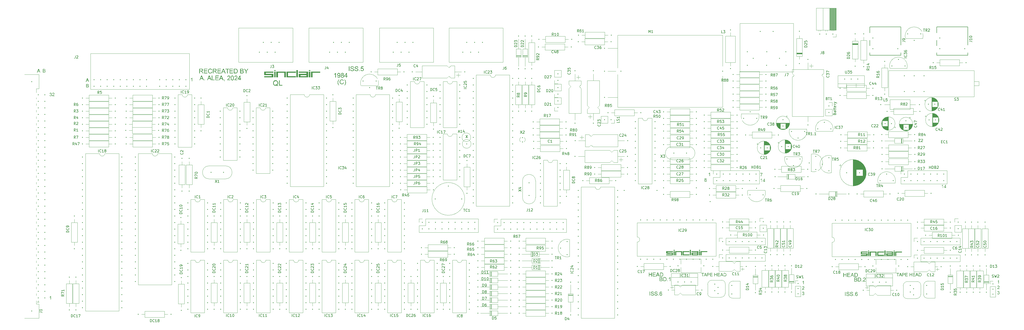
<source format=gto>
%TF.GenerationSoftware,KiCad,Pcbnew,8.0.8+1*%
%TF.CreationDate,2025-02-09T17:16:14+01:00*%
%TF.ProjectId,Issue_5,49737375-655f-4352-9e6b-696361645f70,Issue 5*%
%TF.SameCoordinates,Original*%
%TF.FileFunction,Legend,Top*%
%TF.FilePolarity,Positive*%
%FSLAX46Y46*%
G04 Gerber Fmt 4.6, Leading zero omitted, Abs format (unit mm)*
G04 Created by KiCad (PCBNEW 8.0.8+1) date 2025-02-09 17:16:14*
%MOMM*%
%LPD*%
G01*
G04 APERTURE LIST*
%ADD10C,0.162500*%
%ADD11C,0.000000*%
%ADD12C,0.100000*%
%ADD13C,0.150000*%
%ADD14C,0.120000*%
%ADD15C,0.203200*%
%ADD16C,0.350000*%
G04 APERTURE END LIST*
D10*
G36*
X378811188Y-154312600D02*
G01*
X378650525Y-154312600D01*
X378650525Y-153283214D01*
X378601856Y-153324932D01*
X378548299Y-153363253D01*
X378498118Y-153394662D01*
X378441070Y-153426692D01*
X378382687Y-153455694D01*
X378328882Y-153478168D01*
X378328882Y-153321951D01*
X378386294Y-153292753D01*
X378447927Y-153256258D01*
X378505313Y-153216430D01*
X378558452Y-153173268D01*
X378564796Y-153167638D01*
X378611590Y-153122590D01*
X378655409Y-153072766D01*
X378693139Y-153018466D01*
X378707678Y-152991734D01*
X378811188Y-152991734D01*
X378811188Y-154312600D01*
G37*
G36*
X379893917Y-153845216D02*
G01*
X380070773Y-153845216D01*
X380070773Y-154007784D01*
X379893917Y-154007784D01*
X379893917Y-154312600D01*
X379733254Y-154312600D01*
X379733254Y-154007784D01*
X379165218Y-154007784D01*
X379165218Y-153845216D01*
X379323341Y-153845216D01*
X379733254Y-153845216D01*
X379733254Y-153273688D01*
X379323341Y-153845216D01*
X379165218Y-153845216D01*
X379762783Y-153012055D01*
X379893917Y-153012055D01*
X379893917Y-153845216D01*
G37*
G36*
X308112481Y-148603023D02*
G01*
X308112481Y-148440455D01*
X308959931Y-148440455D01*
X308959931Y-148571907D01*
X308913096Y-148625417D01*
X308866417Y-148684977D01*
X308827638Y-148739232D01*
X308788967Y-148797689D01*
X308750405Y-148860347D01*
X308711951Y-148927207D01*
X308675007Y-148996470D01*
X308640777Y-149066337D01*
X308609259Y-149136809D01*
X308580455Y-149207886D01*
X308554364Y-149279567D01*
X308530986Y-149351853D01*
X308522394Y-149380937D01*
X308505524Y-149443708D01*
X308491109Y-149508667D01*
X308479150Y-149575814D01*
X308469647Y-149645149D01*
X308462599Y-149716672D01*
X308460796Y-149741000D01*
X308295370Y-149741000D01*
X308299141Y-149670280D01*
X308306605Y-149604777D01*
X308317976Y-149534765D01*
X308333254Y-149460243D01*
X308348970Y-149394697D01*
X308356016Y-149367601D01*
X308375406Y-149299616D01*
X308397262Y-149232390D01*
X308421583Y-149165924D01*
X308448368Y-149100218D01*
X308477619Y-149035272D01*
X308509335Y-148971085D01*
X308522712Y-148945623D01*
X308556979Y-148883678D01*
X308591914Y-148824849D01*
X308627515Y-148769136D01*
X308663783Y-148716540D01*
X308708184Y-148657538D01*
X308753545Y-148603023D01*
X308112481Y-148603023D01*
G37*
G36*
X308707188Y-151925000D02*
G01*
X308546525Y-151925000D01*
X308546525Y-150895614D01*
X308497856Y-150937332D01*
X308444299Y-150975653D01*
X308394118Y-151007062D01*
X308337070Y-151039092D01*
X308278687Y-151068094D01*
X308224882Y-151090568D01*
X308224882Y-150934351D01*
X308282294Y-150905153D01*
X308343927Y-150868658D01*
X308401313Y-150828830D01*
X308454452Y-150785668D01*
X308460796Y-150780038D01*
X308507590Y-150734990D01*
X308551409Y-150685166D01*
X308589139Y-150630866D01*
X308603678Y-150604134D01*
X308707188Y-150604134D01*
X308707188Y-151925000D01*
G37*
G36*
X309789917Y-151457616D02*
G01*
X309966773Y-151457616D01*
X309966773Y-151620184D01*
X309789917Y-151620184D01*
X309789917Y-151925000D01*
X309629254Y-151925000D01*
X309629254Y-151620184D01*
X309061218Y-151620184D01*
X309061218Y-151457616D01*
X309219341Y-151457616D01*
X309629254Y-151457616D01*
X309629254Y-150886088D01*
X309219341Y-151457616D01*
X309061218Y-151457616D01*
X309658783Y-150624455D01*
X309789917Y-150624455D01*
X309789917Y-151457616D01*
G37*
G36*
X288582843Y-149639400D02*
G01*
X288422180Y-149639400D01*
X288422180Y-148610014D01*
X288373511Y-148651732D01*
X288319954Y-148690053D01*
X288269773Y-148721462D01*
X288212725Y-148753492D01*
X288154342Y-148782494D01*
X288100537Y-148804968D01*
X288100537Y-148648751D01*
X288157949Y-148619553D01*
X288219582Y-148583058D01*
X288276968Y-148543230D01*
X288330107Y-148500068D01*
X288336451Y-148494438D01*
X288383245Y-148449390D01*
X288427064Y-148399566D01*
X288464794Y-148345266D01*
X288479333Y-148318534D01*
X288582843Y-148318534D01*
X288582843Y-149639400D01*
G37*
G36*
X286959558Y-150507138D02*
G01*
X287025047Y-150520949D01*
X287092003Y-150548007D01*
X287150545Y-150587091D01*
X287163866Y-150598741D01*
X287209568Y-150649465D01*
X287242213Y-150705427D01*
X287261799Y-150766628D01*
X287268328Y-150833068D01*
X287260415Y-150900808D01*
X287236677Y-150961107D01*
X287220383Y-150986428D01*
X287173459Y-151034388D01*
X287115540Y-151069916D01*
X287075279Y-151086763D01*
X287138577Y-151113567D01*
X287192732Y-151148258D01*
X287242183Y-151196053D01*
X287258803Y-151217897D01*
X287291956Y-151277865D01*
X287312830Y-151344655D01*
X287321118Y-151410599D01*
X287321671Y-151433808D01*
X287315988Y-151507134D01*
X287298941Y-151575143D01*
X287270529Y-151637834D01*
X287230752Y-151695207D01*
X287202920Y-151725605D01*
X287147366Y-151771628D01*
X287084609Y-151806348D01*
X287014651Y-151829763D01*
X286948955Y-151840837D01*
X286890167Y-151843721D01*
X286820170Y-151839557D01*
X286755441Y-151827066D01*
X286686584Y-151801968D01*
X286624897Y-151765536D01*
X286577732Y-151725287D01*
X286531460Y-151670538D01*
X286496554Y-151610198D01*
X286473013Y-151544266D01*
X286460836Y-151472743D01*
X286458981Y-151429363D01*
X286459325Y-151424600D01*
X286624406Y-151424600D01*
X286632503Y-151489294D01*
X286656793Y-151551924D01*
X286694360Y-151603602D01*
X286745741Y-151643141D01*
X286753635Y-151647496D01*
X286816225Y-151671654D01*
X286883141Y-151681021D01*
X286892390Y-151681152D01*
X286960488Y-151674238D01*
X287020711Y-151653494D01*
X287077859Y-151614703D01*
X287082581Y-151610346D01*
X287125244Y-151556909D01*
X287150197Y-151494392D01*
X287157515Y-151429680D01*
X287149949Y-151363975D01*
X287124150Y-151300367D01*
X287084808Y-151250420D01*
X287080041Y-151245838D01*
X287028036Y-151207495D01*
X286968464Y-151183352D01*
X286901327Y-151173411D01*
X286886992Y-151173127D01*
X286819929Y-151180166D01*
X286754898Y-151204168D01*
X286699023Y-151245203D01*
X286656541Y-151298777D01*
X286631693Y-151360830D01*
X286624406Y-151424600D01*
X286459325Y-151424600D01*
X286464104Y-151358480D01*
X286479475Y-151294428D01*
X286508573Y-151231272D01*
X286523754Y-151208372D01*
X286569601Y-151158158D01*
X286626177Y-151119045D01*
X286686269Y-151093335D01*
X286708230Y-151086763D01*
X286645584Y-151058931D01*
X286591192Y-151020353D01*
X286559951Y-150985793D01*
X286528703Y-150928146D01*
X286513385Y-150862010D01*
X286511930Y-150833386D01*
X286676161Y-150833386D01*
X286687587Y-150896261D01*
X286725187Y-150951488D01*
X286735854Y-150961027D01*
X286795170Y-150994887D01*
X286862439Y-151009350D01*
X286891437Y-151010559D01*
X286956285Y-151003638D01*
X287015955Y-150980521D01*
X287043527Y-150961344D01*
X287086145Y-150910322D01*
X287102845Y-150845132D01*
X287102903Y-150840688D01*
X287089438Y-150776266D01*
X287049043Y-150722308D01*
X287041622Y-150715905D01*
X286987111Y-150683012D01*
X286922644Y-150666888D01*
X286889532Y-150665102D01*
X286824893Y-150672068D01*
X286764843Y-150695334D01*
X286736807Y-150714635D01*
X286693277Y-150765397D01*
X286676221Y-150829079D01*
X286676161Y-150833386D01*
X286511930Y-150833386D01*
X286511688Y-150828623D01*
X286518098Y-150762322D01*
X286537328Y-150701537D01*
X286569377Y-150646270D01*
X286614246Y-150596519D01*
X286669910Y-150555401D01*
X286734029Y-150526030D01*
X286797067Y-150509969D01*
X286866578Y-150502901D01*
X286887627Y-150502534D01*
X286959558Y-150507138D01*
G37*
D11*
G36*
X120483353Y-111389327D02*
G01*
X119922358Y-111389327D01*
X119922358Y-109164860D01*
X120483353Y-109164860D01*
X120483353Y-111389327D01*
G37*
G36*
X360108064Y-178773935D02*
G01*
X359697351Y-178773935D01*
X359697351Y-178482724D01*
X360108064Y-178482724D01*
X360108064Y-178773935D01*
G37*
G36*
X350253859Y-180584533D02*
G01*
X349842463Y-180584533D01*
X349842463Y-178953258D01*
X350253859Y-178953258D01*
X350253859Y-180584533D01*
G37*
G36*
X133920905Y-108920330D02*
G01*
X133360842Y-108920330D01*
X133360842Y-108523223D01*
X133920905Y-108523223D01*
X133920905Y-108920330D01*
G37*
G36*
X119634000Y-109601000D02*
G01*
X116684413Y-109601000D01*
X116684413Y-110016782D01*
X119634000Y-110016782D01*
X119634000Y-111389327D01*
X116045336Y-111389327D01*
X116045336Y-110910841D01*
X118972760Y-110910841D01*
X118972760Y-110490073D01*
X116974684Y-110507623D01*
X116045336Y-110490073D01*
X116045336Y-109164860D01*
X119634000Y-109164860D01*
X119634000Y-109601000D01*
G37*
G36*
X349631000Y-179273094D02*
G01*
X347467970Y-179273094D01*
X347467970Y-179578000D01*
X349631000Y-179578000D01*
X349631000Y-180584533D01*
X346999314Y-180584533D01*
X346999314Y-180233644D01*
X349146091Y-180233644D01*
X349146091Y-179925081D01*
X347680835Y-179937951D01*
X346999314Y-179925081D01*
X346999314Y-178953258D01*
X349631000Y-178953258D01*
X349631000Y-179273094D01*
G37*
G36*
X359459837Y-180584533D02*
G01*
X359008974Y-180584533D01*
X356822365Y-180584533D01*
X356820197Y-180233645D01*
X356818801Y-180007838D01*
X356819487Y-179925088D01*
X357319847Y-179925088D01*
X357319847Y-180233645D01*
X359008974Y-180233645D01*
X359008974Y-179925088D01*
X357319847Y-179925088D01*
X356819487Y-179925088D01*
X356822365Y-179578000D01*
X359008974Y-179578000D01*
X359008974Y-179273094D01*
X356822365Y-179273094D01*
X356822365Y-178953258D01*
X359459837Y-178953258D01*
X359459837Y-180584533D01*
G37*
G36*
X120483353Y-108920330D02*
G01*
X119922358Y-108920330D01*
X119922358Y-108523223D01*
X120483353Y-108523223D01*
X120483353Y-108920330D01*
G37*
G36*
X362900900Y-179273094D02*
G01*
X360727025Y-179273094D01*
X360727025Y-180584533D01*
X360310529Y-180584533D01*
X360310529Y-178953258D01*
X362900900Y-178953258D01*
X362900900Y-179273094D01*
G37*
G36*
X356585193Y-180584533D02*
G01*
X356162911Y-180584533D01*
X356162911Y-178482724D01*
X356585193Y-178482724D01*
X356585193Y-180584533D01*
G37*
G36*
X277814954Y-180381439D02*
G01*
X277398456Y-180381439D01*
X277398456Y-179070000D01*
X275593635Y-179070000D01*
X275593635Y-180381439D01*
X275119291Y-180381439D01*
X275119291Y-178750164D01*
X277814954Y-178750164D01*
X277814954Y-180381439D01*
G37*
G36*
X284797064Y-180381439D02*
G01*
X284386351Y-180381439D01*
X284386351Y-178750164D01*
X284797064Y-178750164D01*
X284797064Y-180381439D01*
G37*
G36*
X274942859Y-180381439D02*
G01*
X274531463Y-180381439D01*
X274531463Y-178750164D01*
X274942859Y-178750164D01*
X274942859Y-180381439D01*
G37*
G36*
X360108064Y-180584533D02*
G01*
X359697351Y-180584533D01*
X359697351Y-178953258D01*
X360108064Y-178953258D01*
X360108064Y-180584533D01*
G37*
G36*
X137729317Y-109601000D02*
G01*
X134764943Y-109601000D01*
X134764943Y-111389327D01*
X134196993Y-111389327D01*
X134196993Y-109164860D01*
X137729317Y-109164860D01*
X137729317Y-109601000D01*
G37*
G36*
X284797064Y-178570841D02*
G01*
X284386351Y-178570841D01*
X284386351Y-178279630D01*
X284797064Y-178279630D01*
X284797064Y-178570841D01*
G37*
G36*
X133036959Y-111389327D02*
G01*
X132422146Y-111389327D01*
X129440406Y-111389327D01*
X129437449Y-110910842D01*
X129435547Y-110602925D01*
X129436482Y-110490083D01*
X130118791Y-110490083D01*
X130118791Y-110910842D01*
X132422146Y-110910842D01*
X132422146Y-110490083D01*
X130118791Y-110490083D01*
X129436482Y-110490083D01*
X129440406Y-110016782D01*
X132422146Y-110016782D01*
X132422146Y-109601000D01*
X129440406Y-109601000D01*
X129440406Y-109164860D01*
X133036959Y-109164860D01*
X133036959Y-111389327D01*
G37*
G36*
X129116989Y-111389327D02*
G01*
X128541151Y-111389327D01*
X128541151Y-108523224D01*
X129116989Y-108523224D01*
X129116989Y-111389327D01*
G37*
G36*
X274320000Y-179070000D02*
G01*
X272156970Y-179070000D01*
X272156970Y-179374906D01*
X274320000Y-179374906D01*
X274320000Y-180381439D01*
X271688314Y-180381439D01*
X271688314Y-180030550D01*
X273835091Y-180030550D01*
X273835091Y-179721987D01*
X272369835Y-179734857D01*
X271688314Y-179721987D01*
X271688314Y-178750164D01*
X274320000Y-178750164D01*
X274320000Y-179070000D01*
G37*
G36*
X133920905Y-111389327D02*
G01*
X133360842Y-111389327D01*
X133360842Y-109164860D01*
X133920905Y-109164860D01*
X133920905Y-111389327D01*
G37*
G36*
X280684156Y-179070000D02*
G01*
X278457053Y-179070000D01*
X278457053Y-180030550D01*
X280684156Y-180030550D01*
X280684143Y-180381425D01*
X278043563Y-180381439D01*
X278043563Y-178750164D01*
X280684156Y-178750164D01*
X280684156Y-179070000D01*
G37*
G36*
X274942859Y-178570841D02*
G01*
X274531463Y-178570841D01*
X274531463Y-178279630D01*
X274942859Y-178279630D01*
X274942859Y-178570841D01*
G37*
G36*
X287589900Y-179070000D02*
G01*
X285416025Y-179070000D01*
X285416025Y-180381439D01*
X284999529Y-180381439D01*
X284999529Y-178750164D01*
X287589900Y-178750164D01*
X287589900Y-179070000D01*
G37*
G36*
X350253859Y-178773935D02*
G01*
X349842463Y-178773935D01*
X349842463Y-178482724D01*
X350253859Y-178482724D01*
X350253859Y-178773935D01*
G37*
G36*
X355995156Y-179273094D02*
G01*
X353768053Y-179273094D01*
X353768053Y-180233644D01*
X355995156Y-180233644D01*
X355995143Y-180584519D01*
X353354563Y-180584533D01*
X353354563Y-178953258D01*
X355995156Y-178953258D01*
X355995156Y-179273094D01*
G37*
G36*
X284148837Y-180381439D02*
G01*
X283697974Y-180381439D01*
X281511365Y-180381439D01*
X281509197Y-180030551D01*
X281507801Y-179804744D01*
X281508487Y-179721994D01*
X282008847Y-179721994D01*
X282008847Y-180030551D01*
X283697974Y-180030551D01*
X283697974Y-179721994D01*
X282008847Y-179721994D01*
X281508487Y-179721994D01*
X281511365Y-179374906D01*
X283697974Y-179374906D01*
X283697974Y-179070000D01*
X281511365Y-179070000D01*
X281511365Y-178750164D01*
X284148837Y-178750164D01*
X284148837Y-180381439D01*
G37*
G36*
X353125954Y-180584533D02*
G01*
X352709456Y-180584533D01*
X352709456Y-179273094D01*
X350904635Y-179273094D01*
X350904635Y-180584533D01*
X350430291Y-180584533D01*
X350430291Y-178953258D01*
X353125954Y-178953258D01*
X353125954Y-180584533D01*
G37*
G36*
X281274193Y-180381439D02*
G01*
X280851911Y-180381439D01*
X280851911Y-178279630D01*
X281274193Y-178279630D01*
X281274193Y-180381439D01*
G37*
G36*
X128312394Y-109601000D02*
G01*
X125275435Y-109601000D01*
X125275435Y-110910841D01*
X128312394Y-110910841D01*
X128312376Y-111389308D01*
X124711585Y-111389327D01*
X124711585Y-109164860D01*
X128312394Y-109164860D01*
X128312394Y-109601000D01*
G37*
G36*
X124399846Y-111389327D02*
G01*
X123831894Y-111389327D01*
X123831894Y-109601000D01*
X121370775Y-109601000D01*
X121370775Y-111389327D01*
X120723942Y-111389327D01*
X120723942Y-109164860D01*
X124399846Y-109164860D01*
X124399846Y-111389327D01*
G37*
D12*
G36*
X285697818Y-188509500D02*
G01*
X285697818Y-187395752D01*
X285283215Y-187395752D01*
X285283215Y-187239437D01*
X286280948Y-187239437D01*
X286280948Y-187395752D01*
X285864513Y-187395752D01*
X285864513Y-188509500D01*
X285697818Y-188509500D01*
G37*
G36*
X287421256Y-188509500D02*
G01*
X287231663Y-188509500D01*
X287084812Y-188118711D01*
X286558468Y-188118711D01*
X286420166Y-188509500D01*
X286243395Y-188509500D01*
X286451584Y-187962396D01*
X286606401Y-187962396D01*
X287033215Y-187962396D01*
X286901935Y-187642743D01*
X286877097Y-187576557D01*
X286855210Y-187517178D01*
X286833811Y-187457654D01*
X286812481Y-187395752D01*
X286797492Y-187455397D01*
X286779315Y-187517554D01*
X286757950Y-187582222D01*
X286744704Y-187619234D01*
X286606401Y-187962396D01*
X286451584Y-187962396D01*
X286726691Y-187239437D01*
X286906209Y-187239437D01*
X287421256Y-188509500D01*
G37*
G36*
X288023730Y-187240403D02*
G01*
X288085852Y-187243742D01*
X288149405Y-187251649D01*
X288209642Y-187265918D01*
X288267209Y-187289138D01*
X288304805Y-187311794D01*
X288351824Y-187353607D01*
X288390680Y-187407110D01*
X288405860Y-187435747D01*
X288429116Y-187497700D01*
X288441004Y-187558337D01*
X288444023Y-187610686D01*
X288439129Y-187680003D01*
X288424447Y-187744498D01*
X288399976Y-187804173D01*
X288365718Y-187859026D01*
X288341747Y-187888207D01*
X288289230Y-187932341D01*
X288231635Y-187961543D01*
X288162427Y-187982781D01*
X288095882Y-187994395D01*
X288021272Y-188000479D01*
X287972635Y-188001474D01*
X287649623Y-188001474D01*
X287649623Y-188509500D01*
X287482928Y-188509500D01*
X287482928Y-187845159D01*
X287649623Y-187845159D01*
X287975077Y-187845159D01*
X288041251Y-187842296D01*
X288105894Y-187832011D01*
X288164613Y-187811499D01*
X288204360Y-187785319D01*
X288245662Y-187733342D01*
X288266776Y-187673626D01*
X288272137Y-187616181D01*
X288264482Y-187551583D01*
X288239290Y-187491969D01*
X288232143Y-187481237D01*
X288189147Y-187436958D01*
X288131158Y-187408211D01*
X288127118Y-187407048D01*
X288062277Y-187398234D01*
X287998924Y-187395929D01*
X287971719Y-187395752D01*
X287649623Y-187395752D01*
X287649623Y-187845159D01*
X287482928Y-187845159D01*
X287482928Y-187239437D01*
X287957980Y-187239437D01*
X288023730Y-187240403D01*
G37*
G36*
X288652851Y-188509500D02*
G01*
X288652851Y-187239437D01*
X289562961Y-187239437D01*
X289562961Y-187395752D01*
X288819241Y-187395752D01*
X288819241Y-187767001D01*
X289515639Y-187767001D01*
X289515639Y-187923317D01*
X288819241Y-187923317D01*
X288819241Y-188353184D01*
X289592270Y-188353184D01*
X289592270Y-188509500D01*
X288652851Y-188509500D01*
G37*
G36*
X290306680Y-188509500D02*
G01*
X290306680Y-187239437D01*
X290473376Y-187239437D01*
X290473376Y-187747462D01*
X291127642Y-187747462D01*
X291127642Y-187239437D01*
X291294337Y-187239437D01*
X291294337Y-188509500D01*
X291127642Y-188509500D01*
X291127642Y-187903777D01*
X290473376Y-187903777D01*
X290473376Y-188509500D01*
X290306680Y-188509500D01*
G37*
G36*
X291567889Y-188509500D02*
G01*
X291567889Y-187239437D01*
X292477999Y-187239437D01*
X292477999Y-187395752D01*
X291734280Y-187395752D01*
X291734280Y-187767001D01*
X292430677Y-187767001D01*
X292430677Y-187923317D01*
X291734280Y-187923317D01*
X291734280Y-188353184D01*
X292507308Y-188353184D01*
X292507308Y-188509500D01*
X291567889Y-188509500D01*
G37*
G36*
X293770349Y-188509500D02*
G01*
X293580756Y-188509500D01*
X293433905Y-188118711D01*
X292907561Y-188118711D01*
X292769259Y-188509500D01*
X292592488Y-188509500D01*
X292800677Y-187962396D01*
X292955494Y-187962396D01*
X293382308Y-187962396D01*
X293251028Y-187642743D01*
X293226190Y-187576557D01*
X293204303Y-187517178D01*
X293182903Y-187457654D01*
X293161574Y-187395752D01*
X293146585Y-187455397D01*
X293128408Y-187517554D01*
X293107043Y-187582222D01*
X293093796Y-187619234D01*
X292955494Y-187962396D01*
X292800677Y-187962396D01*
X293075784Y-187239437D01*
X293255302Y-187239437D01*
X293770349Y-188509500D01*
G37*
G36*
X294399370Y-187240582D02*
G01*
X294466746Y-187244607D01*
X294528748Y-187252478D01*
X294554674Y-187257755D01*
X294619122Y-187277397D01*
X294677368Y-187305029D01*
X294729413Y-187340652D01*
X294739077Y-187348735D01*
X294785827Y-187394130D01*
X294826241Y-187445440D01*
X294860321Y-187502666D01*
X294888065Y-187565806D01*
X294907337Y-187625320D01*
X294921875Y-187688457D01*
X294931680Y-187755217D01*
X294936752Y-187825600D01*
X294937525Y-187867446D01*
X294935918Y-187929181D01*
X294930145Y-187995870D01*
X294920175Y-188058439D01*
X294903941Y-188123901D01*
X294883701Y-188183713D01*
X294857643Y-188243032D01*
X294824640Y-188299606D01*
X294818151Y-188308915D01*
X294777393Y-188359491D01*
X294730138Y-188404397D01*
X294703357Y-188424320D01*
X294648668Y-188454978D01*
X294590493Y-188477375D01*
X294553147Y-188487823D01*
X294489595Y-188500164D01*
X294426435Y-188506938D01*
X294365207Y-188509415D01*
X294351036Y-188509500D01*
X293896745Y-188509500D01*
X293896745Y-188353184D01*
X294063441Y-188353184D01*
X294332108Y-188353184D01*
X294397924Y-188351373D01*
X294461084Y-188345112D01*
X294523023Y-188331695D01*
X294527502Y-188330286D01*
X294583985Y-188306419D01*
X294635086Y-188270412D01*
X294640464Y-188265257D01*
X294681194Y-188215168D01*
X294712042Y-188159296D01*
X294732666Y-188106499D01*
X294748753Y-188047157D01*
X294759574Y-187981101D01*
X294764774Y-187916749D01*
X294765944Y-187865004D01*
X294763658Y-187794482D01*
X294756799Y-187730379D01*
X294743019Y-187663705D01*
X294723014Y-187605766D01*
X294700914Y-187563058D01*
X294662285Y-187509145D01*
X294614152Y-187462157D01*
X294560533Y-187428764D01*
X294543378Y-187421398D01*
X294481725Y-187405770D01*
X294420385Y-187398782D01*
X294354992Y-187395978D01*
X294327833Y-187395752D01*
X294063441Y-187395752D01*
X294063441Y-188353184D01*
X293896745Y-188353184D01*
X293896745Y-187239437D01*
X294330276Y-187239437D01*
X294399370Y-187240582D01*
G37*
G36*
X340937737Y-196087000D02*
G01*
X340937737Y-194562924D01*
X341137772Y-194562924D01*
X341137772Y-196087000D01*
X340937737Y-196087000D01*
G37*
G36*
X341419140Y-195571159D02*
G01*
X341607451Y-195571159D01*
X341620926Y-195644938D01*
X341645106Y-195714465D01*
X341669733Y-195759103D01*
X341718509Y-195814042D01*
X341779311Y-195856598D01*
X341821774Y-195877806D01*
X341895625Y-195903461D01*
X341968096Y-195917544D01*
X342045648Y-195922824D01*
X342053683Y-195922868D01*
X342129108Y-195918842D01*
X342204181Y-195905267D01*
X342255549Y-195888796D01*
X342323790Y-195853824D01*
X342380485Y-195802007D01*
X342385975Y-195794641D01*
X342419421Y-195728424D01*
X342428840Y-195666047D01*
X342415741Y-195593713D01*
X342387441Y-195545147D01*
X342328644Y-195494421D01*
X342257397Y-195459479D01*
X342251519Y-195457219D01*
X342177799Y-195433875D01*
X342098285Y-195412685D01*
X342020331Y-195393358D01*
X341982608Y-195384313D01*
X341908952Y-195365809D01*
X341834089Y-195344676D01*
X341763129Y-195321126D01*
X341690982Y-195289791D01*
X341623172Y-195247295D01*
X341568350Y-195198392D01*
X341529782Y-195148374D01*
X341497410Y-195082017D01*
X341479979Y-195009889D01*
X341476659Y-194958598D01*
X341484321Y-194881284D01*
X341507309Y-194807520D01*
X341541505Y-194743542D01*
X341587866Y-194685560D01*
X341645891Y-194637096D01*
X341715579Y-194598148D01*
X341730916Y-194591501D01*
X341803363Y-194566352D01*
X341880156Y-194549434D01*
X341961297Y-194540747D01*
X342008254Y-194539477D01*
X342089838Y-194542820D01*
X342166431Y-194552849D01*
X342238033Y-194569564D01*
X342304642Y-194592966D01*
X342372075Y-194627024D01*
X342435989Y-194674179D01*
X342488310Y-194731137D01*
X342501746Y-194750136D01*
X342538762Y-194817620D01*
X342563255Y-194890471D01*
X342575227Y-194968688D01*
X342576118Y-194984976D01*
X342384510Y-194984976D01*
X342367665Y-194911374D01*
X342332442Y-194844461D01*
X342279729Y-194792268D01*
X342208480Y-194755140D01*
X342135245Y-194736226D01*
X342058858Y-194728074D01*
X342016680Y-194727055D01*
X341942037Y-194730211D01*
X341868238Y-194741545D01*
X341793248Y-194767305D01*
X341752165Y-194793001D01*
X341698556Y-194850819D01*
X341671388Y-194923227D01*
X341669367Y-194951637D01*
X341684021Y-195025184D01*
X341727985Y-195084627D01*
X341797520Y-195124005D01*
X341872899Y-195150658D01*
X341944671Y-195170858D01*
X342029503Y-195191239D01*
X342101908Y-195207976D01*
X342178947Y-195227210D01*
X342255250Y-195248478D01*
X342331870Y-195273967D01*
X342363993Y-195287226D01*
X342432705Y-195324015D01*
X342496203Y-195370941D01*
X342550431Y-195429915D01*
X342558533Y-195441466D01*
X342594409Y-195509071D01*
X342615394Y-195583429D01*
X342621547Y-195656888D01*
X342614785Y-195731091D01*
X342594499Y-195802575D01*
X342560689Y-195871340D01*
X342552304Y-195884766D01*
X342503353Y-195946977D01*
X342442596Y-195999885D01*
X342377819Y-196039549D01*
X342354101Y-196051096D01*
X342278805Y-196079786D01*
X342207593Y-196097406D01*
X342132351Y-196107607D01*
X342063208Y-196110447D01*
X341988616Y-196108231D01*
X341907517Y-196100047D01*
X341832799Y-196085832D01*
X341755222Y-196062201D01*
X341719558Y-196047432D01*
X341654025Y-196011941D01*
X341589168Y-195962488D01*
X341533700Y-195902950D01*
X341501938Y-195857655D01*
X341467225Y-195792214D01*
X341441854Y-195722650D01*
X341425826Y-195648965D01*
X341419140Y-195571159D01*
G37*
G36*
X342818651Y-195571159D02*
G01*
X343006963Y-195571159D01*
X343020438Y-195644938D01*
X343044618Y-195714465D01*
X343069244Y-195759103D01*
X343118021Y-195814042D01*
X343178823Y-195856598D01*
X343221286Y-195877806D01*
X343295136Y-195903461D01*
X343367608Y-195917544D01*
X343445160Y-195922824D01*
X343453194Y-195922868D01*
X343528619Y-195918842D01*
X343603692Y-195905267D01*
X343655061Y-195888796D01*
X343723302Y-195853824D01*
X343779997Y-195802007D01*
X343785487Y-195794641D01*
X343818933Y-195728424D01*
X343828351Y-195666047D01*
X343815252Y-195593713D01*
X343786952Y-195545147D01*
X343728155Y-195494421D01*
X343656909Y-195459479D01*
X343651031Y-195457219D01*
X343577311Y-195433875D01*
X343497796Y-195412685D01*
X343419843Y-195393358D01*
X343382120Y-195384313D01*
X343308463Y-195365809D01*
X343233600Y-195344676D01*
X343162640Y-195321126D01*
X343090494Y-195289791D01*
X343022684Y-195247295D01*
X342967862Y-195198392D01*
X342929293Y-195148374D01*
X342896922Y-195082017D01*
X342879491Y-195009889D01*
X342876170Y-194958598D01*
X342883833Y-194881284D01*
X342906821Y-194807520D01*
X342941017Y-194743542D01*
X342987378Y-194685560D01*
X343045402Y-194637096D01*
X343115090Y-194598148D01*
X343130427Y-194591501D01*
X343202874Y-194566352D01*
X343279668Y-194549434D01*
X343360809Y-194540747D01*
X343407765Y-194539477D01*
X343489350Y-194542820D01*
X343565943Y-194552849D01*
X343637544Y-194569564D01*
X343704154Y-194592966D01*
X343771587Y-194627024D01*
X343835500Y-194674179D01*
X343887822Y-194731137D01*
X343901258Y-194750136D01*
X343938273Y-194817620D01*
X343962767Y-194890471D01*
X343974738Y-194968688D01*
X343975630Y-194984976D01*
X343784021Y-194984976D01*
X343767177Y-194911374D01*
X343731954Y-194844461D01*
X343679241Y-194792268D01*
X343607992Y-194755140D01*
X343534756Y-194736226D01*
X343458369Y-194728074D01*
X343416191Y-194727055D01*
X343341549Y-194730211D01*
X343267749Y-194741545D01*
X343192759Y-194767305D01*
X343151676Y-194793001D01*
X343098068Y-194850819D01*
X343070900Y-194923227D01*
X343068878Y-194951637D01*
X343083533Y-195025184D01*
X343127496Y-195084627D01*
X343197031Y-195124005D01*
X343272411Y-195150658D01*
X343344182Y-195170858D01*
X343429014Y-195191239D01*
X343501419Y-195207976D01*
X343578459Y-195227210D01*
X343654762Y-195248478D01*
X343731382Y-195273967D01*
X343763505Y-195287226D01*
X343832216Y-195324015D01*
X343895715Y-195370941D01*
X343949943Y-195429915D01*
X343958044Y-195441466D01*
X343993921Y-195509071D01*
X344014905Y-195583429D01*
X344021059Y-195656888D01*
X344014297Y-195731091D01*
X343994011Y-195802575D01*
X343960201Y-195871340D01*
X343951816Y-195884766D01*
X343902865Y-195946977D01*
X343842107Y-195999885D01*
X343777330Y-196039549D01*
X343753613Y-196051096D01*
X343678316Y-196079786D01*
X343607104Y-196097406D01*
X343531862Y-196107607D01*
X343462720Y-196110447D01*
X343388127Y-196108231D01*
X343307028Y-196100047D01*
X343232311Y-196085832D01*
X343154733Y-196062201D01*
X343119070Y-196047432D01*
X343053537Y-196011941D01*
X342988679Y-195962488D01*
X342933212Y-195902950D01*
X342901450Y-195857655D01*
X342866737Y-195792214D01*
X342841366Y-195722650D01*
X342825337Y-195648965D01*
X342818651Y-195571159D01*
G37*
G36*
X344314883Y-196087000D02*
G01*
X344314883Y-195899421D01*
X344526275Y-195899421D01*
X344526275Y-196087000D01*
X344314883Y-196087000D01*
G37*
G36*
X345402836Y-194567991D02*
G01*
X345480900Y-194586189D01*
X345550858Y-194617622D01*
X345612711Y-194662289D01*
X345619872Y-194668803D01*
X345671141Y-194726803D01*
X345711006Y-194794924D01*
X345739468Y-194873166D01*
X345755018Y-194949930D01*
X345756526Y-194961528D01*
X345572245Y-194984976D01*
X345550727Y-194912487D01*
X345515860Y-194845205D01*
X345502270Y-194828538D01*
X345440772Y-194780985D01*
X345369485Y-194755380D01*
X345316523Y-194750503D01*
X345243083Y-194759198D01*
X345173579Y-194787813D01*
X345160818Y-194795932D01*
X345100351Y-194847246D01*
X345054065Y-194907680D01*
X345022699Y-194966658D01*
X344998262Y-195038615D01*
X344982915Y-195117515D01*
X344974407Y-195198085D01*
X344970771Y-195275713D01*
X344970309Y-195303346D01*
X345015110Y-195244614D01*
X345071085Y-195191909D01*
X345134073Y-195151672D01*
X345201859Y-195123513D01*
X345278178Y-195106125D01*
X345337039Y-195102212D01*
X345415514Y-195108769D01*
X345488728Y-195128439D01*
X345556684Y-195161222D01*
X345619380Y-195207118D01*
X345652845Y-195239233D01*
X345703665Y-195302858D01*
X345742003Y-195374162D01*
X345767859Y-195453145D01*
X345780087Y-195526956D01*
X345783271Y-195592774D01*
X345778402Y-195671374D01*
X345763796Y-195746845D01*
X345739453Y-195819185D01*
X345721722Y-195858022D01*
X345683655Y-195922332D01*
X345632793Y-195983182D01*
X345572916Y-196032871D01*
X345553194Y-196045600D01*
X345483506Y-196079797D01*
X345408165Y-196101328D01*
X345327172Y-196110194D01*
X345310295Y-196110447D01*
X345226455Y-196104432D01*
X345148591Y-196086387D01*
X345076703Y-196056312D01*
X345010792Y-196014207D01*
X344950857Y-195960073D01*
X344932207Y-195939355D01*
X344882529Y-195867403D01*
X344848982Y-195795538D01*
X344822572Y-195712850D01*
X344806584Y-195638907D01*
X344799655Y-195589843D01*
X344999251Y-195589843D01*
X345007035Y-195665377D01*
X345030387Y-195738106D01*
X345039918Y-195758371D01*
X345081742Y-195821282D01*
X345140405Y-195872502D01*
X345153857Y-195880736D01*
X345224080Y-195910978D01*
X345297362Y-195922704D01*
X345307364Y-195922868D01*
X345384276Y-195912608D01*
X345453310Y-195881828D01*
X345509230Y-195836040D01*
X345553860Y-195775461D01*
X345581960Y-195702718D01*
X345593117Y-195626848D01*
X345593861Y-195599369D01*
X345587253Y-195523219D01*
X345564413Y-195449960D01*
X345520445Y-195383178D01*
X345510330Y-195372589D01*
X345447794Y-195325449D01*
X345375041Y-195297877D01*
X345300036Y-195289791D01*
X345225218Y-195297877D01*
X345151513Y-195325449D01*
X345086812Y-195372589D01*
X345036961Y-195435617D01*
X345007802Y-195510853D01*
X344999251Y-195589843D01*
X344799655Y-195589843D01*
X344795164Y-195558038D01*
X344788311Y-195470242D01*
X344786027Y-195375520D01*
X344787451Y-195295263D01*
X344791720Y-195219217D01*
X344801841Y-195124375D01*
X344817022Y-195037020D01*
X344837264Y-194957152D01*
X344862566Y-194884772D01*
X344901310Y-194804827D01*
X344947960Y-194736581D01*
X345004293Y-194677565D01*
X345067504Y-194630759D01*
X345137593Y-194596163D01*
X345214559Y-194573778D01*
X345298404Y-194563602D01*
X345327880Y-194562924D01*
X345402836Y-194567991D01*
G37*
G36*
X144908321Y-114498012D02*
G01*
X144852827Y-114425579D01*
X144800069Y-114349413D01*
X144750046Y-114269515D01*
X144702758Y-114185885D01*
X144658206Y-114098524D01*
X144616389Y-114007430D01*
X144600428Y-113969948D01*
X144564272Y-113874840D01*
X144534245Y-113778693D01*
X144510346Y-113681508D01*
X144492574Y-113583283D01*
X144480931Y-113484020D01*
X144475416Y-113383717D01*
X144474926Y-113343305D01*
X144477216Y-113254603D01*
X144484086Y-113167089D01*
X144495536Y-113080762D01*
X144515322Y-112978737D01*
X144541704Y-112878422D01*
X144568727Y-112796133D01*
X144605987Y-112701326D01*
X144649099Y-112606626D01*
X144698064Y-112512031D01*
X144741450Y-112436432D01*
X144788581Y-112360901D01*
X144839458Y-112285437D01*
X144894080Y-112210041D01*
X144908321Y-112191203D01*
X145065959Y-112191203D01*
X145014101Y-112279818D01*
X144969267Y-112358388D01*
X144925836Y-112437356D01*
X144884043Y-112518794D01*
X144870540Y-112547734D01*
X144835202Y-112631384D01*
X144803880Y-112716879D01*
X144776576Y-112804221D01*
X144753289Y-112893408D01*
X144732814Y-112991737D01*
X144717369Y-113090273D01*
X144706952Y-113189018D01*
X144701564Y-113287970D01*
X144700743Y-113344608D01*
X144703953Y-113452813D01*
X144713582Y-113561003D01*
X144729632Y-113669178D01*
X144752101Y-113777338D01*
X144780990Y-113885482D01*
X144816299Y-113993612D01*
X144858028Y-114101725D01*
X144906177Y-114209824D01*
X144960745Y-114317907D01*
X145021733Y-114425975D01*
X145065959Y-114498012D01*
X144908321Y-114498012D01*
G37*
G36*
X146622360Y-113356767D02*
G01*
X146859468Y-113415393D01*
X146833221Y-113504907D01*
X146801165Y-113587529D01*
X146755028Y-113677580D01*
X146700524Y-113757706D01*
X146637654Y-113827909D01*
X146591093Y-113869198D01*
X146515587Y-113922328D01*
X146434005Y-113964465D01*
X146346346Y-113995610D01*
X146252611Y-114015762D01*
X146152800Y-114024923D01*
X146118180Y-114025533D01*
X146030303Y-114022639D01*
X145931820Y-114011525D01*
X145840940Y-113992074D01*
X145757663Y-113964288D01*
X145670116Y-113921336D01*
X145647004Y-113906979D01*
X145571913Y-113850042D01*
X145505093Y-113782963D01*
X145446543Y-113705744D01*
X145396264Y-113618384D01*
X145371246Y-113563911D01*
X145339073Y-113478395D01*
X145313557Y-113390558D01*
X145294697Y-113300401D01*
X145282493Y-113207923D01*
X145276946Y-113113125D01*
X145276577Y-113081010D01*
X145280332Y-112978018D01*
X145291599Y-112880095D01*
X145310378Y-112787240D01*
X145336668Y-112699455D01*
X145370469Y-112616738D01*
X145383405Y-112590292D01*
X145434465Y-112503537D01*
X145494170Y-112426425D01*
X145562519Y-112358955D01*
X145639512Y-112301126D01*
X145687390Y-112272410D01*
X145775706Y-112229939D01*
X145867762Y-112197899D01*
X145963559Y-112176290D01*
X146063096Y-112165113D01*
X146121654Y-112163410D01*
X146219450Y-112168342D01*
X146311230Y-112183135D01*
X146396996Y-112207792D01*
X146476746Y-112242311D01*
X146562185Y-112295048D01*
X146573722Y-112303677D01*
X146648579Y-112370510D01*
X146712795Y-112448272D01*
X146759370Y-112523625D01*
X146798128Y-112607009D01*
X146829070Y-112698423D01*
X146595436Y-112752272D01*
X146560857Y-112663031D01*
X146513522Y-112578207D01*
X146457255Y-112509871D01*
X146414782Y-112473475D01*
X146334748Y-112427215D01*
X146242841Y-112398089D01*
X146149971Y-112386524D01*
X146116877Y-112385753D01*
X146029704Y-112390408D01*
X145938068Y-112407127D01*
X145854954Y-112436006D01*
X145771637Y-112483028D01*
X145700206Y-112542757D01*
X145641760Y-112612997D01*
X145596299Y-112693749D01*
X145576653Y-112743152D01*
X145549573Y-112835824D01*
X145531355Y-112930144D01*
X145522000Y-113026113D01*
X145520633Y-113080141D01*
X145523812Y-113175285D01*
X145533350Y-113265026D01*
X145552037Y-113360971D01*
X145579029Y-113449859D01*
X145587075Y-113470979D01*
X145625100Y-113549282D01*
X145678844Y-113624720D01*
X145744199Y-113686762D01*
X145794219Y-113720680D01*
X145874974Y-113760565D01*
X145959439Y-113787397D01*
X146047614Y-113801176D01*
X146098204Y-113803190D01*
X146194013Y-113796161D01*
X146282114Y-113775072D01*
X146362507Y-113739924D01*
X146435192Y-113690716D01*
X146498676Y-113627666D01*
X146551032Y-113550992D01*
X146592260Y-113460692D01*
X146619206Y-113370503D01*
X146622360Y-113356767D01*
G37*
G36*
X147257254Y-114498012D02*
G01*
X147099616Y-114498012D01*
X147164884Y-114389954D01*
X147223732Y-114281881D01*
X147276161Y-114173793D01*
X147322169Y-114065689D01*
X147361758Y-113957570D01*
X147394927Y-113849436D01*
X147421676Y-113741287D01*
X147442006Y-113633122D01*
X147455915Y-113524942D01*
X147463405Y-113416746D01*
X147464832Y-113344608D01*
X147462317Y-113246000D01*
X147454774Y-113147766D01*
X147442202Y-113049906D01*
X147424601Y-112952420D01*
X147412286Y-112896882D01*
X147389406Y-112807858D01*
X147362454Y-112720571D01*
X147331431Y-112635021D01*
X147296337Y-112551208D01*
X147256601Y-112469588D01*
X147210582Y-112384079D01*
X147167768Y-112308156D01*
X147117840Y-112222126D01*
X147099616Y-112191203D01*
X147257254Y-112191203D01*
X147312812Y-112266582D01*
X147364625Y-112342028D01*
X147412693Y-112417543D01*
X147457015Y-112493125D01*
X147507150Y-112587698D01*
X147551433Y-112682378D01*
X147589864Y-112777163D01*
X147596848Y-112796133D01*
X147628726Y-112895023D01*
X147654008Y-112995623D01*
X147672695Y-113097932D01*
X147683229Y-113184497D01*
X147689183Y-113272249D01*
X147690649Y-113343305D01*
X147687564Y-113444023D01*
X147678308Y-113543702D01*
X147662882Y-113642343D01*
X147641285Y-113739944D01*
X147613518Y-113836506D01*
X147579581Y-113932029D01*
X147564278Y-113969948D01*
X147523462Y-114062534D01*
X147479995Y-114151388D01*
X147433878Y-114236511D01*
X147385110Y-114317901D01*
X147333692Y-114395560D01*
X147279623Y-114469487D01*
X147257254Y-114498012D01*
G37*
G36*
X400451181Y-191294500D02*
G01*
X400296697Y-191294500D01*
X400296697Y-190304705D01*
X400249900Y-190344819D01*
X400198403Y-190381666D01*
X400150152Y-190411867D01*
X400095298Y-190442666D01*
X400039161Y-190470552D01*
X399987425Y-190492162D01*
X399987425Y-190341952D01*
X400042629Y-190313878D01*
X400101891Y-190278787D01*
X400157070Y-190240490D01*
X400208166Y-190198988D01*
X400214265Y-190193575D01*
X400259259Y-190150260D01*
X400301393Y-190102352D01*
X400337672Y-190050140D01*
X400351652Y-190024437D01*
X400451181Y-190024437D01*
X400451181Y-191294500D01*
G37*
G36*
X400681380Y-193238184D02*
G01*
X400681380Y-193394500D01*
X399849122Y-193394500D01*
X399854070Y-193331967D01*
X399867135Y-193285201D01*
X399893474Y-193226089D01*
X399925245Y-193172852D01*
X399964469Y-193120091D01*
X399968801Y-193114841D01*
X400013202Y-193065876D01*
X400060901Y-193019432D01*
X400108993Y-192976539D01*
X400163016Y-192931542D01*
X400171218Y-192924943D01*
X400220429Y-192884838D01*
X400276093Y-192837834D01*
X400325258Y-192794303D01*
X400375676Y-192746650D01*
X400422667Y-192697377D01*
X400448433Y-192666351D01*
X400483410Y-192614302D01*
X400508848Y-192558453D01*
X400520719Y-192494189D01*
X400520790Y-192488969D01*
X400511559Y-192427117D01*
X400480727Y-192368830D01*
X400455150Y-192341202D01*
X400400252Y-192304365D01*
X400339973Y-192285534D01*
X400283569Y-192280752D01*
X400218245Y-192286327D01*
X400156375Y-192305339D01*
X400104967Y-192337844D01*
X400064094Y-192386802D01*
X400041769Y-192448039D01*
X400037189Y-192495686D01*
X399878431Y-192476146D01*
X399887676Y-192414669D01*
X399906493Y-192350190D01*
X399933959Y-192293513D01*
X399975938Y-192238291D01*
X400001163Y-192214501D01*
X400051271Y-192179408D01*
X400108362Y-192152934D01*
X400172436Y-192135079D01*
X400232915Y-192126636D01*
X400287233Y-192124437D01*
X400352474Y-192128022D01*
X400421886Y-192141266D01*
X400484082Y-192164269D01*
X400539061Y-192197032D01*
X400573913Y-192226408D01*
X400615073Y-192273224D01*
X400649735Y-192332453D01*
X400671192Y-192397788D01*
X400679135Y-192459965D01*
X400679548Y-192478589D01*
X400674459Y-192540449D01*
X400659192Y-192601502D01*
X400648712Y-192629409D01*
X400619833Y-192685938D01*
X400583252Y-192739717D01*
X400546130Y-192785114D01*
X400498287Y-192835461D01*
X400450723Y-192880597D01*
X400402745Y-192923448D01*
X400348112Y-192970142D01*
X400307994Y-193003406D01*
X400259286Y-193043316D01*
X400211305Y-193083393D01*
X400163611Y-193124660D01*
X400129086Y-193156973D01*
X400087160Y-193205045D01*
X400064056Y-193238184D01*
X400681380Y-193238184D01*
G37*
G36*
X399869883Y-195162329D02*
G01*
X400024367Y-195142790D01*
X400042254Y-195201971D01*
X400072118Y-195260594D01*
X400114736Y-195307348D01*
X400171414Y-195339964D01*
X400231871Y-195355313D01*
X400270747Y-195357724D01*
X400335719Y-195350687D01*
X400394013Y-195329578D01*
X400445628Y-195294397D01*
X400455150Y-195285672D01*
X400494756Y-195237080D01*
X400521380Y-195175846D01*
X400530181Y-195113104D01*
X400530255Y-195106459D01*
X400522029Y-195040574D01*
X400497353Y-194983132D01*
X400460645Y-194938236D01*
X400408316Y-194900344D01*
X400347039Y-194878180D01*
X400283569Y-194871680D01*
X400220529Y-194878359D01*
X400174576Y-194888777D01*
X400191978Y-194732462D01*
X400216708Y-194733988D01*
X400282195Y-194728721D01*
X400343065Y-194712920D01*
X400394394Y-194689414D01*
X400442580Y-194648971D01*
X400469684Y-194589847D01*
X400473468Y-194551417D01*
X400460789Y-194487786D01*
X400422753Y-194435425D01*
X400415766Y-194429295D01*
X400359115Y-194396112D01*
X400295000Y-194381937D01*
X400267388Y-194380752D01*
X400204047Y-194387621D01*
X400144924Y-194410567D01*
X400117179Y-194429601D01*
X400075416Y-194477352D01*
X400049477Y-194535741D01*
X400039937Y-194576146D01*
X399885453Y-194556607D01*
X399901323Y-194490822D01*
X399924089Y-194431844D01*
X399958550Y-194372777D01*
X400002017Y-194322603D01*
X400014292Y-194311448D01*
X400067567Y-194273381D01*
X400126949Y-194246190D01*
X400192436Y-194229875D01*
X400254747Y-194224522D01*
X400264030Y-194224437D01*
X400326754Y-194228641D01*
X400392101Y-194242976D01*
X400453623Y-194267484D01*
X400508400Y-194300622D01*
X400557129Y-194345330D01*
X400586125Y-194384721D01*
X400614218Y-194441651D01*
X400629345Y-194501156D01*
X400632226Y-194542258D01*
X400625021Y-194604187D01*
X400603405Y-194661481D01*
X400588568Y-194686361D01*
X400546091Y-194734814D01*
X400494450Y-194771758D01*
X400458814Y-194789859D01*
X400517707Y-194809292D01*
X400573855Y-194841420D01*
X400620223Y-194884640D01*
X400632226Y-194899768D01*
X400664909Y-194955975D01*
X400685487Y-195020411D01*
X400693658Y-195085439D01*
X400694203Y-195108596D01*
X400689974Y-195170427D01*
X400674350Y-195237951D01*
X400647214Y-195300508D01*
X400608567Y-195358097D01*
X400573913Y-195396192D01*
X400526676Y-195436241D01*
X400465895Y-195472493D01*
X400408937Y-195494590D01*
X400347492Y-195508400D01*
X400281561Y-195513924D01*
X400270136Y-195514039D01*
X400200295Y-195509349D01*
X400135831Y-195495281D01*
X400076743Y-195471833D01*
X400023031Y-195439006D01*
X399994752Y-195416036D01*
X399951419Y-195370399D01*
X399917056Y-195319240D01*
X399891663Y-195262558D01*
X399875240Y-195200354D01*
X399869883Y-195162329D01*
G37*
G36*
X91835754Y-108026510D02*
G01*
X91923981Y-108033430D01*
X92011376Y-108046987D01*
X92100468Y-108072406D01*
X92180201Y-108114022D01*
X92248030Y-108173188D01*
X92299361Y-108242204D01*
X92338750Y-108320702D01*
X92363551Y-108404204D01*
X92373763Y-108492711D01*
X92374054Y-108511013D01*
X92366346Y-108602371D01*
X92343222Y-108686238D01*
X92298779Y-108771635D01*
X92250724Y-108831500D01*
X92180671Y-108890695D01*
X92093846Y-108938003D01*
X92004114Y-108969645D01*
X91916979Y-108989523D01*
X91869874Y-108996954D01*
X91948201Y-109040637D01*
X92012747Y-109089452D01*
X92076555Y-109155660D01*
X92132169Y-109222645D01*
X92186066Y-109296637D01*
X92209468Y-109331771D01*
X92520836Y-109830741D01*
X92222496Y-109830741D01*
X91985823Y-109449457D01*
X91936208Y-109371805D01*
X91885842Y-109296061D01*
X91832120Y-109220186D01*
X91814723Y-109197150D01*
X91754672Y-109127125D01*
X91693997Y-109077293D01*
X91613550Y-109040082D01*
X91586300Y-109032564D01*
X91496896Y-109025235D01*
X91454284Y-109024747D01*
X91179395Y-109024747D01*
X91179395Y-109830741D01*
X90942721Y-109830741D01*
X90942721Y-108802404D01*
X91179395Y-108802404D01*
X91688786Y-108802404D01*
X91783383Y-108799350D01*
X91871471Y-108788938D01*
X91942830Y-108771137D01*
X92023495Y-108730099D01*
X92082229Y-108670388D01*
X92120855Y-108588373D01*
X92129998Y-108519264D01*
X92114732Y-108429538D01*
X92068935Y-108353716D01*
X92037500Y-108323411D01*
X91961531Y-108279649D01*
X91870472Y-108255629D01*
X91782540Y-108247222D01*
X91746109Y-108246546D01*
X91179395Y-108246546D01*
X91179395Y-108802404D01*
X90942721Y-108802404D01*
X90942721Y-108024203D01*
X91736555Y-108024203D01*
X91835754Y-108026510D01*
G37*
G36*
X92740139Y-109830741D02*
G01*
X92740139Y-108024203D01*
X94034679Y-108024203D01*
X94034679Y-108246546D01*
X92976813Y-108246546D01*
X92976813Y-108774611D01*
X93967368Y-108774611D01*
X93967368Y-108996954D01*
X92976813Y-108996954D01*
X92976813Y-109608397D01*
X94076368Y-109608397D01*
X94076368Y-109830741D01*
X92740139Y-109830741D01*
G37*
G36*
X95671419Y-109189767D02*
G01*
X95908527Y-109248393D01*
X95882281Y-109337907D01*
X95850224Y-109420529D01*
X95804087Y-109510580D01*
X95749583Y-109590706D01*
X95686714Y-109660909D01*
X95640152Y-109702198D01*
X95564646Y-109755328D01*
X95483064Y-109797465D01*
X95395406Y-109828610D01*
X95301671Y-109848762D01*
X95201860Y-109857923D01*
X95167239Y-109858533D01*
X95079362Y-109855639D01*
X94980879Y-109844525D01*
X94889999Y-109825074D01*
X94806723Y-109797288D01*
X94719176Y-109754336D01*
X94696063Y-109739979D01*
X94620972Y-109683042D01*
X94554152Y-109615963D01*
X94495602Y-109538744D01*
X94445323Y-109451384D01*
X94420305Y-109396911D01*
X94388133Y-109311395D01*
X94362616Y-109223558D01*
X94343756Y-109133401D01*
X94331553Y-109040923D01*
X94326006Y-108946125D01*
X94325636Y-108914010D01*
X94329392Y-108811018D01*
X94340659Y-108713095D01*
X94359437Y-108620240D01*
X94385727Y-108532455D01*
X94419528Y-108449738D01*
X94432465Y-108423292D01*
X94483525Y-108336537D01*
X94543229Y-108259425D01*
X94611578Y-108191955D01*
X94688572Y-108134126D01*
X94736449Y-108105410D01*
X94824765Y-108062939D01*
X94916822Y-108030899D01*
X95012618Y-108009290D01*
X95112155Y-107998113D01*
X95170713Y-107996410D01*
X95268509Y-108001342D01*
X95360290Y-108016135D01*
X95446055Y-108040792D01*
X95525805Y-108075311D01*
X95611245Y-108128048D01*
X95622782Y-108136677D01*
X95697638Y-108203510D01*
X95761855Y-108281272D01*
X95808430Y-108356625D01*
X95847188Y-108440009D01*
X95878129Y-108531423D01*
X95644495Y-108585272D01*
X95609917Y-108496031D01*
X95562581Y-108411207D01*
X95506314Y-108342871D01*
X95463841Y-108306475D01*
X95383808Y-108260215D01*
X95291900Y-108231089D01*
X95199030Y-108219524D01*
X95165936Y-108218753D01*
X95078763Y-108223408D01*
X94987127Y-108240127D01*
X94904013Y-108269006D01*
X94820697Y-108316028D01*
X94749266Y-108375757D01*
X94690819Y-108445997D01*
X94645358Y-108526749D01*
X94625712Y-108576152D01*
X94598632Y-108668824D01*
X94580415Y-108763144D01*
X94571060Y-108859113D01*
X94569692Y-108913141D01*
X94572871Y-109008285D01*
X94582410Y-109098026D01*
X94601096Y-109193971D01*
X94628089Y-109282859D01*
X94636134Y-109303979D01*
X94674160Y-109382282D01*
X94727904Y-109457720D01*
X94793258Y-109519762D01*
X94843278Y-109553680D01*
X94924034Y-109593565D01*
X95008499Y-109620397D01*
X95096674Y-109634176D01*
X95147263Y-109636190D01*
X95243072Y-109629161D01*
X95331174Y-109608072D01*
X95411567Y-109572924D01*
X95484252Y-109523716D01*
X95547736Y-109460666D01*
X95600091Y-109383992D01*
X95641319Y-109293692D01*
X95668265Y-109203503D01*
X95671419Y-109189767D01*
G37*
G36*
X97086872Y-108026510D02*
G01*
X97175098Y-108033430D01*
X97262494Y-108046987D01*
X97351586Y-108072406D01*
X97431319Y-108114022D01*
X97499147Y-108173188D01*
X97550479Y-108242204D01*
X97589868Y-108320702D01*
X97614668Y-108404204D01*
X97624880Y-108492711D01*
X97625172Y-108511013D01*
X97617464Y-108602371D01*
X97594339Y-108686238D01*
X97549897Y-108771635D01*
X97501841Y-108831500D01*
X97431789Y-108890695D01*
X97344963Y-108938003D01*
X97255231Y-108969645D01*
X97168097Y-108989523D01*
X97120992Y-108996954D01*
X97199318Y-109040637D01*
X97263865Y-109089452D01*
X97327673Y-109155660D01*
X97383287Y-109222645D01*
X97437183Y-109296637D01*
X97460586Y-109331771D01*
X97771953Y-109830741D01*
X97473614Y-109830741D01*
X97236940Y-109449457D01*
X97187326Y-109371805D01*
X97136959Y-109296061D01*
X97083238Y-109220186D01*
X97065840Y-109197150D01*
X97005790Y-109127125D01*
X96945115Y-109077293D01*
X96864668Y-109040082D01*
X96837418Y-109032564D01*
X96748014Y-109025235D01*
X96705401Y-109024747D01*
X96430512Y-109024747D01*
X96430512Y-109830741D01*
X96193839Y-109830741D01*
X96193839Y-108802404D01*
X96430512Y-108802404D01*
X96939904Y-108802404D01*
X97034500Y-108799350D01*
X97122589Y-108788938D01*
X97193948Y-108771137D01*
X97274613Y-108730099D01*
X97333347Y-108670388D01*
X97371973Y-108588373D01*
X97381116Y-108519264D01*
X97365850Y-108429538D01*
X97320053Y-108353716D01*
X97288618Y-108323411D01*
X97212649Y-108279649D01*
X97121589Y-108255629D01*
X97033658Y-108247222D01*
X96997227Y-108246546D01*
X96430512Y-108246546D01*
X96430512Y-108802404D01*
X96193839Y-108802404D01*
X96193839Y-108024203D01*
X96987673Y-108024203D01*
X97086872Y-108026510D01*
G37*
G36*
X97991256Y-109830741D02*
G01*
X97991256Y-108024203D01*
X99285797Y-108024203D01*
X99285797Y-108246546D01*
X98227930Y-108246546D01*
X98227930Y-108774611D01*
X99218486Y-108774611D01*
X99218486Y-108996954D01*
X98227930Y-108996954D01*
X98227930Y-109608397D01*
X99327486Y-109608397D01*
X99327486Y-109830741D01*
X97991256Y-109830741D01*
G37*
G36*
X101124035Y-109830741D02*
G01*
X100854358Y-109830741D01*
X100645477Y-109274883D01*
X99896806Y-109274883D01*
X99700084Y-109830741D01*
X99448646Y-109830741D01*
X99744774Y-109052540D01*
X99964985Y-109052540D01*
X100572086Y-109052540D01*
X100385353Y-108597866D01*
X100350023Y-108503722D01*
X100318892Y-108419263D01*
X100288452Y-108334595D01*
X100258113Y-108246546D01*
X100236793Y-108331385D01*
X100210938Y-108419797D01*
X100180549Y-108511781D01*
X100161707Y-108564427D01*
X99964985Y-109052540D01*
X99744774Y-109052540D01*
X100136085Y-108024203D01*
X100391432Y-108024203D01*
X101124035Y-109830741D01*
G37*
G36*
X101667299Y-109830741D02*
G01*
X101667299Y-108246546D01*
X101077569Y-108246546D01*
X101077569Y-108024203D01*
X102496743Y-108024203D01*
X102496743Y-108246546D01*
X101904407Y-108246546D01*
X101904407Y-109830741D01*
X101667299Y-109830741D01*
G37*
G36*
X102644827Y-109830741D02*
G01*
X102644827Y-108024203D01*
X103939367Y-108024203D01*
X103939367Y-108246546D01*
X102881501Y-108246546D01*
X102881501Y-108774611D01*
X103872057Y-108774611D01*
X103872057Y-108996954D01*
X102881501Y-108996954D01*
X102881501Y-109608397D01*
X103981057Y-109608397D01*
X103981057Y-109830741D01*
X102644827Y-109830741D01*
G37*
G36*
X105013438Y-108025832D02*
G01*
X105109273Y-108031557D01*
X105197466Y-108042753D01*
X105234342Y-108050259D01*
X105326012Y-108078198D01*
X105408862Y-108117502D01*
X105482890Y-108168172D01*
X105496637Y-108179670D01*
X105563134Y-108244239D01*
X105620620Y-108317223D01*
X105669094Y-108398620D01*
X105708558Y-108488431D01*
X105735970Y-108573084D01*
X105756649Y-108662890D01*
X105770596Y-108757849D01*
X105777810Y-108857962D01*
X105778909Y-108917484D01*
X105776623Y-109005295D01*
X105768413Y-109100154D01*
X105754231Y-109189151D01*
X105731140Y-109282265D01*
X105702350Y-109367341D01*
X105665285Y-109451717D01*
X105618342Y-109532188D01*
X105609112Y-109545429D01*
X105551137Y-109617368D01*
X105483922Y-109681243D01*
X105445829Y-109709581D01*
X105368038Y-109753190D01*
X105285291Y-109785047D01*
X105232171Y-109799908D01*
X105141773Y-109817462D01*
X105051935Y-109827097D01*
X104964844Y-109830620D01*
X104944688Y-109830741D01*
X104298504Y-109830741D01*
X104298504Y-109608397D01*
X104535612Y-109608397D01*
X104917764Y-109608397D01*
X105011382Y-109605821D01*
X105101220Y-109596915D01*
X105189321Y-109577831D01*
X105195693Y-109575828D01*
X105276035Y-109541879D01*
X105348720Y-109490663D01*
X105356370Y-109483329D01*
X105414304Y-109412083D01*
X105458182Y-109332611D01*
X105487518Y-109257512D01*
X105510399Y-109173104D01*
X105525792Y-109079147D01*
X105533188Y-108987612D01*
X105534853Y-108914010D01*
X105531601Y-108813700D01*
X105521845Y-108722520D01*
X105502243Y-108627682D01*
X105473789Y-108545271D01*
X105442354Y-108484523D01*
X105387408Y-108407836D01*
X105318944Y-108341000D01*
X105242676Y-108293503D01*
X105218274Y-108283024D01*
X105130580Y-108260796D01*
X105043329Y-108250857D01*
X104950315Y-108246867D01*
X104911684Y-108246546D01*
X104535612Y-108246546D01*
X104535612Y-109608397D01*
X104298504Y-109608397D01*
X104298504Y-108024203D01*
X104915158Y-108024203D01*
X105013438Y-108025832D01*
G37*
G36*
X107545820Y-108027596D02*
G01*
X107633215Y-108037774D01*
X107719337Y-108057335D01*
X107777391Y-108078486D01*
X107856364Y-108122435D01*
X107922508Y-108180238D01*
X107971507Y-108244809D01*
X108011560Y-108323367D01*
X108036293Y-108411875D01*
X108041857Y-108480180D01*
X108031537Y-108570755D01*
X108000575Y-108656886D01*
X107979323Y-108695141D01*
X107923772Y-108765268D01*
X107850266Y-108824524D01*
X107791287Y-108857990D01*
X107876703Y-108890776D01*
X107957669Y-108939936D01*
X108023962Y-109002497D01*
X108040989Y-109023878D01*
X108087019Y-109101274D01*
X108116001Y-109186897D01*
X108127935Y-109280747D01*
X108128276Y-109300504D01*
X108120765Y-109394407D01*
X108098230Y-109483302D01*
X108074861Y-109539784D01*
X108031584Y-109615427D01*
X107972141Y-109685771D01*
X107943714Y-109710015D01*
X107867753Y-109756587D01*
X107783673Y-109790007D01*
X107747861Y-109800342D01*
X107660640Y-109817649D01*
X107570395Y-109827148D01*
X107480254Y-109830622D01*
X107459075Y-109830741D01*
X106776413Y-109830741D01*
X106776413Y-109608397D01*
X107013521Y-109608397D01*
X107459075Y-109608397D01*
X107546554Y-109606735D01*
X107620187Y-109599712D01*
X107708007Y-109575805D01*
X107756980Y-109551509D01*
X107823372Y-109489969D01*
X107847307Y-109452497D01*
X107877040Y-109368464D01*
X107882917Y-109302676D01*
X107871657Y-109215170D01*
X107834826Y-109134451D01*
X107831674Y-109129839D01*
X107770443Y-109067413D01*
X107689235Y-109026918D01*
X107602233Y-109007518D01*
X107507903Y-108998827D01*
X107427374Y-108996954D01*
X107013521Y-108996954D01*
X107013521Y-109608397D01*
X106776413Y-109608397D01*
X106776413Y-108774611D01*
X107013521Y-108774611D01*
X107400884Y-108774611D01*
X107490485Y-108772618D01*
X107581098Y-108764067D01*
X107626701Y-108754201D01*
X107710050Y-108716711D01*
X107762626Y-108667348D01*
X107800698Y-108584282D01*
X107808224Y-108514921D01*
X107796090Y-108428184D01*
X107765231Y-108361626D01*
X107701681Y-108297939D01*
X107643203Y-108271299D01*
X107552269Y-108254378D01*
X107460650Y-108248093D01*
X107371354Y-108246546D01*
X107013521Y-108246546D01*
X107013521Y-108774611D01*
X106776413Y-108774611D01*
X106776413Y-108024203D01*
X107448219Y-108024203D01*
X107545820Y-108027596D01*
G37*
G36*
X108949469Y-109830741D02*
G01*
X108949469Y-109065568D01*
X108259424Y-108024203D01*
X108547775Y-108024203D01*
X108900397Y-108578324D01*
X108948437Y-108652637D01*
X109000536Y-108732736D01*
X109050574Y-108809125D01*
X109082788Y-108857990D01*
X109136392Y-108778669D01*
X109190438Y-108697417D01*
X109243092Y-108617350D01*
X109278206Y-108563559D01*
X109624749Y-108024203D01*
X109900941Y-108024203D01*
X109186577Y-109065568D01*
X109186577Y-109830741D01*
X108949469Y-109830741D01*
G37*
G36*
X120587080Y-112497893D02*
G01*
X120687436Y-112512026D01*
X120799534Y-112540423D01*
X120906264Y-112581644D01*
X120993476Y-112627184D01*
X121087938Y-112690915D01*
X121171999Y-112764859D01*
X121245657Y-112849014D01*
X121308914Y-112943382D01*
X121340390Y-113001891D01*
X121381039Y-113094320D01*
X121413277Y-113191075D01*
X121437105Y-113292158D01*
X121452523Y-113397567D01*
X121459532Y-113507304D01*
X121459999Y-113544845D01*
X121456318Y-113652291D01*
X121445275Y-113754893D01*
X121426869Y-113852650D01*
X121396820Y-113958439D01*
X121383072Y-113996479D01*
X121339739Y-114093475D01*
X121286666Y-114183957D01*
X121223853Y-114267925D01*
X121151299Y-114345379D01*
X121232385Y-114405053D01*
X121321564Y-114464121D01*
X121417441Y-114518930D01*
X121498710Y-114557300D01*
X121419302Y-114745894D01*
X121322943Y-114708470D01*
X121226679Y-114662638D01*
X121130510Y-114608399D01*
X121034436Y-114545753D01*
X120979579Y-114506181D01*
X120877853Y-114551046D01*
X120771567Y-114584891D01*
X120660721Y-114607717D01*
X120545315Y-114619524D01*
X120477322Y-114621323D01*
X120374913Y-114616594D01*
X120276134Y-114602409D01*
X120165478Y-114573907D01*
X120059762Y-114532533D01*
X119973080Y-114486825D01*
X119879248Y-114422564D01*
X119795344Y-114347901D01*
X119721366Y-114262837D01*
X119657316Y-114167370D01*
X119625172Y-114108147D01*
X119583681Y-114014398D01*
X119550774Y-113916288D01*
X119526451Y-113813815D01*
X119510713Y-113706980D01*
X119503559Y-113595784D01*
X119503082Y-113557749D01*
X119503101Y-113557252D01*
X119782004Y-113557252D01*
X119786826Y-113675032D01*
X119801294Y-113783942D01*
X119825406Y-113883983D01*
X119867072Y-113992324D01*
X119922627Y-114087893D01*
X119979532Y-114157777D01*
X120057461Y-114228954D01*
X120143102Y-114285404D01*
X120236455Y-114327128D01*
X120337520Y-114354126D01*
X120446297Y-114366398D01*
X120484270Y-114367216D01*
X120590657Y-114359679D01*
X120692438Y-114337066D01*
X120757732Y-114313616D01*
X120668741Y-114263794D01*
X120576466Y-114224881D01*
X120489730Y-114198970D01*
X120555241Y-114001939D01*
X120653809Y-114033687D01*
X120756861Y-114077532D01*
X120849678Y-114129442D01*
X120932257Y-114189417D01*
X120941860Y-114197481D01*
X121010632Y-114125544D01*
X121067748Y-114043114D01*
X121113208Y-113950191D01*
X121147011Y-113846775D01*
X121169158Y-113732865D01*
X121179649Y-113608463D01*
X121180581Y-113555764D01*
X121176544Y-113452120D01*
X121162043Y-113340941D01*
X121136995Y-113237517D01*
X121101401Y-113141847D01*
X121096210Y-113130433D01*
X121042548Y-113034456D01*
X120976481Y-112951433D01*
X120898008Y-112881366D01*
X120849052Y-112848038D01*
X120754383Y-112799336D01*
X120653511Y-112766572D01*
X120546436Y-112749748D01*
X120484270Y-112747288D01*
X120374202Y-112754442D01*
X120271427Y-112775903D01*
X120175945Y-112811672D01*
X120087756Y-112861748D01*
X120006861Y-112926131D01*
X119981517Y-112950772D01*
X119913714Y-113033941D01*
X119859939Y-113131209D01*
X119820192Y-113242574D01*
X119797785Y-113346148D01*
X119785121Y-113459512D01*
X119782004Y-113557252D01*
X119503101Y-113557252D01*
X119507392Y-113445581D01*
X119520321Y-113337251D01*
X119541869Y-113232760D01*
X119572037Y-113132108D01*
X119610824Y-113035295D01*
X119625669Y-113003876D01*
X119675471Y-112914449D01*
X119742792Y-112820702D01*
X119820041Y-112738355D01*
X119907216Y-112667407D01*
X119975561Y-112623709D01*
X120077355Y-112572850D01*
X120184279Y-112534482D01*
X120296333Y-112508606D01*
X120396462Y-112496369D01*
X120482781Y-112493182D01*
X120587080Y-112497893D01*
G37*
G36*
X121800958Y-114589560D02*
G01*
X121800958Y-112524945D01*
X122071939Y-112524945D01*
X122071939Y-114335453D01*
X123079431Y-114335453D01*
X123079431Y-114589560D01*
X121800958Y-114589560D01*
G37*
G36*
X345100711Y-188977786D02*
G01*
X345174442Y-188986373D01*
X345247098Y-189002876D01*
X345296075Y-189020720D01*
X345362700Y-189057797D01*
X345418502Y-189106562D01*
X345459840Y-189161037D01*
X345493630Y-189227312D01*
X345514496Y-189301982D01*
X345519191Y-189359607D01*
X345510484Y-189436020D01*
X345484363Y-189508684D01*
X345466434Y-189540957D01*
X345419568Y-189600119D01*
X345357555Y-189650111D01*
X345307799Y-189678344D01*
X345379859Y-189706003D01*
X345448166Y-189747477D01*
X345504094Y-189800256D01*
X345518458Y-189818295D01*
X345557291Y-189883589D01*
X345581742Y-189955824D01*
X345591810Y-190035001D01*
X345592097Y-190051669D01*
X345585760Y-190130889D01*
X345566749Y-190205885D01*
X345547034Y-190253535D01*
X345510524Y-190317352D01*
X345460375Y-190376697D01*
X345436392Y-190397150D01*
X345372309Y-190436440D01*
X345301375Y-190464635D01*
X345271162Y-190473354D01*
X345197579Y-190487955D01*
X345121444Y-190495969D01*
X345045397Y-190498899D01*
X345027530Y-190499000D01*
X344451605Y-190499000D01*
X344451605Y-190311421D01*
X344651640Y-190311421D01*
X345027530Y-190311421D01*
X345101331Y-190310019D01*
X345163451Y-190304094D01*
X345237540Y-190283925D01*
X345278856Y-190263427D01*
X345334867Y-190211509D01*
X345355060Y-190179896D01*
X345380143Y-190109002D01*
X345385101Y-190053501D01*
X345375602Y-189979677D01*
X345344530Y-189911579D01*
X345341870Y-189907688D01*
X345290213Y-189855023D01*
X345221703Y-189820859D01*
X345148304Y-189804492D01*
X345068723Y-189797160D01*
X345000785Y-189795580D01*
X344651640Y-189795580D01*
X344651640Y-190311421D01*
X344451605Y-190311421D01*
X344451605Y-189608002D01*
X344651640Y-189608002D01*
X344978437Y-189608002D01*
X345054028Y-189606320D01*
X345130474Y-189599106D01*
X345168946Y-189590782D01*
X345239263Y-189559155D01*
X345283618Y-189517510D01*
X345315738Y-189447431D01*
X345322087Y-189388916D01*
X345311850Y-189315741D01*
X345285817Y-189259589D01*
X345232203Y-189205860D01*
X345182868Y-189183385D01*
X345106152Y-189169110D01*
X345028858Y-189163808D01*
X344953524Y-189162503D01*
X344651640Y-189162503D01*
X344651640Y-189608002D01*
X344451605Y-189608002D01*
X344451605Y-188974924D01*
X345018371Y-188974924D01*
X345100711Y-188977786D01*
G37*
G36*
X346462327Y-188976298D02*
G01*
X346543178Y-188981128D01*
X346617581Y-188990573D01*
X346648692Y-188996906D01*
X346726029Y-189020476D01*
X346795924Y-189053635D01*
X346858378Y-189096382D01*
X346869976Y-189106083D01*
X346926075Y-189160556D01*
X346974573Y-189222128D01*
X347015468Y-189290799D01*
X347048762Y-189366568D01*
X347071888Y-189437984D01*
X347089334Y-189513749D01*
X347101099Y-189593861D01*
X347107185Y-189678321D01*
X347108113Y-189728535D01*
X347106184Y-189802617D01*
X347099258Y-189882645D01*
X347087293Y-189957726D01*
X347067812Y-190036281D01*
X347043524Y-190108055D01*
X347012254Y-190179239D01*
X346972651Y-190247127D01*
X346964864Y-190258298D01*
X346915954Y-190318989D01*
X346859248Y-190372876D01*
X346827111Y-190396784D01*
X346761484Y-190433574D01*
X346691674Y-190460450D01*
X346646860Y-190472988D01*
X346570597Y-190487797D01*
X346494805Y-190495926D01*
X346421331Y-190498898D01*
X346404327Y-190499000D01*
X345859177Y-190499000D01*
X345859177Y-190311421D01*
X346059212Y-190311421D01*
X346381612Y-190311421D01*
X346460592Y-190309247D01*
X346536384Y-190301734D01*
X346610710Y-190285634D01*
X346616085Y-190283944D01*
X346683866Y-190255303D01*
X346745186Y-190212095D01*
X346751640Y-190205908D01*
X346800515Y-190145801D01*
X346837533Y-190078755D01*
X346862282Y-190015399D01*
X346881586Y-189944188D01*
X346894572Y-189864922D01*
X346900812Y-189787699D01*
X346902216Y-189725605D01*
X346899472Y-189640979D01*
X346891242Y-189564055D01*
X346874705Y-189484046D01*
X346850700Y-189414520D01*
X346824180Y-189363270D01*
X346777825Y-189298574D01*
X346720066Y-189242188D01*
X346655723Y-189202117D01*
X346635136Y-189193277D01*
X346561154Y-189174524D01*
X346487544Y-189166139D01*
X346409074Y-189162773D01*
X346376483Y-189162503D01*
X346059212Y-189162503D01*
X346059212Y-190311421D01*
X345859177Y-190311421D01*
X345859177Y-188974924D01*
X346379414Y-188974924D01*
X346462327Y-188976298D01*
G37*
G36*
X347403402Y-190499000D02*
G01*
X347403402Y-190311421D01*
X347614794Y-190311421D01*
X347614794Y-190499000D01*
X347403402Y-190499000D01*
G37*
G36*
X348857502Y-190311421D02*
G01*
X348857502Y-190499000D01*
X347858793Y-190499000D01*
X347864731Y-190423961D01*
X347880408Y-190367841D01*
X347912015Y-190296907D01*
X347950140Y-190233022D01*
X347997209Y-190169710D01*
X348002408Y-190163410D01*
X348055689Y-190104651D01*
X348112928Y-190048918D01*
X348170638Y-189997447D01*
X348235465Y-189943451D01*
X348245307Y-189935531D01*
X348304361Y-189887406D01*
X348371158Y-189831000D01*
X348430155Y-189778763D01*
X348490657Y-189721580D01*
X348547047Y-189662453D01*
X348577966Y-189625221D01*
X348619939Y-189562762D01*
X348650464Y-189495744D01*
X348664710Y-189418627D01*
X348664794Y-189412363D01*
X348653718Y-189338140D01*
X348616718Y-189268197D01*
X348586026Y-189235043D01*
X348520149Y-189190839D01*
X348447814Y-189168241D01*
X348380129Y-189162503D01*
X348301740Y-189169193D01*
X348227496Y-189192007D01*
X348165806Y-189231013D01*
X348116759Y-189289763D01*
X348089969Y-189363247D01*
X348084473Y-189420423D01*
X347893964Y-189396976D01*
X347905058Y-189323203D01*
X347927638Y-189245829D01*
X347960596Y-189177816D01*
X348010971Y-189111549D01*
X348041242Y-189083002D01*
X348101372Y-189040889D01*
X348169881Y-189009121D01*
X348246769Y-188987695D01*
X348319344Y-188977563D01*
X348384526Y-188974924D01*
X348462815Y-188979226D01*
X348546110Y-188995119D01*
X348620745Y-189022723D01*
X348686719Y-189062038D01*
X348728542Y-189097290D01*
X348777934Y-189153469D01*
X348819528Y-189224544D01*
X348845277Y-189302946D01*
X348854809Y-189377558D01*
X348855304Y-189399907D01*
X348849197Y-189474138D01*
X348830876Y-189547403D01*
X348818301Y-189580891D01*
X348783645Y-189648725D01*
X348739748Y-189713260D01*
X348695203Y-189767736D01*
X348637790Y-189828153D01*
X348580714Y-189882317D01*
X348523140Y-189933738D01*
X348457581Y-189989770D01*
X348409438Y-190029687D01*
X348350989Y-190077579D01*
X348293412Y-190125672D01*
X348236180Y-190175192D01*
X348194749Y-190213968D01*
X348144439Y-190271654D01*
X348116713Y-190311421D01*
X348857502Y-190311421D01*
G37*
G36*
X143806930Y-111457741D02*
G01*
X143587192Y-111457741D01*
X143587192Y-110049857D01*
X143520628Y-110106916D01*
X143447379Y-110159326D01*
X143378745Y-110202284D01*
X143300722Y-110246092D01*
X143220872Y-110285758D01*
X143147283Y-110316495D01*
X143147283Y-110102837D01*
X143225805Y-110062904D01*
X143310100Y-110012991D01*
X143388586Y-109958518D01*
X143461265Y-109899485D01*
X143469941Y-109891785D01*
X143533941Y-109830174D01*
X143593871Y-109762029D01*
X143645474Y-109687764D01*
X143665360Y-109651203D01*
X143806930Y-109651203D01*
X143806930Y-111457741D01*
G37*
G36*
X145022065Y-109658692D02*
G01*
X145113293Y-109681157D01*
X145199713Y-109718600D01*
X145245645Y-109745873D01*
X145321492Y-109805235D01*
X145386347Y-109877307D01*
X145434767Y-109952041D01*
X145465383Y-110014682D01*
X145494656Y-110098539D01*
X145516740Y-110197358D01*
X145529946Y-110293968D01*
X145536916Y-110382873D01*
X145540217Y-110479412D01*
X145540511Y-110520165D01*
X145538687Y-110624231D01*
X145533216Y-110721470D01*
X145524098Y-110811881D01*
X145508343Y-110911361D01*
X145487335Y-111001010D01*
X145465817Y-111068206D01*
X145429838Y-111152847D01*
X145380169Y-111238179D01*
X145321380Y-111311353D01*
X145253472Y-111372367D01*
X145244343Y-111379139D01*
X145167587Y-111425686D01*
X145084534Y-111458935D01*
X144995184Y-111478884D01*
X144899537Y-111485533D01*
X144811260Y-111479611D01*
X144719379Y-111458339D01*
X144637107Y-111421596D01*
X144564442Y-111369383D01*
X144556035Y-111361768D01*
X144496215Y-111293399D01*
X144449640Y-111212490D01*
X144416310Y-111119042D01*
X144398012Y-111026989D01*
X144396226Y-111013054D01*
X144607712Y-110985262D01*
X144631970Y-111076382D01*
X144671542Y-111154132D01*
X144710198Y-111197616D01*
X144784758Y-111242442D01*
X144875442Y-111262166D01*
X144904314Y-111263190D01*
X144993951Y-111253935D01*
X145077153Y-111223658D01*
X145081928Y-111221067D01*
X145155291Y-111167883D01*
X145206996Y-111107724D01*
X145249470Y-111030008D01*
X145280570Y-110944285D01*
X145289072Y-110914477D01*
X145307862Y-110828343D01*
X145318853Y-110738925D01*
X145322076Y-110654787D01*
X145320773Y-110610492D01*
X145264488Y-110683754D01*
X145194647Y-110745901D01*
X145140554Y-110781158D01*
X145059827Y-110818244D01*
X144974687Y-110839936D01*
X144893458Y-110846297D01*
X144799445Y-110838567D01*
X144711957Y-110815376D01*
X144630995Y-110776725D01*
X144556557Y-110722613D01*
X144516951Y-110684751D01*
X144457050Y-110608960D01*
X144411862Y-110523318D01*
X144381387Y-110427828D01*
X144366975Y-110338138D01*
X144363769Y-110269595D01*
X144589039Y-110269595D01*
X144599089Y-110362351D01*
X144633363Y-110451059D01*
X144691959Y-110525810D01*
X144768711Y-110581687D01*
X144856856Y-110614370D01*
X144946872Y-110623954D01*
X145037067Y-110614370D01*
X145123937Y-110581687D01*
X145197876Y-110525810D01*
X145254000Y-110449058D01*
X145284806Y-110363698D01*
X145296069Y-110274183D01*
X145296454Y-110252659D01*
X145288485Y-110160373D01*
X145260936Y-110071128D01*
X145213710Y-109995878D01*
X145195705Y-109976032D01*
X145121565Y-109917683D01*
X145037676Y-109883555D01*
X144952952Y-109873546D01*
X144865132Y-109884318D01*
X144776955Y-109921050D01*
X144704454Y-109977063D01*
X144697605Y-109983849D01*
X144640353Y-110059150D01*
X144604306Y-110147173D01*
X144589993Y-110237272D01*
X144589039Y-110269595D01*
X144363769Y-110269595D01*
X144363221Y-110257870D01*
X144368870Y-110159178D01*
X144385817Y-110067967D01*
X144414061Y-109984238D01*
X144461291Y-109896008D01*
X144523899Y-109817960D01*
X144598061Y-109752984D01*
X144679952Y-109703966D01*
X144769574Y-109670908D01*
X144866927Y-109653809D01*
X144926027Y-109651203D01*
X145022065Y-109658692D01*
G37*
G36*
X146429684Y-109657500D02*
G01*
X146519253Y-109676389D01*
X146610828Y-109713396D01*
X146690896Y-109766851D01*
X146709114Y-109782785D01*
X146771621Y-109852159D01*
X146816269Y-109928698D01*
X146843058Y-110012402D01*
X146851987Y-110103272D01*
X146841165Y-110195920D01*
X146808698Y-110278390D01*
X146786413Y-110313021D01*
X146722235Y-110378616D01*
X146643019Y-110427206D01*
X146587955Y-110450249D01*
X146674527Y-110486909D01*
X146748595Y-110534355D01*
X146816228Y-110599723D01*
X146838959Y-110629599D01*
X146884303Y-110711618D01*
X146912852Y-110802966D01*
X146924188Y-110893156D01*
X146924944Y-110924899D01*
X146917172Y-111025187D01*
X146893856Y-111118202D01*
X146854997Y-111203944D01*
X146800595Y-111282413D01*
X146762529Y-111323987D01*
X146686548Y-111386933D01*
X146600716Y-111434419D01*
X146505035Y-111466444D01*
X146415184Y-111481589D01*
X146334779Y-111485533D01*
X146239044Y-111479839D01*
X146150516Y-111462755D01*
X146056340Y-111428429D01*
X145971972Y-111378601D01*
X145907463Y-111323553D01*
X145844179Y-111248673D01*
X145796438Y-111166146D01*
X145764240Y-111075972D01*
X145747587Y-110978150D01*
X145745049Y-110918819D01*
X145745520Y-110912305D01*
X145971300Y-110912305D01*
X145982374Y-111000786D01*
X146015595Y-111086445D01*
X146066975Y-111157125D01*
X146137248Y-111211203D01*
X146148046Y-111217158D01*
X146233649Y-111250199D01*
X146325169Y-111263011D01*
X146337819Y-111263190D01*
X146430957Y-111253733D01*
X146513323Y-111225362D01*
X146591484Y-111172307D01*
X146597943Y-111166350D01*
X146656292Y-111093264D01*
X146690421Y-111007760D01*
X146700429Y-110919253D01*
X146690081Y-110829390D01*
X146654796Y-110742393D01*
X146600988Y-110674081D01*
X146594469Y-110667815D01*
X146523341Y-110615372D01*
X146441866Y-110582353D01*
X146350043Y-110568757D01*
X146330436Y-110568368D01*
X146238715Y-110577995D01*
X146149773Y-110610822D01*
X146073352Y-110666946D01*
X146015250Y-110740218D01*
X145981266Y-110825088D01*
X145971300Y-110912305D01*
X145745520Y-110912305D01*
X145752056Y-110821873D01*
X145773079Y-110734271D01*
X145812875Y-110647893D01*
X145833639Y-110616572D01*
X145896344Y-110547895D01*
X145973723Y-110494401D01*
X146055909Y-110459237D01*
X146085946Y-110450249D01*
X146000265Y-110412183D01*
X145925873Y-110359420D01*
X145883145Y-110312153D01*
X145840407Y-110233310D01*
X145819457Y-110142856D01*
X145817468Y-110103706D01*
X146042085Y-110103706D01*
X146057712Y-110189700D01*
X146109137Y-110265234D01*
X146123727Y-110278280D01*
X146204853Y-110324590D01*
X146296856Y-110344371D01*
X146336516Y-110346025D01*
X146425208Y-110336560D01*
X146506818Y-110304942D01*
X146544528Y-110278714D01*
X146602817Y-110208931D01*
X146625656Y-110119771D01*
X146625736Y-110113694D01*
X146607320Y-110025584D01*
X146552072Y-109951787D01*
X146541923Y-109943028D01*
X146467369Y-109898041D01*
X146379198Y-109875989D01*
X146333911Y-109873546D01*
X146245504Y-109883073D01*
X146163375Y-109914895D01*
X146125030Y-109941291D01*
X146065494Y-110010718D01*
X146042166Y-110097815D01*
X146042085Y-110103706D01*
X145817468Y-110103706D01*
X145817137Y-110097192D01*
X145825903Y-110006512D01*
X145852203Y-109923378D01*
X145896037Y-109847789D01*
X145957404Y-109779745D01*
X146033536Y-109723508D01*
X146121230Y-109683339D01*
X146207447Y-109661371D01*
X146302516Y-109651705D01*
X146331305Y-109651203D01*
X146429684Y-109657500D01*
G37*
G36*
X148056635Y-110818504D02*
G01*
X148298520Y-110818504D01*
X148298520Y-111040847D01*
X148056635Y-111040847D01*
X148056635Y-111457741D01*
X147836897Y-111457741D01*
X147836897Y-111040847D01*
X147060000Y-111040847D01*
X147060000Y-110818504D01*
X147276263Y-110818504D01*
X147836897Y-110818504D01*
X147836897Y-110036829D01*
X147276263Y-110818504D01*
X147060000Y-110818504D01*
X147877284Y-109678996D01*
X148056635Y-109678996D01*
X148056635Y-110818504D01*
G37*
G36*
X264963893Y-188594000D02*
G01*
X264963893Y-187069924D01*
X265163928Y-187069924D01*
X265163928Y-187679554D01*
X265949047Y-187679554D01*
X265949047Y-187069924D01*
X266149082Y-187069924D01*
X266149082Y-188594000D01*
X265949047Y-188594000D01*
X265949047Y-187867133D01*
X265163928Y-187867133D01*
X265163928Y-188594000D01*
X264963893Y-188594000D01*
G37*
G36*
X266477344Y-188594000D02*
G01*
X266477344Y-187069924D01*
X267569476Y-187069924D01*
X267569476Y-187257503D01*
X266677013Y-187257503D01*
X266677013Y-187703002D01*
X267512690Y-187703002D01*
X267512690Y-187890580D01*
X266677013Y-187890580D01*
X266677013Y-188406421D01*
X267604647Y-188406421D01*
X267604647Y-188594000D01*
X266477344Y-188594000D01*
G37*
G36*
X269120296Y-188594000D02*
G01*
X268892784Y-188594000D01*
X268716563Y-188125053D01*
X268084951Y-188125053D01*
X267918988Y-188594000D01*
X267706863Y-188594000D01*
X267956689Y-187937475D01*
X268142470Y-187937475D01*
X268654647Y-187937475D01*
X268497110Y-187553891D01*
X268467305Y-187474468D01*
X268441041Y-187403214D01*
X268415361Y-187331784D01*
X268389766Y-187257503D01*
X268371779Y-187329077D01*
X268349967Y-187403665D01*
X268324329Y-187481267D01*
X268308433Y-187525681D01*
X268142470Y-187937475D01*
X267956689Y-187937475D01*
X268286817Y-187069924D01*
X268502240Y-187069924D01*
X269120296Y-188594000D01*
G37*
G36*
X269875121Y-187071298D02*
G01*
X269955972Y-187076128D01*
X270030375Y-187085573D01*
X270061486Y-187091906D01*
X270138823Y-187115476D01*
X270208719Y-187148635D01*
X270271172Y-187191382D01*
X270282770Y-187201083D01*
X270338869Y-187255556D01*
X270387367Y-187317128D01*
X270428262Y-187385799D01*
X270461556Y-187461568D01*
X270484682Y-187532984D01*
X270502128Y-187608749D01*
X270513894Y-187688861D01*
X270519979Y-187773321D01*
X270520907Y-187823535D01*
X270518978Y-187897617D01*
X270512052Y-187977645D01*
X270500088Y-188052726D01*
X270480607Y-188131281D01*
X270456318Y-188203055D01*
X270425048Y-188274239D01*
X270385445Y-188342127D01*
X270377658Y-188353298D01*
X270328749Y-188413989D01*
X270272042Y-188467876D01*
X270239905Y-188491784D01*
X270174278Y-188528574D01*
X270104469Y-188555450D01*
X270059654Y-188567988D01*
X269983391Y-188582797D01*
X269907599Y-188590926D01*
X269834125Y-188593898D01*
X269817121Y-188594000D01*
X269271971Y-188594000D01*
X269271971Y-188406421D01*
X269472006Y-188406421D01*
X269794406Y-188406421D01*
X269873386Y-188404247D01*
X269949178Y-188396734D01*
X270023504Y-188380634D01*
X270028879Y-188378944D01*
X270096660Y-188350303D01*
X270157980Y-188307095D01*
X270164434Y-188300908D01*
X270213310Y-188240801D01*
X270250327Y-188173755D01*
X270275076Y-188110399D01*
X270294380Y-188039188D01*
X270307366Y-187959922D01*
X270313606Y-187882699D01*
X270315010Y-187820605D01*
X270312267Y-187735979D01*
X270304036Y-187659055D01*
X270287499Y-187579046D01*
X270263494Y-187509520D01*
X270236974Y-187458270D01*
X270190619Y-187393574D01*
X270132860Y-187337188D01*
X270068517Y-187297117D01*
X270047930Y-187288277D01*
X269973948Y-187269524D01*
X269900339Y-187261139D01*
X269821868Y-187257773D01*
X269789277Y-187257503D01*
X269472006Y-187257503D01*
X269472006Y-188406421D01*
X269271971Y-188406421D01*
X269271971Y-187069924D01*
X269792208Y-187069924D01*
X269875121Y-187071298D01*
G37*
D10*
G36*
X33481388Y-197504000D02*
G01*
X33320725Y-197504000D01*
X33320725Y-196474614D01*
X33272056Y-196516332D01*
X33218499Y-196554653D01*
X33168318Y-196586062D01*
X33111270Y-196618092D01*
X33052887Y-196647094D01*
X32999082Y-196669568D01*
X32999082Y-196513351D01*
X33056494Y-196484153D01*
X33118127Y-196447658D01*
X33175513Y-196407830D01*
X33228652Y-196364668D01*
X33234996Y-196359038D01*
X33281790Y-196313990D01*
X33325609Y-196264166D01*
X33363339Y-196209866D01*
X33377878Y-196183134D01*
X33481388Y-196183134D01*
X33481388Y-197504000D01*
G37*
D12*
G36*
X340274893Y-188721000D02*
G01*
X340274893Y-187196924D01*
X340474928Y-187196924D01*
X340474928Y-187806554D01*
X341260047Y-187806554D01*
X341260047Y-187196924D01*
X341460082Y-187196924D01*
X341460082Y-188721000D01*
X341260047Y-188721000D01*
X341260047Y-187994133D01*
X340474928Y-187994133D01*
X340474928Y-188721000D01*
X340274893Y-188721000D01*
G37*
G36*
X341788344Y-188721000D02*
G01*
X341788344Y-187196924D01*
X342880476Y-187196924D01*
X342880476Y-187384503D01*
X341988013Y-187384503D01*
X341988013Y-187830002D01*
X342823690Y-187830002D01*
X342823690Y-188017580D01*
X341988013Y-188017580D01*
X341988013Y-188533421D01*
X342915647Y-188533421D01*
X342915647Y-188721000D01*
X341788344Y-188721000D01*
G37*
G36*
X344431296Y-188721000D02*
G01*
X344203784Y-188721000D01*
X344027563Y-188252053D01*
X343395951Y-188252053D01*
X343229988Y-188721000D01*
X343017863Y-188721000D01*
X343267689Y-188064475D01*
X343453470Y-188064475D01*
X343965647Y-188064475D01*
X343808110Y-187680891D01*
X343778305Y-187601468D01*
X343752041Y-187530214D01*
X343726361Y-187458784D01*
X343700766Y-187384503D01*
X343682779Y-187456077D01*
X343660967Y-187530665D01*
X343635329Y-187608267D01*
X343619433Y-187652681D01*
X343453470Y-188064475D01*
X343267689Y-188064475D01*
X343597817Y-187196924D01*
X343813240Y-187196924D01*
X344431296Y-188721000D01*
G37*
G36*
X345186121Y-187198298D02*
G01*
X345266972Y-187203128D01*
X345341375Y-187212573D01*
X345372486Y-187218906D01*
X345449823Y-187242476D01*
X345519719Y-187275635D01*
X345582172Y-187318382D01*
X345593770Y-187328083D01*
X345649869Y-187382556D01*
X345698367Y-187444128D01*
X345739262Y-187512799D01*
X345772556Y-187588568D01*
X345795682Y-187659984D01*
X345813128Y-187735749D01*
X345824894Y-187815861D01*
X345830979Y-187900321D01*
X345831907Y-187950535D01*
X345829978Y-188024617D01*
X345823052Y-188104645D01*
X345811088Y-188179726D01*
X345791607Y-188258281D01*
X345767318Y-188330055D01*
X345736048Y-188401239D01*
X345696445Y-188469127D01*
X345688658Y-188480298D01*
X345639749Y-188540989D01*
X345583042Y-188594876D01*
X345550905Y-188618784D01*
X345485278Y-188655574D01*
X345415469Y-188682450D01*
X345370654Y-188694988D01*
X345294391Y-188709797D01*
X345218599Y-188717926D01*
X345145125Y-188720898D01*
X345128121Y-188721000D01*
X344582971Y-188721000D01*
X344582971Y-188533421D01*
X344783006Y-188533421D01*
X345105406Y-188533421D01*
X345184386Y-188531247D01*
X345260178Y-188523734D01*
X345334504Y-188507634D01*
X345339879Y-188505944D01*
X345407660Y-188477303D01*
X345468980Y-188434095D01*
X345475434Y-188427908D01*
X345524310Y-188367801D01*
X345561327Y-188300755D01*
X345586076Y-188237399D01*
X345605380Y-188166188D01*
X345618366Y-188086922D01*
X345624606Y-188009699D01*
X345626010Y-187947605D01*
X345623267Y-187862979D01*
X345615036Y-187786055D01*
X345598499Y-187706046D01*
X345574494Y-187636520D01*
X345547974Y-187585270D01*
X345501619Y-187520574D01*
X345443860Y-187464188D01*
X345379517Y-187424117D01*
X345358930Y-187415277D01*
X345284948Y-187396524D01*
X345211339Y-187388139D01*
X345132868Y-187384773D01*
X345100277Y-187384503D01*
X344783006Y-187384503D01*
X344783006Y-188533421D01*
X344582971Y-188533421D01*
X344582971Y-187196924D01*
X345103208Y-187196924D01*
X345186121Y-187198298D01*
G37*
G36*
X324886181Y-191548500D02*
G01*
X324731697Y-191548500D01*
X324731697Y-190558705D01*
X324684900Y-190598819D01*
X324633403Y-190635666D01*
X324585152Y-190665867D01*
X324530298Y-190696666D01*
X324474161Y-190724552D01*
X324422425Y-190746162D01*
X324422425Y-190595952D01*
X324477629Y-190567878D01*
X324536891Y-190532787D01*
X324592070Y-190494490D01*
X324643166Y-190452988D01*
X324649265Y-190447575D01*
X324694259Y-190404260D01*
X324736393Y-190356352D01*
X324772672Y-190304140D01*
X324786652Y-190278437D01*
X324886181Y-190278437D01*
X324886181Y-191548500D01*
G37*
G36*
X325116380Y-193492184D02*
G01*
X325116380Y-193648500D01*
X324284122Y-193648500D01*
X324289070Y-193585967D01*
X324302135Y-193539201D01*
X324328474Y-193480089D01*
X324360245Y-193426852D01*
X324399469Y-193374091D01*
X324403801Y-193368841D01*
X324448202Y-193319876D01*
X324495901Y-193273432D01*
X324543993Y-193230539D01*
X324598016Y-193185542D01*
X324606218Y-193178943D01*
X324655429Y-193138838D01*
X324711093Y-193091834D01*
X324760258Y-193048303D01*
X324810676Y-193000650D01*
X324857667Y-192951377D01*
X324883433Y-192920351D01*
X324918410Y-192868302D01*
X324943848Y-192812453D01*
X324955719Y-192748189D01*
X324955790Y-192742969D01*
X324946559Y-192681117D01*
X324915727Y-192622830D01*
X324890150Y-192595202D01*
X324835252Y-192558365D01*
X324774973Y-192539534D01*
X324718569Y-192534752D01*
X324653245Y-192540327D01*
X324591375Y-192559339D01*
X324539967Y-192591844D01*
X324499094Y-192640802D01*
X324476769Y-192702039D01*
X324472189Y-192749686D01*
X324313431Y-192730146D01*
X324322676Y-192668669D01*
X324341493Y-192604190D01*
X324368959Y-192547513D01*
X324410938Y-192492291D01*
X324436163Y-192468501D01*
X324486271Y-192433408D01*
X324543362Y-192406934D01*
X324607436Y-192389079D01*
X324667915Y-192380636D01*
X324722233Y-192378437D01*
X324787474Y-192382022D01*
X324856886Y-192395266D01*
X324919082Y-192418269D01*
X324974061Y-192451032D01*
X325008913Y-192480408D01*
X325050073Y-192527224D01*
X325084735Y-192586453D01*
X325106192Y-192651788D01*
X325114135Y-192713965D01*
X325114548Y-192732589D01*
X325109459Y-192794449D01*
X325094192Y-192855502D01*
X325083712Y-192883409D01*
X325054833Y-192939938D01*
X325018252Y-192993717D01*
X324981130Y-193039114D01*
X324933287Y-193089461D01*
X324885723Y-193134597D01*
X324837745Y-193177448D01*
X324783112Y-193224142D01*
X324742994Y-193257406D01*
X324694286Y-193297316D01*
X324646305Y-193337393D01*
X324598611Y-193378660D01*
X324564086Y-193410973D01*
X324522160Y-193459045D01*
X324499056Y-193492184D01*
X325116380Y-193492184D01*
G37*
G36*
X324304883Y-195416329D02*
G01*
X324459367Y-195396790D01*
X324477254Y-195455971D01*
X324507118Y-195514594D01*
X324549736Y-195561348D01*
X324606414Y-195593964D01*
X324666871Y-195609313D01*
X324705747Y-195611724D01*
X324770719Y-195604687D01*
X324829013Y-195583578D01*
X324880628Y-195548397D01*
X324890150Y-195539672D01*
X324929756Y-195491080D01*
X324956380Y-195429846D01*
X324965181Y-195367104D01*
X324965255Y-195360459D01*
X324957029Y-195294574D01*
X324932353Y-195237132D01*
X324895645Y-195192236D01*
X324843316Y-195154344D01*
X324782039Y-195132180D01*
X324718569Y-195125680D01*
X324655529Y-195132359D01*
X324609576Y-195142777D01*
X324626978Y-194986462D01*
X324651708Y-194987988D01*
X324717195Y-194982721D01*
X324778065Y-194966920D01*
X324829394Y-194943414D01*
X324877580Y-194902971D01*
X324904684Y-194843847D01*
X324908468Y-194805417D01*
X324895789Y-194741786D01*
X324857753Y-194689425D01*
X324850766Y-194683295D01*
X324794115Y-194650112D01*
X324730000Y-194635937D01*
X324702388Y-194634752D01*
X324639047Y-194641621D01*
X324579924Y-194664567D01*
X324552179Y-194683601D01*
X324510416Y-194731352D01*
X324484477Y-194789741D01*
X324474937Y-194830146D01*
X324320453Y-194810607D01*
X324336323Y-194744822D01*
X324359089Y-194685844D01*
X324393550Y-194626777D01*
X324437017Y-194576603D01*
X324449292Y-194565448D01*
X324502567Y-194527381D01*
X324561949Y-194500190D01*
X324627436Y-194483875D01*
X324689747Y-194478522D01*
X324699030Y-194478437D01*
X324761754Y-194482641D01*
X324827101Y-194496976D01*
X324888623Y-194521484D01*
X324943400Y-194554622D01*
X324992129Y-194599330D01*
X325021125Y-194638721D01*
X325049218Y-194695651D01*
X325064345Y-194755156D01*
X325067226Y-194796258D01*
X325060021Y-194858187D01*
X325038405Y-194915481D01*
X325023568Y-194940361D01*
X324981091Y-194988814D01*
X324929450Y-195025758D01*
X324893814Y-195043859D01*
X324952707Y-195063292D01*
X325008855Y-195095420D01*
X325055223Y-195138640D01*
X325067226Y-195153768D01*
X325099909Y-195209975D01*
X325120487Y-195274411D01*
X325128658Y-195339439D01*
X325129203Y-195362596D01*
X325124974Y-195424427D01*
X325109350Y-195491951D01*
X325082214Y-195554508D01*
X325043567Y-195612097D01*
X325008913Y-195650192D01*
X324961676Y-195690241D01*
X324900895Y-195726493D01*
X324843937Y-195748590D01*
X324782492Y-195762400D01*
X324716561Y-195767924D01*
X324705136Y-195768039D01*
X324635295Y-195763349D01*
X324570831Y-195749281D01*
X324511743Y-195725833D01*
X324458031Y-195693006D01*
X324429752Y-195670036D01*
X324386419Y-195624399D01*
X324352056Y-195573240D01*
X324326663Y-195516558D01*
X324310240Y-195454354D01*
X324304883Y-195416329D01*
G37*
G36*
X92671915Y-112497741D02*
G01*
X92402237Y-112497741D01*
X92193356Y-111941883D01*
X91444686Y-111941883D01*
X91247964Y-112497741D01*
X90996525Y-112497741D01*
X91292653Y-111719540D01*
X91512865Y-111719540D01*
X92119966Y-111719540D01*
X91933232Y-111264866D01*
X91897903Y-111170722D01*
X91866771Y-111086263D01*
X91836332Y-111001595D01*
X91805993Y-110913546D01*
X91784673Y-110998385D01*
X91758818Y-111086797D01*
X91728429Y-111178781D01*
X91709587Y-111231427D01*
X91512865Y-111719540D01*
X91292653Y-111719540D01*
X91683965Y-110691203D01*
X91939312Y-110691203D01*
X92671915Y-112497741D01*
G37*
G36*
X92886007Y-112497741D02*
G01*
X92886007Y-112275397D01*
X93136577Y-112275397D01*
X93136577Y-112497741D01*
X92886007Y-112497741D01*
G37*
G36*
X95644016Y-112497741D02*
G01*
X95374339Y-112497741D01*
X95165458Y-111941883D01*
X94416787Y-111941883D01*
X94220065Y-112497741D01*
X93968627Y-112497741D01*
X94264755Y-111719540D01*
X94484966Y-111719540D01*
X95092067Y-111719540D01*
X94905334Y-111264866D01*
X94870004Y-111170722D01*
X94838873Y-111086263D01*
X94808433Y-111001595D01*
X94778094Y-110913546D01*
X94756774Y-110998385D01*
X94730919Y-111086797D01*
X94700530Y-111178781D01*
X94681688Y-111231427D01*
X94484966Y-111719540D01*
X94264755Y-111719540D01*
X94656066Y-110691203D01*
X94911413Y-110691203D01*
X95644016Y-112497741D01*
G37*
G36*
X95746503Y-112497741D02*
G01*
X95746503Y-110691203D01*
X95983611Y-110691203D01*
X95983611Y-112275397D01*
X96865166Y-112275397D01*
X96865166Y-112497741D01*
X95746503Y-112497741D01*
G37*
G36*
X97145701Y-112497741D02*
G01*
X97145701Y-110691203D01*
X98440241Y-110691203D01*
X98440241Y-110913546D01*
X97382374Y-110913546D01*
X97382374Y-111441611D01*
X98372930Y-111441611D01*
X98372930Y-111663954D01*
X97382374Y-111663954D01*
X97382374Y-112275397D01*
X98481930Y-112275397D01*
X98481930Y-112497741D01*
X97145701Y-112497741D01*
G37*
G36*
X100278479Y-112497741D02*
G01*
X100008802Y-112497741D01*
X99799921Y-111941883D01*
X99051250Y-111941883D01*
X98854529Y-112497741D01*
X98603090Y-112497741D01*
X98899218Y-111719540D01*
X99119429Y-111719540D01*
X99726530Y-111719540D01*
X99539797Y-111264866D01*
X99504467Y-111170722D01*
X99473336Y-111086263D01*
X99442897Y-111001595D01*
X99412557Y-110913546D01*
X99391237Y-110998385D01*
X99365382Y-111086797D01*
X99334993Y-111178781D01*
X99316151Y-111231427D01*
X99119429Y-111719540D01*
X98899218Y-111719540D01*
X99290529Y-110691203D01*
X99545876Y-110691203D01*
X100278479Y-112497741D01*
G37*
G36*
X100487795Y-112497741D02*
G01*
X100487795Y-112275397D01*
X100737931Y-112275397D01*
X100737931Y-112497741D01*
X100732132Y-112588058D01*
X100710328Y-112678259D01*
X100688859Y-112724860D01*
X100635329Y-112793293D01*
X100559855Y-112846597D01*
X100534261Y-112859048D01*
X100473030Y-112775669D01*
X100546006Y-112722913D01*
X100575950Y-112679697D01*
X100602683Y-112596767D01*
X100612182Y-112505096D01*
X100612428Y-112497741D01*
X100487795Y-112497741D01*
G37*
G36*
X102907512Y-112275397D02*
G01*
X102907512Y-112497741D01*
X101723709Y-112497741D01*
X101730747Y-112408794D01*
X101749331Y-112342274D01*
X101786795Y-112258193D01*
X101831986Y-112182468D01*
X101887778Y-112107422D01*
X101893941Y-112099955D01*
X101957097Y-112030306D01*
X102024944Y-111964244D01*
X102093349Y-111903233D01*
X102170191Y-111839230D01*
X102181858Y-111829843D01*
X102251856Y-111772798D01*
X102331032Y-111705939D01*
X102400964Y-111644020D01*
X102472679Y-111576240D01*
X102539520Y-111506154D01*
X102576169Y-111462021D01*
X102625921Y-111387987D01*
X102662104Y-111308548D01*
X102678989Y-111217139D01*
X102679090Y-111209714D01*
X102665960Y-111121735D01*
X102622103Y-111038829D01*
X102585723Y-110999530D01*
X102507637Y-110947134D01*
X102421895Y-110920348D01*
X102341667Y-110913546D01*
X102248750Y-110921477D01*
X102160745Y-110948519D01*
X102087622Y-110994754D01*
X102029485Y-111064392D01*
X101997730Y-111151496D01*
X101991216Y-111219268D01*
X101765399Y-111191475D01*
X101778549Y-111104030D01*
X101805314Y-111012315D01*
X101844380Y-110931697D01*
X101904092Y-110853150D01*
X101939973Y-110819311D01*
X102011246Y-110769394D01*
X102092452Y-110731737D01*
X102183591Y-110706341D01*
X102269616Y-110694331D01*
X102346878Y-110691203D01*
X102439676Y-110696302D01*
X102538409Y-110715141D01*
X102626876Y-110747861D01*
X102705078Y-110794462D01*
X102754652Y-110836247D01*
X102813198Y-110902839D01*
X102862501Y-110987086D01*
X102893021Y-111080019D01*
X102904320Y-111168459D01*
X102904907Y-111194949D01*
X102897668Y-111282938D01*
X102875952Y-111369781D01*
X102861046Y-111409475D01*
X102819968Y-111489882D01*
X102767935Y-111566378D01*
X102715134Y-111630950D01*
X102647081Y-111702564D01*
X102579426Y-111766766D01*
X102511182Y-111827717D01*
X102433473Y-111894134D01*
X102376408Y-111941449D01*
X102307126Y-111998217D01*
X102238878Y-112055223D01*
X102171038Y-112113921D01*
X102121929Y-112159883D01*
X102062295Y-112228260D01*
X102029431Y-112275397D01*
X102907512Y-112275397D01*
G37*
G36*
X103814933Y-110698079D02*
G01*
X103901430Y-110718708D01*
X103972761Y-110749395D01*
X104049138Y-110800305D01*
X104114766Y-110865750D01*
X104152547Y-110917455D01*
X104197619Y-110998387D01*
X104232360Y-111081847D01*
X104258551Y-111165010D01*
X104263718Y-111184527D01*
X104281387Y-111269995D01*
X104294008Y-111369197D01*
X104300910Y-111467265D01*
X104303750Y-111559692D01*
X104304105Y-111608803D01*
X104302525Y-111704629D01*
X104297786Y-111794518D01*
X104287928Y-111894548D01*
X104273521Y-111986028D01*
X104250963Y-112081950D01*
X104239399Y-112119497D01*
X104203030Y-112211045D01*
X104158626Y-112291574D01*
X104106189Y-112361083D01*
X104045718Y-112419573D01*
X103967810Y-112470794D01*
X103879184Y-112505252D01*
X103791409Y-112521808D01*
X103720020Y-112525533D01*
X103626870Y-112518984D01*
X103541538Y-112499335D01*
X103451862Y-112459856D01*
X103372826Y-112402547D01*
X103313549Y-112339234D01*
X103262506Y-112262318D01*
X103220114Y-112171619D01*
X103192430Y-112089136D01*
X103170283Y-111997832D01*
X103153672Y-111897707D01*
X103142598Y-111788761D01*
X103137927Y-111701263D01*
X103136369Y-111608803D01*
X103136376Y-111608368D01*
X103362187Y-111608368D01*
X103363802Y-111708548D01*
X103368646Y-111799987D01*
X103379244Y-111901997D01*
X103394889Y-111990351D01*
X103420324Y-112078350D01*
X103459183Y-112156163D01*
X103465541Y-112165094D01*
X103527491Y-112231850D01*
X103605269Y-112280399D01*
X103692461Y-112301977D01*
X103720454Y-112303190D01*
X103810242Y-112289620D01*
X103890699Y-112248907D01*
X103955134Y-112189060D01*
X103974933Y-112164226D01*
X104020151Y-112077373D01*
X104045585Y-111989435D01*
X104061230Y-111901225D01*
X104071828Y-111799444D01*
X104076673Y-111708249D01*
X104078288Y-111608368D01*
X104076673Y-111507999D01*
X104071828Y-111416424D01*
X104061230Y-111314321D01*
X104045585Y-111225958D01*
X104020151Y-111138061D01*
X103974933Y-111051642D01*
X103912811Y-110984887D01*
X103834440Y-110936337D01*
X103746230Y-110914760D01*
X103717849Y-110913546D01*
X103629104Y-110925421D01*
X103545299Y-110965912D01*
X103481669Y-111027659D01*
X103475964Y-111035140D01*
X103431631Y-111115559D01*
X103402297Y-111204536D01*
X103383964Y-111292818D01*
X103371187Y-111393950D01*
X103364964Y-111484107D01*
X103362298Y-111582488D01*
X103362187Y-111608368D01*
X103136376Y-111608368D01*
X103137960Y-111512361D01*
X103142731Y-111421984D01*
X103152654Y-111321537D01*
X103167158Y-111229823D01*
X103189868Y-111133860D01*
X103201509Y-111096371D01*
X103238231Y-111004687D01*
X103282825Y-110924186D01*
X103335289Y-110854866D01*
X103395625Y-110796729D01*
X103473430Y-110745718D01*
X103561746Y-110711402D01*
X103649074Y-110694913D01*
X103720020Y-110691203D01*
X103814933Y-110698079D01*
G37*
G36*
X105676378Y-112275397D02*
G01*
X105676378Y-112497741D01*
X104492575Y-112497741D01*
X104499613Y-112408794D01*
X104518197Y-112342274D01*
X104555661Y-112258193D01*
X104600852Y-112182468D01*
X104656644Y-112107422D01*
X104662807Y-112099955D01*
X104725963Y-112030306D01*
X104793810Y-111964244D01*
X104862215Y-111903233D01*
X104939057Y-111839230D01*
X104950724Y-111829843D01*
X105020721Y-111772798D01*
X105099898Y-111705939D01*
X105169830Y-111644020D01*
X105241545Y-111576240D01*
X105308386Y-111506154D01*
X105345035Y-111462021D01*
X105394787Y-111387987D01*
X105430970Y-111308548D01*
X105447855Y-111217139D01*
X105447956Y-111209714D01*
X105434826Y-111121735D01*
X105390969Y-111038829D01*
X105354589Y-110999530D01*
X105276503Y-110947134D01*
X105190761Y-110920348D01*
X105110533Y-110913546D01*
X105017615Y-110921477D01*
X104929611Y-110948519D01*
X104856488Y-110994754D01*
X104798351Y-111064392D01*
X104766596Y-111151496D01*
X104760082Y-111219268D01*
X104534265Y-111191475D01*
X104547415Y-111104030D01*
X104574179Y-111012315D01*
X104613246Y-110931697D01*
X104672958Y-110853150D01*
X104708839Y-110819311D01*
X104780112Y-110769394D01*
X104861318Y-110731737D01*
X104952457Y-110706341D01*
X105038482Y-110694331D01*
X105115744Y-110691203D01*
X105208542Y-110696302D01*
X105307275Y-110715141D01*
X105395742Y-110747861D01*
X105473944Y-110794462D01*
X105523517Y-110836247D01*
X105582064Y-110902839D01*
X105631367Y-110987086D01*
X105661887Y-111080019D01*
X105673186Y-111168459D01*
X105673773Y-111194949D01*
X105666534Y-111282938D01*
X105644818Y-111369781D01*
X105629912Y-111409475D01*
X105588833Y-111489882D01*
X105536801Y-111566378D01*
X105483999Y-111630950D01*
X105415946Y-111702564D01*
X105348292Y-111766766D01*
X105280048Y-111827717D01*
X105202339Y-111894134D01*
X105145274Y-111941449D01*
X105075992Y-111998217D01*
X105007744Y-112055223D01*
X104939904Y-112113921D01*
X104890795Y-112159883D01*
X104831161Y-112228260D01*
X104798297Y-112275397D01*
X105676378Y-112275397D01*
G37*
G36*
X106829783Y-111858504D02*
G01*
X107071668Y-111858504D01*
X107071668Y-112080847D01*
X106829783Y-112080847D01*
X106829783Y-112497741D01*
X106610045Y-112497741D01*
X106610045Y-112080847D01*
X105833148Y-112080847D01*
X105833148Y-111858504D01*
X106049411Y-111858504D01*
X106610045Y-111858504D01*
X106610045Y-111076829D01*
X106049411Y-111858504D01*
X105833148Y-111858504D01*
X106650432Y-110718996D01*
X106829783Y-110718996D01*
X106829783Y-111858504D01*
G37*
G36*
X265245737Y-195960000D02*
G01*
X265245737Y-194435924D01*
X265445772Y-194435924D01*
X265445772Y-195960000D01*
X265245737Y-195960000D01*
G37*
G36*
X265727140Y-195444159D02*
G01*
X265915451Y-195444159D01*
X265928926Y-195517938D01*
X265953106Y-195587465D01*
X265977733Y-195632103D01*
X266026509Y-195687042D01*
X266087311Y-195729598D01*
X266129774Y-195750806D01*
X266203625Y-195776461D01*
X266276096Y-195790544D01*
X266353648Y-195795824D01*
X266361683Y-195795868D01*
X266437108Y-195791842D01*
X266512181Y-195778267D01*
X266563549Y-195761796D01*
X266631790Y-195726824D01*
X266688485Y-195675007D01*
X266693975Y-195667641D01*
X266727421Y-195601424D01*
X266736840Y-195539047D01*
X266723741Y-195466713D01*
X266695441Y-195418147D01*
X266636644Y-195367421D01*
X266565397Y-195332479D01*
X266559519Y-195330219D01*
X266485799Y-195306875D01*
X266406285Y-195285685D01*
X266328331Y-195266358D01*
X266290608Y-195257313D01*
X266216952Y-195238809D01*
X266142089Y-195217676D01*
X266071129Y-195194126D01*
X265998982Y-195162791D01*
X265931172Y-195120295D01*
X265876350Y-195071392D01*
X265837782Y-195021374D01*
X265805410Y-194955017D01*
X265787979Y-194882889D01*
X265784659Y-194831598D01*
X265792321Y-194754284D01*
X265815309Y-194680520D01*
X265849505Y-194616542D01*
X265895866Y-194558560D01*
X265953891Y-194510096D01*
X266023579Y-194471148D01*
X266038916Y-194464501D01*
X266111363Y-194439352D01*
X266188156Y-194422434D01*
X266269297Y-194413747D01*
X266316254Y-194412477D01*
X266397838Y-194415820D01*
X266474431Y-194425849D01*
X266546033Y-194442564D01*
X266612642Y-194465966D01*
X266680075Y-194500024D01*
X266743989Y-194547179D01*
X266796310Y-194604137D01*
X266809746Y-194623136D01*
X266846762Y-194690620D01*
X266871255Y-194763471D01*
X266883227Y-194841688D01*
X266884118Y-194857976D01*
X266692510Y-194857976D01*
X266675665Y-194784374D01*
X266640442Y-194717461D01*
X266587729Y-194665268D01*
X266516480Y-194628140D01*
X266443245Y-194609226D01*
X266366858Y-194601074D01*
X266324680Y-194600055D01*
X266250037Y-194603211D01*
X266176238Y-194614545D01*
X266101248Y-194640305D01*
X266060165Y-194666001D01*
X266006556Y-194723819D01*
X265979388Y-194796227D01*
X265977367Y-194824637D01*
X265992021Y-194898184D01*
X266035985Y-194957627D01*
X266105520Y-194997005D01*
X266180899Y-195023658D01*
X266252671Y-195043858D01*
X266337503Y-195064239D01*
X266409908Y-195080976D01*
X266486947Y-195100210D01*
X266563250Y-195121478D01*
X266639870Y-195146967D01*
X266671993Y-195160226D01*
X266740705Y-195197015D01*
X266804203Y-195243941D01*
X266858431Y-195302915D01*
X266866533Y-195314466D01*
X266902409Y-195382071D01*
X266923394Y-195456429D01*
X266929547Y-195529888D01*
X266922785Y-195604091D01*
X266902499Y-195675575D01*
X266868689Y-195744340D01*
X266860304Y-195757766D01*
X266811353Y-195819977D01*
X266750596Y-195872885D01*
X266685819Y-195912549D01*
X266662101Y-195924096D01*
X266586805Y-195952786D01*
X266515593Y-195970406D01*
X266440351Y-195980607D01*
X266371208Y-195983447D01*
X266296616Y-195981231D01*
X266215517Y-195973047D01*
X266140799Y-195958832D01*
X266063222Y-195935201D01*
X266027558Y-195920432D01*
X265962025Y-195884941D01*
X265897168Y-195835488D01*
X265841700Y-195775950D01*
X265809938Y-195730655D01*
X265775225Y-195665214D01*
X265749854Y-195595650D01*
X265733826Y-195521965D01*
X265727140Y-195444159D01*
G37*
G36*
X267126651Y-195444159D02*
G01*
X267314963Y-195444159D01*
X267328438Y-195517938D01*
X267352618Y-195587465D01*
X267377244Y-195632103D01*
X267426021Y-195687042D01*
X267486823Y-195729598D01*
X267529286Y-195750806D01*
X267603136Y-195776461D01*
X267675608Y-195790544D01*
X267753160Y-195795824D01*
X267761194Y-195795868D01*
X267836619Y-195791842D01*
X267911692Y-195778267D01*
X267963061Y-195761796D01*
X268031302Y-195726824D01*
X268087997Y-195675007D01*
X268093487Y-195667641D01*
X268126933Y-195601424D01*
X268136351Y-195539047D01*
X268123252Y-195466713D01*
X268094952Y-195418147D01*
X268036155Y-195367421D01*
X267964909Y-195332479D01*
X267959031Y-195330219D01*
X267885311Y-195306875D01*
X267805796Y-195285685D01*
X267727843Y-195266358D01*
X267690120Y-195257313D01*
X267616463Y-195238809D01*
X267541600Y-195217676D01*
X267470640Y-195194126D01*
X267398494Y-195162791D01*
X267330684Y-195120295D01*
X267275862Y-195071392D01*
X267237293Y-195021374D01*
X267204922Y-194955017D01*
X267187491Y-194882889D01*
X267184170Y-194831598D01*
X267191833Y-194754284D01*
X267214821Y-194680520D01*
X267249017Y-194616542D01*
X267295378Y-194558560D01*
X267353402Y-194510096D01*
X267423090Y-194471148D01*
X267438427Y-194464501D01*
X267510874Y-194439352D01*
X267587668Y-194422434D01*
X267668809Y-194413747D01*
X267715765Y-194412477D01*
X267797350Y-194415820D01*
X267873943Y-194425849D01*
X267945544Y-194442564D01*
X268012154Y-194465966D01*
X268079587Y-194500024D01*
X268143500Y-194547179D01*
X268195822Y-194604137D01*
X268209258Y-194623136D01*
X268246273Y-194690620D01*
X268270767Y-194763471D01*
X268282738Y-194841688D01*
X268283630Y-194857976D01*
X268092021Y-194857976D01*
X268075177Y-194784374D01*
X268039954Y-194717461D01*
X267987241Y-194665268D01*
X267915992Y-194628140D01*
X267842756Y-194609226D01*
X267766369Y-194601074D01*
X267724191Y-194600055D01*
X267649549Y-194603211D01*
X267575749Y-194614545D01*
X267500759Y-194640305D01*
X267459676Y-194666001D01*
X267406068Y-194723819D01*
X267378900Y-194796227D01*
X267376878Y-194824637D01*
X267391533Y-194898184D01*
X267435496Y-194957627D01*
X267505031Y-194997005D01*
X267580411Y-195023658D01*
X267652182Y-195043858D01*
X267737014Y-195064239D01*
X267809419Y-195080976D01*
X267886459Y-195100210D01*
X267962762Y-195121478D01*
X268039382Y-195146967D01*
X268071505Y-195160226D01*
X268140216Y-195197015D01*
X268203715Y-195243941D01*
X268257943Y-195302915D01*
X268266044Y-195314466D01*
X268301921Y-195382071D01*
X268322905Y-195456429D01*
X268329059Y-195529888D01*
X268322297Y-195604091D01*
X268302011Y-195675575D01*
X268268201Y-195744340D01*
X268259816Y-195757766D01*
X268210865Y-195819977D01*
X268150107Y-195872885D01*
X268085330Y-195912549D01*
X268061613Y-195924096D01*
X267986316Y-195952786D01*
X267915104Y-195970406D01*
X267839862Y-195980607D01*
X267770720Y-195983447D01*
X267696127Y-195981231D01*
X267615028Y-195973047D01*
X267540311Y-195958832D01*
X267462733Y-195935201D01*
X267427070Y-195920432D01*
X267361537Y-195884941D01*
X267296679Y-195835488D01*
X267241212Y-195775950D01*
X267209450Y-195730655D01*
X267174737Y-195665214D01*
X267149366Y-195595650D01*
X267133337Y-195521965D01*
X267126651Y-195444159D01*
G37*
G36*
X268622883Y-195960000D02*
G01*
X268622883Y-195772421D01*
X268834275Y-195772421D01*
X268834275Y-195960000D01*
X268622883Y-195960000D01*
G37*
G36*
X269710836Y-194440991D02*
G01*
X269788900Y-194459189D01*
X269858858Y-194490622D01*
X269920711Y-194535289D01*
X269927872Y-194541803D01*
X269979141Y-194599803D01*
X270019006Y-194667924D01*
X270047468Y-194746166D01*
X270063018Y-194822930D01*
X270064526Y-194834528D01*
X269880245Y-194857976D01*
X269858727Y-194785487D01*
X269823860Y-194718205D01*
X269810270Y-194701538D01*
X269748772Y-194653985D01*
X269677485Y-194628380D01*
X269624523Y-194623503D01*
X269551083Y-194632198D01*
X269481579Y-194660813D01*
X269468818Y-194668932D01*
X269408351Y-194720246D01*
X269362065Y-194780680D01*
X269330699Y-194839658D01*
X269306262Y-194911615D01*
X269290915Y-194990515D01*
X269282407Y-195071085D01*
X269278771Y-195148713D01*
X269278309Y-195176346D01*
X269323110Y-195117614D01*
X269379085Y-195064909D01*
X269442073Y-195024672D01*
X269509859Y-194996513D01*
X269586178Y-194979125D01*
X269645039Y-194975212D01*
X269723514Y-194981769D01*
X269796728Y-195001439D01*
X269864684Y-195034222D01*
X269927380Y-195080118D01*
X269960845Y-195112233D01*
X270011665Y-195175858D01*
X270050003Y-195247162D01*
X270075859Y-195326145D01*
X270088087Y-195399956D01*
X270091271Y-195465774D01*
X270086402Y-195544374D01*
X270071796Y-195619845D01*
X270047453Y-195692185D01*
X270029722Y-195731022D01*
X269991655Y-195795332D01*
X269940793Y-195856182D01*
X269880916Y-195905871D01*
X269861194Y-195918600D01*
X269791506Y-195952797D01*
X269716165Y-195974328D01*
X269635172Y-195983194D01*
X269618295Y-195983447D01*
X269534455Y-195977432D01*
X269456591Y-195959387D01*
X269384703Y-195929312D01*
X269318792Y-195887207D01*
X269258857Y-195833073D01*
X269240207Y-195812355D01*
X269190529Y-195740403D01*
X269156982Y-195668538D01*
X269130572Y-195585850D01*
X269114584Y-195511907D01*
X269107655Y-195462843D01*
X269307251Y-195462843D01*
X269315035Y-195538377D01*
X269338387Y-195611106D01*
X269347918Y-195631371D01*
X269389742Y-195694282D01*
X269448405Y-195745502D01*
X269461857Y-195753736D01*
X269532080Y-195783978D01*
X269605362Y-195795704D01*
X269615364Y-195795868D01*
X269692276Y-195785608D01*
X269761310Y-195754828D01*
X269817230Y-195709040D01*
X269861860Y-195648461D01*
X269889960Y-195575718D01*
X269901117Y-195499848D01*
X269901861Y-195472369D01*
X269895253Y-195396219D01*
X269872413Y-195322960D01*
X269828445Y-195256178D01*
X269818330Y-195245589D01*
X269755794Y-195198449D01*
X269683041Y-195170877D01*
X269608036Y-195162791D01*
X269533218Y-195170877D01*
X269459513Y-195198449D01*
X269394812Y-195245589D01*
X269344961Y-195308617D01*
X269315802Y-195383853D01*
X269307251Y-195462843D01*
X269107655Y-195462843D01*
X269103164Y-195431038D01*
X269096311Y-195343242D01*
X269094027Y-195248520D01*
X269095451Y-195168263D01*
X269099720Y-195092217D01*
X269109841Y-194997375D01*
X269125022Y-194910020D01*
X269145264Y-194830152D01*
X269170566Y-194757772D01*
X269209310Y-194677827D01*
X269255960Y-194609581D01*
X269312293Y-194550565D01*
X269375504Y-194503759D01*
X269445593Y-194469163D01*
X269522559Y-194446778D01*
X269606404Y-194436602D01*
X269635880Y-194435924D01*
X269710836Y-194440991D01*
G37*
D10*
G36*
X48222435Y-113095000D02*
G01*
X48025258Y-113095000D01*
X47872533Y-112688579D01*
X47325136Y-112688579D01*
X47181301Y-113095000D01*
X46997459Y-113095000D01*
X47213976Y-112526011D01*
X47374986Y-112526011D01*
X47818872Y-112526011D01*
X47682341Y-112193572D01*
X47656509Y-112124739D01*
X47633747Y-112062985D01*
X47611491Y-112001080D01*
X47589309Y-111936702D01*
X47573720Y-111998733D01*
X47554816Y-112063376D01*
X47532597Y-112130631D01*
X47518820Y-112169124D01*
X47374986Y-112526011D01*
X47213976Y-112526011D01*
X47500087Y-111774134D01*
X47686786Y-111774134D01*
X48222435Y-113095000D01*
G37*
G36*
X47696550Y-113960615D02*
G01*
X47760450Y-113968057D01*
X47823418Y-113982359D01*
X47865865Y-113997824D01*
X47923606Y-114029957D01*
X47971968Y-114072220D01*
X48007794Y-114119432D01*
X48037080Y-114176870D01*
X48055163Y-114241584D01*
X48059232Y-114291526D01*
X48051686Y-114357750D01*
X48029048Y-114420726D01*
X48013510Y-114448696D01*
X47972892Y-114499970D01*
X47919148Y-114543296D01*
X47876025Y-114567764D01*
X47938478Y-114591736D01*
X47997677Y-114627680D01*
X48046148Y-114673422D01*
X48058597Y-114689055D01*
X48092252Y-114745644D01*
X48113443Y-114808248D01*
X48122168Y-114876867D01*
X48122418Y-114891313D01*
X48116925Y-114959971D01*
X48100449Y-115024967D01*
X48083363Y-115066264D01*
X48051721Y-115121571D01*
X48008258Y-115173004D01*
X47987473Y-115190730D01*
X47931934Y-115224781D01*
X47870458Y-115249217D01*
X47844274Y-115256773D01*
X47780502Y-115269428D01*
X47714518Y-115276373D01*
X47648611Y-115278913D01*
X47633126Y-115279000D01*
X47133991Y-115279000D01*
X47133991Y-115116431D01*
X47307355Y-115116431D01*
X47633126Y-115116431D01*
X47697087Y-115115216D01*
X47750924Y-115110081D01*
X47815135Y-115092601D01*
X47850942Y-115074837D01*
X47899484Y-115029841D01*
X47916985Y-115002443D01*
X47938724Y-114941002D01*
X47943021Y-114892900D01*
X47934789Y-114828920D01*
X47907859Y-114769902D01*
X47905554Y-114766529D01*
X47860785Y-114720886D01*
X47801409Y-114691278D01*
X47737797Y-114677093D01*
X47668826Y-114670739D01*
X47609947Y-114669369D01*
X47307355Y-114669369D01*
X47307355Y-115116431D01*
X47133991Y-115116431D01*
X47133991Y-114506801D01*
X47307355Y-114506801D01*
X47590579Y-114506801D01*
X47656091Y-114505344D01*
X47722344Y-114499092D01*
X47755687Y-114491878D01*
X47816628Y-114464468D01*
X47855069Y-114428375D01*
X47882906Y-114367640D01*
X47888408Y-114316927D01*
X47879537Y-114253508D01*
X47856974Y-114204844D01*
X47810509Y-114158278D01*
X47767752Y-114138801D01*
X47701265Y-114126429D01*
X47634277Y-114121833D01*
X47568988Y-114120702D01*
X47307355Y-114120702D01*
X47307355Y-114506801D01*
X47133991Y-114506801D01*
X47133991Y-113958134D01*
X47625188Y-113958134D01*
X47696550Y-113960615D01*
G37*
D12*
G36*
X269789711Y-188850786D02*
G01*
X269863442Y-188859373D01*
X269936098Y-188875876D01*
X269985075Y-188893720D01*
X270051700Y-188930797D01*
X270107502Y-188979562D01*
X270148840Y-189034037D01*
X270182630Y-189100312D01*
X270203496Y-189174982D01*
X270208191Y-189232607D01*
X270199484Y-189309020D01*
X270173363Y-189381684D01*
X270155434Y-189413957D01*
X270108568Y-189473119D01*
X270046555Y-189523111D01*
X269996799Y-189551344D01*
X270068859Y-189579003D01*
X270137166Y-189620477D01*
X270193094Y-189673256D01*
X270207458Y-189691295D01*
X270246291Y-189756589D01*
X270270742Y-189828824D01*
X270280810Y-189908001D01*
X270281097Y-189924669D01*
X270274760Y-190003889D01*
X270255749Y-190078885D01*
X270236034Y-190126535D01*
X270199524Y-190190352D01*
X270149375Y-190249697D01*
X270125392Y-190270150D01*
X270061309Y-190309440D01*
X269990375Y-190337635D01*
X269960162Y-190346354D01*
X269886579Y-190360955D01*
X269810444Y-190368969D01*
X269734397Y-190371899D01*
X269716530Y-190372000D01*
X269140605Y-190372000D01*
X269140605Y-190184421D01*
X269340640Y-190184421D01*
X269716530Y-190184421D01*
X269790331Y-190183019D01*
X269852451Y-190177094D01*
X269926540Y-190156925D01*
X269967856Y-190136427D01*
X270023867Y-190084509D01*
X270044060Y-190052896D01*
X270069143Y-189982002D01*
X270074101Y-189926501D01*
X270064602Y-189852677D01*
X270033530Y-189784579D01*
X270030870Y-189780688D01*
X269979213Y-189728023D01*
X269910703Y-189693859D01*
X269837304Y-189677492D01*
X269757723Y-189670160D01*
X269689785Y-189668580D01*
X269340640Y-189668580D01*
X269340640Y-190184421D01*
X269140605Y-190184421D01*
X269140605Y-189481002D01*
X269340640Y-189481002D01*
X269667437Y-189481002D01*
X269743028Y-189479320D01*
X269819474Y-189472106D01*
X269857946Y-189463782D01*
X269928263Y-189432155D01*
X269972618Y-189390510D01*
X270004738Y-189320431D01*
X270011087Y-189261916D01*
X270000850Y-189188741D01*
X269974817Y-189132589D01*
X269921203Y-189078860D01*
X269871868Y-189056385D01*
X269795152Y-189042110D01*
X269717858Y-189036808D01*
X269642524Y-189035503D01*
X269340640Y-189035503D01*
X269340640Y-189481002D01*
X269140605Y-189481002D01*
X269140605Y-188847924D01*
X269707371Y-188847924D01*
X269789711Y-188850786D01*
G37*
G36*
X271151327Y-188849298D02*
G01*
X271232178Y-188854128D01*
X271306581Y-188863573D01*
X271337692Y-188869906D01*
X271415029Y-188893476D01*
X271484924Y-188926635D01*
X271547378Y-188969382D01*
X271558976Y-188979083D01*
X271615075Y-189033556D01*
X271663573Y-189095128D01*
X271704468Y-189163799D01*
X271737762Y-189239568D01*
X271760888Y-189310984D01*
X271778334Y-189386749D01*
X271790099Y-189466861D01*
X271796185Y-189551321D01*
X271797113Y-189601535D01*
X271795184Y-189675617D01*
X271788258Y-189755645D01*
X271776293Y-189830726D01*
X271756812Y-189909281D01*
X271732524Y-189981055D01*
X271701254Y-190052239D01*
X271661651Y-190120127D01*
X271653864Y-190131298D01*
X271604954Y-190191989D01*
X271548248Y-190245876D01*
X271516111Y-190269784D01*
X271450484Y-190306574D01*
X271380674Y-190333450D01*
X271335860Y-190345988D01*
X271259597Y-190360797D01*
X271183805Y-190368926D01*
X271110331Y-190371898D01*
X271093327Y-190372000D01*
X270548177Y-190372000D01*
X270548177Y-190184421D01*
X270748212Y-190184421D01*
X271070612Y-190184421D01*
X271149592Y-190182247D01*
X271225384Y-190174734D01*
X271299710Y-190158634D01*
X271305085Y-190156944D01*
X271372866Y-190128303D01*
X271434186Y-190085095D01*
X271440640Y-190078908D01*
X271489515Y-190018801D01*
X271526533Y-189951755D01*
X271551282Y-189888399D01*
X271570586Y-189817188D01*
X271583572Y-189737922D01*
X271589812Y-189660699D01*
X271591216Y-189598605D01*
X271588472Y-189513979D01*
X271580242Y-189437055D01*
X271563705Y-189357046D01*
X271539700Y-189287520D01*
X271513180Y-189236270D01*
X271466825Y-189171574D01*
X271409066Y-189115188D01*
X271344723Y-189075117D01*
X271324136Y-189066277D01*
X271250154Y-189047524D01*
X271176544Y-189039139D01*
X271098074Y-189035773D01*
X271065483Y-189035503D01*
X270748212Y-189035503D01*
X270748212Y-190184421D01*
X270548177Y-190184421D01*
X270548177Y-188847924D01*
X271068414Y-188847924D01*
X271151327Y-188849298D01*
G37*
G36*
X272092402Y-190372000D02*
G01*
X272092402Y-190184421D01*
X272303794Y-190184421D01*
X272303794Y-190372000D01*
X272092402Y-190372000D01*
G37*
G36*
X273270263Y-190372000D02*
G01*
X273084883Y-190372000D01*
X273084883Y-189184247D01*
X273028726Y-189232383D01*
X272966930Y-189276599D01*
X272909028Y-189312840D01*
X272843204Y-189349799D01*
X272775839Y-189383263D01*
X272713756Y-189409194D01*
X272713756Y-189228943D01*
X272780001Y-189195253D01*
X272851116Y-189153144D01*
X272917330Y-189107188D01*
X272978645Y-189057386D01*
X272985965Y-189050890D01*
X273039958Y-188998912D01*
X273090518Y-188941422D01*
X273134052Y-188878768D01*
X273150829Y-188847924D01*
X273270263Y-188847924D01*
X273270263Y-190372000D01*
G37*
D10*
G36*
X29347435Y-109479000D02*
G01*
X29150258Y-109479000D01*
X28997533Y-109072579D01*
X28450136Y-109072579D01*
X28306301Y-109479000D01*
X28122459Y-109479000D01*
X28338976Y-108910011D01*
X28499986Y-108910011D01*
X28943872Y-108910011D01*
X28807341Y-108577572D01*
X28781509Y-108508739D01*
X28758747Y-108446985D01*
X28736491Y-108385080D01*
X28714309Y-108320702D01*
X28698720Y-108382733D01*
X28679816Y-108447376D01*
X28657597Y-108514631D01*
X28643820Y-108553124D01*
X28499986Y-108910011D01*
X28338976Y-108910011D01*
X28625087Y-108158134D01*
X28811786Y-108158134D01*
X29347435Y-109479000D01*
G37*
G36*
X30945095Y-108160615D02*
G01*
X31008995Y-108168057D01*
X31071963Y-108182359D01*
X31114410Y-108197824D01*
X31172151Y-108229957D01*
X31220513Y-108272220D01*
X31256339Y-108319432D01*
X31285625Y-108376870D01*
X31303708Y-108441584D01*
X31307777Y-108491526D01*
X31300231Y-108557750D01*
X31277593Y-108620726D01*
X31262055Y-108648696D01*
X31221437Y-108699970D01*
X31167693Y-108743296D01*
X31124570Y-108767764D01*
X31187023Y-108791736D01*
X31246222Y-108827680D01*
X31294693Y-108873422D01*
X31307142Y-108889055D01*
X31340797Y-108945644D01*
X31361988Y-109008248D01*
X31370713Y-109076867D01*
X31370963Y-109091313D01*
X31365470Y-109159971D01*
X31348994Y-109224967D01*
X31331908Y-109266264D01*
X31300266Y-109321571D01*
X31256803Y-109373004D01*
X31236018Y-109390730D01*
X31180479Y-109424781D01*
X31119003Y-109449217D01*
X31092819Y-109456773D01*
X31029047Y-109469428D01*
X30963063Y-109476373D01*
X30897156Y-109478913D01*
X30881671Y-109479000D01*
X30382536Y-109479000D01*
X30382536Y-109316431D01*
X30555900Y-109316431D01*
X30881671Y-109316431D01*
X30945632Y-109315216D01*
X30999469Y-109310081D01*
X31063680Y-109292601D01*
X31099487Y-109274837D01*
X31148029Y-109229841D01*
X31165530Y-109202443D01*
X31187269Y-109141002D01*
X31191566Y-109092900D01*
X31183334Y-109028920D01*
X31156404Y-108969902D01*
X31154099Y-108966529D01*
X31109330Y-108920886D01*
X31049954Y-108891278D01*
X30986342Y-108877093D01*
X30917371Y-108870739D01*
X30858492Y-108869369D01*
X30555900Y-108869369D01*
X30555900Y-109316431D01*
X30382536Y-109316431D01*
X30382536Y-108706801D01*
X30555900Y-108706801D01*
X30839124Y-108706801D01*
X30904636Y-108705344D01*
X30970889Y-108699092D01*
X31004232Y-108691878D01*
X31065173Y-108664468D01*
X31103614Y-108628375D01*
X31131451Y-108567640D01*
X31136953Y-108516927D01*
X31128082Y-108453508D01*
X31105519Y-108404844D01*
X31059054Y-108358278D01*
X31016297Y-108338801D01*
X30949810Y-108326429D01*
X30882822Y-108321833D01*
X30817533Y-108320702D01*
X30555900Y-108320702D01*
X30555900Y-108706801D01*
X30382536Y-108706801D01*
X30382536Y-108158134D01*
X30873733Y-108158134D01*
X30945095Y-108160615D01*
G37*
D12*
G36*
X361262818Y-188509500D02*
G01*
X361262818Y-187395752D01*
X360848215Y-187395752D01*
X360848215Y-187239437D01*
X361845948Y-187239437D01*
X361845948Y-187395752D01*
X361429513Y-187395752D01*
X361429513Y-188509500D01*
X361262818Y-188509500D01*
G37*
G36*
X362986256Y-188509500D02*
G01*
X362796663Y-188509500D01*
X362649812Y-188118711D01*
X362123468Y-188118711D01*
X361985166Y-188509500D01*
X361808395Y-188509500D01*
X362016584Y-187962396D01*
X362171401Y-187962396D01*
X362598215Y-187962396D01*
X362466935Y-187642743D01*
X362442097Y-187576557D01*
X362420210Y-187517178D01*
X362398811Y-187457654D01*
X362377481Y-187395752D01*
X362362492Y-187455397D01*
X362344315Y-187517554D01*
X362322950Y-187582222D01*
X362309704Y-187619234D01*
X362171401Y-187962396D01*
X362016584Y-187962396D01*
X362291691Y-187239437D01*
X362471209Y-187239437D01*
X362986256Y-188509500D01*
G37*
G36*
X363588730Y-187240403D02*
G01*
X363650852Y-187243742D01*
X363714405Y-187251649D01*
X363774642Y-187265918D01*
X363832209Y-187289138D01*
X363869805Y-187311794D01*
X363916824Y-187353607D01*
X363955680Y-187407110D01*
X363970860Y-187435747D01*
X363994116Y-187497700D01*
X364006004Y-187558337D01*
X364009023Y-187610686D01*
X364004129Y-187680003D01*
X363989447Y-187744498D01*
X363964976Y-187804173D01*
X363930718Y-187859026D01*
X363906747Y-187888207D01*
X363854230Y-187932341D01*
X363796635Y-187961543D01*
X363727427Y-187982781D01*
X363660882Y-187994395D01*
X363586272Y-188000479D01*
X363537635Y-188001474D01*
X363214623Y-188001474D01*
X363214623Y-188509500D01*
X363047928Y-188509500D01*
X363047928Y-187845159D01*
X363214623Y-187845159D01*
X363540077Y-187845159D01*
X363606251Y-187842296D01*
X363670894Y-187832011D01*
X363729613Y-187811499D01*
X363769360Y-187785319D01*
X363810662Y-187733342D01*
X363831776Y-187673626D01*
X363837137Y-187616181D01*
X363829482Y-187551583D01*
X363804290Y-187491969D01*
X363797143Y-187481237D01*
X363754147Y-187436958D01*
X363696158Y-187408211D01*
X363692118Y-187407048D01*
X363627277Y-187398234D01*
X363563924Y-187395929D01*
X363536719Y-187395752D01*
X363214623Y-187395752D01*
X363214623Y-187845159D01*
X363047928Y-187845159D01*
X363047928Y-187239437D01*
X363522980Y-187239437D01*
X363588730Y-187240403D01*
G37*
G36*
X364217851Y-188509500D02*
G01*
X364217851Y-187239437D01*
X365127961Y-187239437D01*
X365127961Y-187395752D01*
X364384241Y-187395752D01*
X364384241Y-187767001D01*
X365080639Y-187767001D01*
X365080639Y-187923317D01*
X364384241Y-187923317D01*
X364384241Y-188353184D01*
X365157270Y-188353184D01*
X365157270Y-188509500D01*
X364217851Y-188509500D01*
G37*
G36*
X365871680Y-188509500D02*
G01*
X365871680Y-187239437D01*
X366038376Y-187239437D01*
X366038376Y-187747462D01*
X366692642Y-187747462D01*
X366692642Y-187239437D01*
X366859337Y-187239437D01*
X366859337Y-188509500D01*
X366692642Y-188509500D01*
X366692642Y-187903777D01*
X366038376Y-187903777D01*
X366038376Y-188509500D01*
X365871680Y-188509500D01*
G37*
G36*
X367132889Y-188509500D02*
G01*
X367132889Y-187239437D01*
X368042999Y-187239437D01*
X368042999Y-187395752D01*
X367299280Y-187395752D01*
X367299280Y-187767001D01*
X367995677Y-187767001D01*
X367995677Y-187923317D01*
X367299280Y-187923317D01*
X367299280Y-188353184D01*
X368072308Y-188353184D01*
X368072308Y-188509500D01*
X367132889Y-188509500D01*
G37*
G36*
X369335349Y-188509500D02*
G01*
X369145756Y-188509500D01*
X368998905Y-188118711D01*
X368472561Y-188118711D01*
X368334259Y-188509500D01*
X368157488Y-188509500D01*
X368365677Y-187962396D01*
X368520494Y-187962396D01*
X368947308Y-187962396D01*
X368816028Y-187642743D01*
X368791190Y-187576557D01*
X368769303Y-187517178D01*
X368747903Y-187457654D01*
X368726574Y-187395752D01*
X368711585Y-187455397D01*
X368693408Y-187517554D01*
X368672043Y-187582222D01*
X368658796Y-187619234D01*
X368520494Y-187962396D01*
X368365677Y-187962396D01*
X368640784Y-187239437D01*
X368820302Y-187239437D01*
X369335349Y-188509500D01*
G37*
G36*
X369964370Y-187240582D02*
G01*
X370031746Y-187244607D01*
X370093748Y-187252478D01*
X370119674Y-187257755D01*
X370184122Y-187277397D01*
X370242368Y-187305029D01*
X370294413Y-187340652D01*
X370304077Y-187348735D01*
X370350827Y-187394130D01*
X370391241Y-187445440D01*
X370425321Y-187502666D01*
X370453065Y-187565806D01*
X370472337Y-187625320D01*
X370486875Y-187688457D01*
X370496680Y-187755217D01*
X370501752Y-187825600D01*
X370502525Y-187867446D01*
X370500918Y-187929181D01*
X370495145Y-187995870D01*
X370485175Y-188058439D01*
X370468941Y-188123901D01*
X370448701Y-188183713D01*
X370422643Y-188243032D01*
X370389640Y-188299606D01*
X370383151Y-188308915D01*
X370342393Y-188359491D01*
X370295138Y-188404397D01*
X370268357Y-188424320D01*
X370213668Y-188454978D01*
X370155493Y-188477375D01*
X370118147Y-188487823D01*
X370054595Y-188500164D01*
X369991435Y-188506938D01*
X369930207Y-188509415D01*
X369916036Y-188509500D01*
X369461745Y-188509500D01*
X369461745Y-188353184D01*
X369628441Y-188353184D01*
X369897108Y-188353184D01*
X369962924Y-188351373D01*
X370026084Y-188345112D01*
X370088023Y-188331695D01*
X370092502Y-188330286D01*
X370148985Y-188306419D01*
X370200086Y-188270412D01*
X370205464Y-188265257D01*
X370246194Y-188215168D01*
X370277042Y-188159296D01*
X370297666Y-188106499D01*
X370313753Y-188047157D01*
X370324574Y-187981101D01*
X370329774Y-187916749D01*
X370330944Y-187865004D01*
X370328658Y-187794482D01*
X370321799Y-187730379D01*
X370308019Y-187663705D01*
X370288014Y-187605766D01*
X370265914Y-187563058D01*
X370227285Y-187509145D01*
X370179152Y-187462157D01*
X370125533Y-187428764D01*
X370108378Y-187421398D01*
X370046725Y-187405770D01*
X369985385Y-187398782D01*
X369919992Y-187395978D01*
X369892833Y-187395752D01*
X369628441Y-187395752D01*
X369628441Y-188353184D01*
X369461745Y-188353184D01*
X369461745Y-187239437D01*
X369895276Y-187239437D01*
X369964370Y-187240582D01*
G37*
D10*
G36*
X32976838Y-118308542D02*
G01*
X33137501Y-118288221D01*
X33156104Y-118349770D01*
X33187163Y-118410738D01*
X33231486Y-118459362D01*
X33290431Y-118493283D01*
X33353306Y-118509246D01*
X33393736Y-118511752D01*
X33461308Y-118504435D01*
X33521933Y-118482481D01*
X33575613Y-118445893D01*
X33585516Y-118436819D01*
X33626706Y-118386283D01*
X33654395Y-118322600D01*
X33663548Y-118257348D01*
X33663625Y-118250437D01*
X33655070Y-118181917D01*
X33629407Y-118122177D01*
X33591231Y-118075486D01*
X33536808Y-118036077D01*
X33473081Y-118013027D01*
X33407072Y-118006267D01*
X33341510Y-118013213D01*
X33293719Y-118024048D01*
X33311817Y-117861480D01*
X33337536Y-117863068D01*
X33405643Y-117857590D01*
X33468948Y-117841157D01*
X33522330Y-117816711D01*
X33572443Y-117774650D01*
X33600632Y-117713161D01*
X33604567Y-117673193D01*
X33591381Y-117607018D01*
X33551823Y-117552562D01*
X33544556Y-117546187D01*
X33485640Y-117511676D01*
X33418960Y-117496935D01*
X33390244Y-117495702D01*
X33324369Y-117502846D01*
X33262881Y-117526710D01*
X33234026Y-117546505D01*
X33190592Y-117596166D01*
X33163616Y-117656891D01*
X33153695Y-117698912D01*
X32993032Y-117678591D01*
X33009536Y-117610174D01*
X33033212Y-117548838D01*
X33069052Y-117487408D01*
X33114258Y-117435227D01*
X33127023Y-117423626D01*
X33182430Y-117384036D01*
X33244187Y-117355757D01*
X33312294Y-117338790D01*
X33377097Y-117333223D01*
X33386751Y-117333134D01*
X33451984Y-117337506D01*
X33519945Y-117352415D01*
X33583928Y-117377904D01*
X33640896Y-117412367D01*
X33691574Y-117458863D01*
X33721730Y-117499830D01*
X33750947Y-117559037D01*
X33766678Y-117620922D01*
X33769675Y-117663668D01*
X33762181Y-117728075D01*
X33739701Y-117787660D01*
X33724270Y-117813535D01*
X33680095Y-117863926D01*
X33626388Y-117902348D01*
X33589326Y-117921173D01*
X33650576Y-117941383D01*
X33708969Y-117974797D01*
X33757191Y-118019745D01*
X33769675Y-118035479D01*
X33803665Y-118093934D01*
X33825067Y-118160947D01*
X33833564Y-118228576D01*
X33834131Y-118252660D01*
X33829733Y-118316964D01*
X33813484Y-118387189D01*
X33785263Y-118452248D01*
X33745069Y-118512141D01*
X33709030Y-118551759D01*
X33659903Y-118593411D01*
X33596691Y-118631113D01*
X33537454Y-118654093D01*
X33473552Y-118668456D01*
X33404983Y-118674201D01*
X33393101Y-118674321D01*
X33320467Y-118669443D01*
X33253424Y-118654812D01*
X33191973Y-118630426D01*
X33136112Y-118596286D01*
X33106702Y-118572398D01*
X33061636Y-118524935D01*
X33025898Y-118471729D01*
X32999490Y-118412780D01*
X32982410Y-118348088D01*
X32976838Y-118308542D01*
G37*
G36*
X34833035Y-118491431D02*
G01*
X34833035Y-118654000D01*
X33967487Y-118654000D01*
X33972633Y-118588966D01*
X33986221Y-118540329D01*
X34013613Y-118478852D01*
X34046654Y-118423486D01*
X34087448Y-118368615D01*
X34091953Y-118363155D01*
X34138131Y-118312231D01*
X34187737Y-118263929D01*
X34237753Y-118219321D01*
X34293937Y-118172524D01*
X34302466Y-118165660D01*
X34353646Y-118123952D01*
X34411537Y-118075067D01*
X34462668Y-118029795D01*
X34515103Y-117980236D01*
X34563974Y-117928992D01*
X34590771Y-117896725D01*
X34627147Y-117842594D01*
X34653602Y-117784511D01*
X34665948Y-117717676D01*
X34666022Y-117712248D01*
X34656422Y-117647921D01*
X34624356Y-117587304D01*
X34597756Y-117558570D01*
X34540663Y-117520260D01*
X34477972Y-117500675D01*
X34419312Y-117495702D01*
X34351375Y-117501501D01*
X34287030Y-117521273D01*
X34233565Y-117555078D01*
X34191058Y-117605994D01*
X34167840Y-117669681D01*
X34163077Y-117719233D01*
X33997969Y-117698912D01*
X34007584Y-117634976D01*
X34027153Y-117567918D01*
X34055717Y-117508973D01*
X34099375Y-117451543D01*
X34125610Y-117426801D01*
X34177722Y-117390304D01*
X34237097Y-117362771D01*
X34303734Y-117344202D01*
X34366632Y-117335421D01*
X34423122Y-117333134D01*
X34490973Y-117336863D01*
X34563162Y-117350637D01*
X34627846Y-117374560D01*
X34685023Y-117408633D01*
X34721270Y-117439184D01*
X34764077Y-117487873D01*
X34800124Y-117549472D01*
X34822440Y-117617420D01*
X34830701Y-117682084D01*
X34831130Y-117701452D01*
X34825837Y-117765787D01*
X34809959Y-117829282D01*
X34799061Y-117858305D01*
X34769026Y-117917095D01*
X34730982Y-117973026D01*
X34692376Y-118020238D01*
X34642618Y-118072599D01*
X34593152Y-118119541D01*
X34543255Y-118164106D01*
X34486437Y-118212668D01*
X34444713Y-118247262D01*
X34394057Y-118288768D01*
X34344157Y-118330449D01*
X34294556Y-118373366D01*
X34258649Y-118406972D01*
X34215047Y-118456967D01*
X34191018Y-118491431D01*
X34833035Y-118491431D01*
G37*
G36*
X88206388Y-112854000D02*
G01*
X88045725Y-112854000D01*
X88045725Y-111824614D01*
X87997056Y-111866332D01*
X87943499Y-111904653D01*
X87893318Y-111936062D01*
X87836270Y-111968092D01*
X87777887Y-111997094D01*
X87724082Y-112019568D01*
X87724082Y-111863351D01*
X87781494Y-111834153D01*
X87843127Y-111797658D01*
X87900513Y-111757830D01*
X87953652Y-111714668D01*
X87959996Y-111709038D01*
X88006790Y-111663990D01*
X88050609Y-111614166D01*
X88088339Y-111559866D01*
X88102878Y-111533134D01*
X88206388Y-111533134D01*
X88206388Y-112854000D01*
G37*
D12*
G36*
X148823199Y-108917741D02*
G01*
X148823199Y-107111203D01*
X149060307Y-107111203D01*
X149060307Y-108917741D01*
X148823199Y-108917741D01*
G37*
G36*
X149393822Y-108306297D02*
G01*
X149617033Y-108306297D01*
X149633006Y-108393751D01*
X149661668Y-108476163D01*
X149690858Y-108529074D01*
X149748674Y-108594195D01*
X149820745Y-108644638D01*
X149871078Y-108669776D01*
X149958615Y-108700187D01*
X150044518Y-108716879D01*
X150136443Y-108723138D01*
X150145967Y-108723190D01*
X150235370Y-108718418D01*
X150324357Y-108702327D01*
X150385246Y-108682804D01*
X150466134Y-108641350D01*
X150533337Y-108579929D01*
X150539844Y-108571198D01*
X150579489Y-108492709D01*
X150590653Y-108418771D01*
X150575126Y-108333031D01*
X150541581Y-108275464D01*
X150471887Y-108215337D01*
X150387436Y-108173920D01*
X150380469Y-108171241D01*
X150293086Y-108143571D01*
X150198835Y-108118453D01*
X150106434Y-108095544D01*
X150061719Y-108084823D01*
X149974412Y-108062889D01*
X149885675Y-108037840D01*
X149801563Y-108009925D01*
X149716045Y-107972783D01*
X149635669Y-107922410D01*
X149570686Y-107864444D01*
X149524969Y-107805157D01*
X149486598Y-107726501D01*
X149465937Y-107641005D01*
X149462001Y-107580208D01*
X149471084Y-107488565D01*
X149498332Y-107401130D01*
X149538866Y-107325295D01*
X149593819Y-107256568D01*
X149662597Y-107199121D01*
X149745201Y-107152955D01*
X149763380Y-107145076D01*
X149849254Y-107115267D01*
X149940280Y-107095213D01*
X150036459Y-107084916D01*
X150092118Y-107083410D01*
X150188823Y-107087373D01*
X150279611Y-107099261D01*
X150364483Y-107119074D01*
X150443437Y-107146813D01*
X150523368Y-107187183D01*
X150599127Y-107243077D01*
X150661145Y-107310592D01*
X150677071Y-107333112D01*
X150720947Y-107413103D01*
X150749980Y-107499455D01*
X150764170Y-107592169D01*
X150765227Y-107611475D01*
X150538107Y-107611475D01*
X150518141Y-107524232D01*
X150476390Y-107444919D01*
X150413907Y-107383052D01*
X150329453Y-107339043D01*
X150242645Y-107316624D01*
X150152101Y-107306961D01*
X150102106Y-107305753D01*
X150013630Y-107309494D01*
X149926153Y-107322929D01*
X149837264Y-107353463D01*
X149788568Y-107383921D01*
X149725023Y-107452454D01*
X149692820Y-107538283D01*
X149690424Y-107571957D01*
X149707794Y-107659135D01*
X149759906Y-107729595D01*
X149842328Y-107776271D01*
X149931678Y-107807864D01*
X150016751Y-107831808D01*
X150117305Y-107855966D01*
X150203130Y-107875804D01*
X150294447Y-107898603D01*
X150384891Y-107923812D01*
X150475712Y-107954026D01*
X150513788Y-107969743D01*
X150595234Y-108013349D01*
X150670501Y-108068972D01*
X150734779Y-108138877D01*
X150744382Y-108152568D01*
X150786908Y-108232702D01*
X150811781Y-108320842D01*
X150819075Y-108407915D01*
X150811060Y-108495870D01*
X150787015Y-108580603D01*
X150746939Y-108662112D01*
X150737000Y-108678027D01*
X150678976Y-108751767D01*
X150606958Y-108814481D01*
X150530176Y-108861496D01*
X150502063Y-108875183D01*
X150412812Y-108909190D01*
X150328402Y-108930075D01*
X150239215Y-108942167D01*
X150157257Y-108945533D01*
X150068841Y-108942907D01*
X149972711Y-108933206D01*
X149884146Y-108916356D01*
X149792191Y-108888346D01*
X149749918Y-108870840D01*
X149672239Y-108828771D01*
X149595362Y-108770153D01*
X149529614Y-108699581D01*
X149491965Y-108645891D01*
X149450819Y-108568321D01*
X149420746Y-108485865D01*
X149401747Y-108398524D01*
X149393822Y-108306297D01*
G37*
G36*
X151052709Y-108306297D02*
G01*
X151275921Y-108306297D01*
X151291894Y-108393751D01*
X151320555Y-108476163D01*
X151349746Y-108529074D01*
X151407562Y-108594195D01*
X151479633Y-108644638D01*
X151529965Y-108669776D01*
X151617503Y-108700187D01*
X151703406Y-108716879D01*
X151795331Y-108723138D01*
X151804854Y-108723190D01*
X151894258Y-108718418D01*
X151983245Y-108702327D01*
X152044134Y-108682804D01*
X152125022Y-108641350D01*
X152192224Y-108579929D01*
X152198732Y-108571198D01*
X152238376Y-108492709D01*
X152249540Y-108418771D01*
X152234014Y-108333031D01*
X152200469Y-108275464D01*
X152130775Y-108215337D01*
X152046324Y-108173920D01*
X152039357Y-108171241D01*
X151951974Y-108143571D01*
X151857723Y-108118453D01*
X151765322Y-108095544D01*
X151720607Y-108084823D01*
X151633300Y-108062889D01*
X151544562Y-108037840D01*
X151460451Y-108009925D01*
X151374933Y-107972783D01*
X151294556Y-107922410D01*
X151229574Y-107864444D01*
X151183857Y-107805157D01*
X151145486Y-107726501D01*
X151124824Y-107641005D01*
X151120889Y-107580208D01*
X151129971Y-107488565D01*
X151157219Y-107401130D01*
X151197754Y-107325295D01*
X151252707Y-107256568D01*
X151321485Y-107199121D01*
X151404088Y-107152955D01*
X151422268Y-107145076D01*
X151508141Y-107115267D01*
X151599168Y-107095213D01*
X151695346Y-107084916D01*
X151751006Y-107083410D01*
X151847711Y-107087373D01*
X151938499Y-107099261D01*
X152023370Y-107119074D01*
X152102325Y-107146813D01*
X152182256Y-107187183D01*
X152258014Y-107243077D01*
X152320033Y-107310592D01*
X152335959Y-107333112D01*
X152379835Y-107413103D01*
X152408868Y-107499455D01*
X152423058Y-107592169D01*
X152424114Y-107611475D01*
X152196994Y-107611475D01*
X152177029Y-107524232D01*
X152135277Y-107444919D01*
X152072795Y-107383052D01*
X151988341Y-107339043D01*
X151901532Y-107316624D01*
X151810988Y-107306961D01*
X151760994Y-107305753D01*
X151672517Y-107309494D01*
X151585040Y-107322929D01*
X151496152Y-107353463D01*
X151447455Y-107383921D01*
X151383911Y-107452454D01*
X151351708Y-107538283D01*
X151349312Y-107571957D01*
X151366682Y-107659135D01*
X151418794Y-107729595D01*
X151501216Y-107776271D01*
X151590565Y-107807864D01*
X151675639Y-107831808D01*
X151776193Y-107855966D01*
X151862017Y-107875804D01*
X151953335Y-107898603D01*
X152043779Y-107923812D01*
X152134599Y-107954026D01*
X152172676Y-107969743D01*
X152254122Y-108013349D01*
X152329389Y-108068972D01*
X152393667Y-108138877D01*
X152403270Y-108152568D01*
X152445795Y-108232702D01*
X152470669Y-108320842D01*
X152477963Y-108407915D01*
X152469948Y-108495870D01*
X152445902Y-108580603D01*
X152405826Y-108662112D01*
X152395887Y-108678027D01*
X152337864Y-108751767D01*
X152265846Y-108814481D01*
X152189064Y-108861496D01*
X152160951Y-108875183D01*
X152071699Y-108909190D01*
X151987289Y-108930075D01*
X151898102Y-108942167D01*
X151816145Y-108945533D01*
X151727728Y-108942907D01*
X151631599Y-108933206D01*
X151543034Y-108916356D01*
X151451079Y-108888346D01*
X151408806Y-108870840D01*
X151331127Y-108828771D01*
X151254249Y-108770153D01*
X151188502Y-108699581D01*
X151150853Y-108645891D01*
X151109707Y-108568321D01*
X151079634Y-108485865D01*
X151060635Y-108398524D01*
X151052709Y-108306297D01*
G37*
G36*
X152826243Y-108917741D02*
G01*
X152826243Y-108695397D01*
X153076813Y-108695397D01*
X153076813Y-108917741D01*
X152826243Y-108917741D01*
G37*
G36*
X153394260Y-108445262D02*
G01*
X153625288Y-108417469D01*
X153647917Y-108505356D01*
X153688092Y-108584987D01*
X153744276Y-108646760D01*
X153819736Y-108693335D01*
X153906067Y-108718413D01*
X153969659Y-108723190D01*
X154064205Y-108712419D01*
X154149166Y-108680103D01*
X154224543Y-108626244D01*
X154238469Y-108612887D01*
X154296407Y-108536637D01*
X154330205Y-108455973D01*
X154346621Y-108363905D01*
X154348337Y-108319325D01*
X154339956Y-108227421D01*
X154310982Y-108138923D01*
X154261313Y-108064759D01*
X154242377Y-108045305D01*
X154170019Y-107992404D01*
X154084854Y-107959096D01*
X153997256Y-107945871D01*
X153965751Y-107944990D01*
X153876645Y-107952387D01*
X153790030Y-107976732D01*
X153773806Y-107983639D01*
X153697702Y-108028043D01*
X153639619Y-108083954D01*
X153433343Y-108056161D01*
X153606615Y-107138996D01*
X154497290Y-107138996D01*
X154497290Y-107361339D01*
X153782492Y-107361339D01*
X153686085Y-107851189D01*
X153757340Y-107801102D01*
X153840658Y-107758925D01*
X153925984Y-107732814D01*
X154013318Y-107722772D01*
X154024376Y-107722647D01*
X154123459Y-107730460D01*
X154215519Y-107753900D01*
X154300554Y-107792967D01*
X154378566Y-107847660D01*
X154419991Y-107885930D01*
X154482937Y-107961665D01*
X154530423Y-108046377D01*
X154562448Y-108140066D01*
X154577593Y-108227516D01*
X154581537Y-108305429D01*
X154576560Y-108394614D01*
X154558172Y-108492759D01*
X154526236Y-108584545D01*
X154480751Y-108669972D01*
X154439967Y-108727099D01*
X154370904Y-108801332D01*
X154293016Y-108860207D01*
X154206304Y-108903724D01*
X154110768Y-108931881D01*
X154024413Y-108943614D01*
X153969659Y-108945533D01*
X153881136Y-108940724D01*
X153785846Y-108922957D01*
X153699160Y-108892099D01*
X153621077Y-108848148D01*
X153570571Y-108808740D01*
X153509441Y-108744443D01*
X153460946Y-108671627D01*
X153425086Y-108590290D01*
X153401859Y-108500433D01*
X153394260Y-108445262D01*
G37*
D13*
X277312619Y-188668819D02*
X277312619Y-187668819D01*
X278360237Y-188573580D02*
X278312618Y-188621200D01*
X278312618Y-188621200D02*
X278169761Y-188668819D01*
X278169761Y-188668819D02*
X278074523Y-188668819D01*
X278074523Y-188668819D02*
X277931666Y-188621200D01*
X277931666Y-188621200D02*
X277836428Y-188525961D01*
X277836428Y-188525961D02*
X277788809Y-188430723D01*
X277788809Y-188430723D02*
X277741190Y-188240247D01*
X277741190Y-188240247D02*
X277741190Y-188097390D01*
X277741190Y-188097390D02*
X277788809Y-187906914D01*
X277788809Y-187906914D02*
X277836428Y-187811676D01*
X277836428Y-187811676D02*
X277931666Y-187716438D01*
X277931666Y-187716438D02*
X278074523Y-187668819D01*
X278074523Y-187668819D02*
X278169761Y-187668819D01*
X278169761Y-187668819D02*
X278312618Y-187716438D01*
X278312618Y-187716438D02*
X278360237Y-187764057D01*
X278693571Y-187668819D02*
X279312618Y-187668819D01*
X279312618Y-187668819D02*
X278979285Y-188049771D01*
X278979285Y-188049771D02*
X279122142Y-188049771D01*
X279122142Y-188049771D02*
X279217380Y-188097390D01*
X279217380Y-188097390D02*
X279264999Y-188145009D01*
X279264999Y-188145009D02*
X279312618Y-188240247D01*
X279312618Y-188240247D02*
X279312618Y-188478342D01*
X279312618Y-188478342D02*
X279264999Y-188573580D01*
X279264999Y-188573580D02*
X279217380Y-188621200D01*
X279217380Y-188621200D02*
X279122142Y-188668819D01*
X279122142Y-188668819D02*
X278836428Y-188668819D01*
X278836428Y-188668819D02*
X278741190Y-188621200D01*
X278741190Y-188621200D02*
X278693571Y-188573580D01*
X280264999Y-188668819D02*
X279693571Y-188668819D01*
X279979285Y-188668819D02*
X279979285Y-187668819D01*
X279979285Y-187668819D02*
X279884047Y-187811676D01*
X279884047Y-187811676D02*
X279788809Y-187906914D01*
X279788809Y-187906914D02*
X279693571Y-187954533D01*
X42537142Y-137614819D02*
X42203809Y-137138628D01*
X41965714Y-137614819D02*
X41965714Y-136614819D01*
X41965714Y-136614819D02*
X42346666Y-136614819D01*
X42346666Y-136614819D02*
X42441904Y-136662438D01*
X42441904Y-136662438D02*
X42489523Y-136710057D01*
X42489523Y-136710057D02*
X42537142Y-136805295D01*
X42537142Y-136805295D02*
X42537142Y-136948152D01*
X42537142Y-136948152D02*
X42489523Y-137043390D01*
X42489523Y-137043390D02*
X42441904Y-137091009D01*
X42441904Y-137091009D02*
X42346666Y-137138628D01*
X42346666Y-137138628D02*
X41965714Y-137138628D01*
X43394285Y-136948152D02*
X43394285Y-137614819D01*
X43156190Y-136567200D02*
X42918095Y-137281485D01*
X42918095Y-137281485D02*
X43537142Y-137281485D01*
X43822857Y-136614819D02*
X44489523Y-136614819D01*
X44489523Y-136614819D02*
X44060952Y-137614819D01*
X351782142Y-130534580D02*
X351734523Y-130582200D01*
X351734523Y-130582200D02*
X351591666Y-130629819D01*
X351591666Y-130629819D02*
X351496428Y-130629819D01*
X351496428Y-130629819D02*
X351353571Y-130582200D01*
X351353571Y-130582200D02*
X351258333Y-130486961D01*
X351258333Y-130486961D02*
X351210714Y-130391723D01*
X351210714Y-130391723D02*
X351163095Y-130201247D01*
X351163095Y-130201247D02*
X351163095Y-130058390D01*
X351163095Y-130058390D02*
X351210714Y-129867914D01*
X351210714Y-129867914D02*
X351258333Y-129772676D01*
X351258333Y-129772676D02*
X351353571Y-129677438D01*
X351353571Y-129677438D02*
X351496428Y-129629819D01*
X351496428Y-129629819D02*
X351591666Y-129629819D01*
X351591666Y-129629819D02*
X351734523Y-129677438D01*
X351734523Y-129677438D02*
X351782142Y-129725057D01*
X352163095Y-129725057D02*
X352210714Y-129677438D01*
X352210714Y-129677438D02*
X352305952Y-129629819D01*
X352305952Y-129629819D02*
X352544047Y-129629819D01*
X352544047Y-129629819D02*
X352639285Y-129677438D01*
X352639285Y-129677438D02*
X352686904Y-129725057D01*
X352686904Y-129725057D02*
X352734523Y-129820295D01*
X352734523Y-129820295D02*
X352734523Y-129915533D01*
X352734523Y-129915533D02*
X352686904Y-130058390D01*
X352686904Y-130058390D02*
X352115476Y-130629819D01*
X352115476Y-130629819D02*
X352734523Y-130629819D01*
X353115476Y-129725057D02*
X353163095Y-129677438D01*
X353163095Y-129677438D02*
X353258333Y-129629819D01*
X353258333Y-129629819D02*
X353496428Y-129629819D01*
X353496428Y-129629819D02*
X353591666Y-129677438D01*
X353591666Y-129677438D02*
X353639285Y-129725057D01*
X353639285Y-129725057D02*
X353686904Y-129820295D01*
X353686904Y-129820295D02*
X353686904Y-129915533D01*
X353686904Y-129915533D02*
X353639285Y-130058390D01*
X353639285Y-130058390D02*
X353067857Y-130629819D01*
X353067857Y-130629819D02*
X353686904Y-130629819D01*
X344924142Y-139138819D02*
X344590809Y-138662628D01*
X344352714Y-139138819D02*
X344352714Y-138138819D01*
X344352714Y-138138819D02*
X344733666Y-138138819D01*
X344733666Y-138138819D02*
X344828904Y-138186438D01*
X344828904Y-138186438D02*
X344876523Y-138234057D01*
X344876523Y-138234057D02*
X344924142Y-138329295D01*
X344924142Y-138329295D02*
X344924142Y-138472152D01*
X344924142Y-138472152D02*
X344876523Y-138567390D01*
X344876523Y-138567390D02*
X344828904Y-138615009D01*
X344828904Y-138615009D02*
X344733666Y-138662628D01*
X344733666Y-138662628D02*
X344352714Y-138662628D01*
X345495571Y-138567390D02*
X345400333Y-138519771D01*
X345400333Y-138519771D02*
X345352714Y-138472152D01*
X345352714Y-138472152D02*
X345305095Y-138376914D01*
X345305095Y-138376914D02*
X345305095Y-138329295D01*
X345305095Y-138329295D02*
X345352714Y-138234057D01*
X345352714Y-138234057D02*
X345400333Y-138186438D01*
X345400333Y-138186438D02*
X345495571Y-138138819D01*
X345495571Y-138138819D02*
X345686047Y-138138819D01*
X345686047Y-138138819D02*
X345781285Y-138186438D01*
X345781285Y-138186438D02*
X345828904Y-138234057D01*
X345828904Y-138234057D02*
X345876523Y-138329295D01*
X345876523Y-138329295D02*
X345876523Y-138376914D01*
X345876523Y-138376914D02*
X345828904Y-138472152D01*
X345828904Y-138472152D02*
X345781285Y-138519771D01*
X345781285Y-138519771D02*
X345686047Y-138567390D01*
X345686047Y-138567390D02*
X345495571Y-138567390D01*
X345495571Y-138567390D02*
X345400333Y-138615009D01*
X345400333Y-138615009D02*
X345352714Y-138662628D01*
X345352714Y-138662628D02*
X345305095Y-138757866D01*
X345305095Y-138757866D02*
X345305095Y-138948342D01*
X345305095Y-138948342D02*
X345352714Y-139043580D01*
X345352714Y-139043580D02*
X345400333Y-139091200D01*
X345400333Y-139091200D02*
X345495571Y-139138819D01*
X345495571Y-139138819D02*
X345686047Y-139138819D01*
X345686047Y-139138819D02*
X345781285Y-139091200D01*
X345781285Y-139091200D02*
X345828904Y-139043580D01*
X345828904Y-139043580D02*
X345876523Y-138948342D01*
X345876523Y-138948342D02*
X345876523Y-138757866D01*
X345876523Y-138757866D02*
X345828904Y-138662628D01*
X345828904Y-138662628D02*
X345781285Y-138615009D01*
X345781285Y-138615009D02*
X345686047Y-138567390D01*
X346828904Y-139138819D02*
X346257476Y-139138819D01*
X346543190Y-139138819D02*
X346543190Y-138138819D01*
X346543190Y-138138819D02*
X346447952Y-138281676D01*
X346447952Y-138281676D02*
X346352714Y-138376914D01*
X346352714Y-138376914D02*
X346257476Y-138424533D01*
X312817142Y-116018819D02*
X312483809Y-115542628D01*
X312245714Y-116018819D02*
X312245714Y-115018819D01*
X312245714Y-115018819D02*
X312626666Y-115018819D01*
X312626666Y-115018819D02*
X312721904Y-115066438D01*
X312721904Y-115066438D02*
X312769523Y-115114057D01*
X312769523Y-115114057D02*
X312817142Y-115209295D01*
X312817142Y-115209295D02*
X312817142Y-115352152D01*
X312817142Y-115352152D02*
X312769523Y-115447390D01*
X312769523Y-115447390D02*
X312721904Y-115495009D01*
X312721904Y-115495009D02*
X312626666Y-115542628D01*
X312626666Y-115542628D02*
X312245714Y-115542628D01*
X313721904Y-115018819D02*
X313245714Y-115018819D01*
X313245714Y-115018819D02*
X313198095Y-115495009D01*
X313198095Y-115495009D02*
X313245714Y-115447390D01*
X313245714Y-115447390D02*
X313340952Y-115399771D01*
X313340952Y-115399771D02*
X313579047Y-115399771D01*
X313579047Y-115399771D02*
X313674285Y-115447390D01*
X313674285Y-115447390D02*
X313721904Y-115495009D01*
X313721904Y-115495009D02*
X313769523Y-115590247D01*
X313769523Y-115590247D02*
X313769523Y-115828342D01*
X313769523Y-115828342D02*
X313721904Y-115923580D01*
X313721904Y-115923580D02*
X313674285Y-115971200D01*
X313674285Y-115971200D02*
X313579047Y-116018819D01*
X313579047Y-116018819D02*
X313340952Y-116018819D01*
X313340952Y-116018819D02*
X313245714Y-115971200D01*
X313245714Y-115971200D02*
X313198095Y-115923580D01*
X314626666Y-115018819D02*
X314436190Y-115018819D01*
X314436190Y-115018819D02*
X314340952Y-115066438D01*
X314340952Y-115066438D02*
X314293333Y-115114057D01*
X314293333Y-115114057D02*
X314198095Y-115256914D01*
X314198095Y-115256914D02*
X314150476Y-115447390D01*
X314150476Y-115447390D02*
X314150476Y-115828342D01*
X314150476Y-115828342D02*
X314198095Y-115923580D01*
X314198095Y-115923580D02*
X314245714Y-115971200D01*
X314245714Y-115971200D02*
X314340952Y-116018819D01*
X314340952Y-116018819D02*
X314531428Y-116018819D01*
X314531428Y-116018819D02*
X314626666Y-115971200D01*
X314626666Y-115971200D02*
X314674285Y-115923580D01*
X314674285Y-115923580D02*
X314721904Y-115828342D01*
X314721904Y-115828342D02*
X314721904Y-115590247D01*
X314721904Y-115590247D02*
X314674285Y-115495009D01*
X314674285Y-115495009D02*
X314626666Y-115447390D01*
X314626666Y-115447390D02*
X314531428Y-115399771D01*
X314531428Y-115399771D02*
X314340952Y-115399771D01*
X314340952Y-115399771D02*
X314245714Y-115447390D01*
X314245714Y-115447390D02*
X314198095Y-115495009D01*
X314198095Y-115495009D02*
X314150476Y-115590247D01*
X204208142Y-185366819D02*
X203874809Y-184890628D01*
X203636714Y-185366819D02*
X203636714Y-184366819D01*
X203636714Y-184366819D02*
X204017666Y-184366819D01*
X204017666Y-184366819D02*
X204112904Y-184414438D01*
X204112904Y-184414438D02*
X204160523Y-184462057D01*
X204160523Y-184462057D02*
X204208142Y-184557295D01*
X204208142Y-184557295D02*
X204208142Y-184700152D01*
X204208142Y-184700152D02*
X204160523Y-184795390D01*
X204160523Y-184795390D02*
X204112904Y-184843009D01*
X204112904Y-184843009D02*
X204017666Y-184890628D01*
X204017666Y-184890628D02*
X203636714Y-184890628D01*
X205065285Y-184366819D02*
X204874809Y-184366819D01*
X204874809Y-184366819D02*
X204779571Y-184414438D01*
X204779571Y-184414438D02*
X204731952Y-184462057D01*
X204731952Y-184462057D02*
X204636714Y-184604914D01*
X204636714Y-184604914D02*
X204589095Y-184795390D01*
X204589095Y-184795390D02*
X204589095Y-185176342D01*
X204589095Y-185176342D02*
X204636714Y-185271580D01*
X204636714Y-185271580D02*
X204684333Y-185319200D01*
X204684333Y-185319200D02*
X204779571Y-185366819D01*
X204779571Y-185366819D02*
X204970047Y-185366819D01*
X204970047Y-185366819D02*
X205065285Y-185319200D01*
X205065285Y-185319200D02*
X205112904Y-185271580D01*
X205112904Y-185271580D02*
X205160523Y-185176342D01*
X205160523Y-185176342D02*
X205160523Y-184938247D01*
X205160523Y-184938247D02*
X205112904Y-184843009D01*
X205112904Y-184843009D02*
X205065285Y-184795390D01*
X205065285Y-184795390D02*
X204970047Y-184747771D01*
X204970047Y-184747771D02*
X204779571Y-184747771D01*
X204779571Y-184747771D02*
X204684333Y-184795390D01*
X204684333Y-184795390D02*
X204636714Y-184843009D01*
X204636714Y-184843009D02*
X204589095Y-184938247D01*
X205541476Y-184462057D02*
X205589095Y-184414438D01*
X205589095Y-184414438D02*
X205684333Y-184366819D01*
X205684333Y-184366819D02*
X205922428Y-184366819D01*
X205922428Y-184366819D02*
X206017666Y-184414438D01*
X206017666Y-184414438D02*
X206065285Y-184462057D01*
X206065285Y-184462057D02*
X206112904Y-184557295D01*
X206112904Y-184557295D02*
X206112904Y-184652533D01*
X206112904Y-184652533D02*
X206065285Y-184795390D01*
X206065285Y-184795390D02*
X205493857Y-185366819D01*
X205493857Y-185366819D02*
X206112904Y-185366819D01*
X389013819Y-97294506D02*
X389728104Y-97294506D01*
X389728104Y-97294506D02*
X389870961Y-97342125D01*
X389870961Y-97342125D02*
X389966200Y-97437363D01*
X389966200Y-97437363D02*
X390013819Y-97580220D01*
X390013819Y-97580220D02*
X390013819Y-97675458D01*
X390013819Y-96294506D02*
X390013819Y-96865934D01*
X390013819Y-96580220D02*
X389013819Y-96580220D01*
X389013819Y-96580220D02*
X389156676Y-96675458D01*
X389156676Y-96675458D02*
X389251914Y-96770696D01*
X389251914Y-96770696D02*
X389299533Y-96865934D01*
X389013819Y-95675458D02*
X389013819Y-95580220D01*
X389013819Y-95580220D02*
X389061438Y-95484982D01*
X389061438Y-95484982D02*
X389109057Y-95437363D01*
X389109057Y-95437363D02*
X389204295Y-95389744D01*
X389204295Y-95389744D02*
X389394771Y-95342125D01*
X389394771Y-95342125D02*
X389632866Y-95342125D01*
X389632866Y-95342125D02*
X389823342Y-95389744D01*
X389823342Y-95389744D02*
X389918580Y-95437363D01*
X389918580Y-95437363D02*
X389966200Y-95484982D01*
X389966200Y-95484982D02*
X390013819Y-95580220D01*
X390013819Y-95580220D02*
X390013819Y-95675458D01*
X390013819Y-95675458D02*
X389966200Y-95770696D01*
X389966200Y-95770696D02*
X389918580Y-95818315D01*
X389918580Y-95818315D02*
X389823342Y-95865934D01*
X389823342Y-95865934D02*
X389632866Y-95913553D01*
X389632866Y-95913553D02*
X389394771Y-95913553D01*
X389394771Y-95913553D02*
X389204295Y-95865934D01*
X389204295Y-95865934D02*
X389109057Y-95818315D01*
X389109057Y-95818315D02*
X389061438Y-95770696D01*
X389061438Y-95770696D02*
X389013819Y-95675458D01*
X369395476Y-135344819D02*
X370062142Y-135344819D01*
X370062142Y-135344819D02*
X369395476Y-136344819D01*
X369395476Y-136344819D02*
X370062142Y-136344819D01*
X370395476Y-135440057D02*
X370443095Y-135392438D01*
X370443095Y-135392438D02*
X370538333Y-135344819D01*
X370538333Y-135344819D02*
X370776428Y-135344819D01*
X370776428Y-135344819D02*
X370871666Y-135392438D01*
X370871666Y-135392438D02*
X370919285Y-135440057D01*
X370919285Y-135440057D02*
X370966904Y-135535295D01*
X370966904Y-135535295D02*
X370966904Y-135630533D01*
X370966904Y-135630533D02*
X370919285Y-135773390D01*
X370919285Y-135773390D02*
X370347857Y-136344819D01*
X370347857Y-136344819D02*
X370966904Y-136344819D01*
X276344142Y-137773580D02*
X276296523Y-137821200D01*
X276296523Y-137821200D02*
X276153666Y-137868819D01*
X276153666Y-137868819D02*
X276058428Y-137868819D01*
X276058428Y-137868819D02*
X275915571Y-137821200D01*
X275915571Y-137821200D02*
X275820333Y-137725961D01*
X275820333Y-137725961D02*
X275772714Y-137630723D01*
X275772714Y-137630723D02*
X275725095Y-137440247D01*
X275725095Y-137440247D02*
X275725095Y-137297390D01*
X275725095Y-137297390D02*
X275772714Y-137106914D01*
X275772714Y-137106914D02*
X275820333Y-137011676D01*
X275820333Y-137011676D02*
X275915571Y-136916438D01*
X275915571Y-136916438D02*
X276058428Y-136868819D01*
X276058428Y-136868819D02*
X276153666Y-136868819D01*
X276153666Y-136868819D02*
X276296523Y-136916438D01*
X276296523Y-136916438D02*
X276344142Y-136964057D01*
X276677476Y-136868819D02*
X277296523Y-136868819D01*
X277296523Y-136868819D02*
X276963190Y-137249771D01*
X276963190Y-137249771D02*
X277106047Y-137249771D01*
X277106047Y-137249771D02*
X277201285Y-137297390D01*
X277201285Y-137297390D02*
X277248904Y-137345009D01*
X277248904Y-137345009D02*
X277296523Y-137440247D01*
X277296523Y-137440247D02*
X277296523Y-137678342D01*
X277296523Y-137678342D02*
X277248904Y-137773580D01*
X277248904Y-137773580D02*
X277201285Y-137821200D01*
X277201285Y-137821200D02*
X277106047Y-137868819D01*
X277106047Y-137868819D02*
X276820333Y-137868819D01*
X276820333Y-137868819D02*
X276725095Y-137821200D01*
X276725095Y-137821200D02*
X276677476Y-137773580D01*
X278248904Y-137868819D02*
X277677476Y-137868819D01*
X277963190Y-137868819D02*
X277963190Y-136868819D01*
X277963190Y-136868819D02*
X277867952Y-137011676D01*
X277867952Y-137011676D02*
X277772714Y-137106914D01*
X277772714Y-137106914D02*
X277677476Y-137154533D01*
X359910142Y-195939580D02*
X359862523Y-195987200D01*
X359862523Y-195987200D02*
X359719666Y-196034819D01*
X359719666Y-196034819D02*
X359624428Y-196034819D01*
X359624428Y-196034819D02*
X359481571Y-195987200D01*
X359481571Y-195987200D02*
X359386333Y-195891961D01*
X359386333Y-195891961D02*
X359338714Y-195796723D01*
X359338714Y-195796723D02*
X359291095Y-195606247D01*
X359291095Y-195606247D02*
X359291095Y-195463390D01*
X359291095Y-195463390D02*
X359338714Y-195272914D01*
X359338714Y-195272914D02*
X359386333Y-195177676D01*
X359386333Y-195177676D02*
X359481571Y-195082438D01*
X359481571Y-195082438D02*
X359624428Y-195034819D01*
X359624428Y-195034819D02*
X359719666Y-195034819D01*
X359719666Y-195034819D02*
X359862523Y-195082438D01*
X359862523Y-195082438D02*
X359910142Y-195130057D01*
X360862523Y-196034819D02*
X360291095Y-196034819D01*
X360576809Y-196034819D02*
X360576809Y-195034819D01*
X360576809Y-195034819D02*
X360481571Y-195177676D01*
X360481571Y-195177676D02*
X360386333Y-195272914D01*
X360386333Y-195272914D02*
X360291095Y-195320533D01*
X361481571Y-195034819D02*
X361576809Y-195034819D01*
X361576809Y-195034819D02*
X361672047Y-195082438D01*
X361672047Y-195082438D02*
X361719666Y-195130057D01*
X361719666Y-195130057D02*
X361767285Y-195225295D01*
X361767285Y-195225295D02*
X361814904Y-195415771D01*
X361814904Y-195415771D02*
X361814904Y-195653866D01*
X361814904Y-195653866D02*
X361767285Y-195844342D01*
X361767285Y-195844342D02*
X361719666Y-195939580D01*
X361719666Y-195939580D02*
X361672047Y-195987200D01*
X361672047Y-195987200D02*
X361576809Y-196034819D01*
X361576809Y-196034819D02*
X361481571Y-196034819D01*
X361481571Y-196034819D02*
X361386333Y-195987200D01*
X361386333Y-195987200D02*
X361338714Y-195939580D01*
X361338714Y-195939580D02*
X361291095Y-195844342D01*
X361291095Y-195844342D02*
X361243476Y-195653866D01*
X361243476Y-195653866D02*
X361243476Y-195415771D01*
X361243476Y-195415771D02*
X361291095Y-195225295D01*
X361291095Y-195225295D02*
X361338714Y-195130057D01*
X361338714Y-195130057D02*
X361386333Y-195082438D01*
X361386333Y-195082438D02*
X361481571Y-195034819D01*
X220360905Y-182953819D02*
X220360905Y-181953819D01*
X220360905Y-181953819D02*
X220599000Y-181953819D01*
X220599000Y-181953819D02*
X220741857Y-182001438D01*
X220741857Y-182001438D02*
X220837095Y-182096676D01*
X220837095Y-182096676D02*
X220884714Y-182191914D01*
X220884714Y-182191914D02*
X220932333Y-182382390D01*
X220932333Y-182382390D02*
X220932333Y-182525247D01*
X220932333Y-182525247D02*
X220884714Y-182715723D01*
X220884714Y-182715723D02*
X220837095Y-182810961D01*
X220837095Y-182810961D02*
X220741857Y-182906200D01*
X220741857Y-182906200D02*
X220599000Y-182953819D01*
X220599000Y-182953819D02*
X220360905Y-182953819D01*
X221313286Y-182049057D02*
X221360905Y-182001438D01*
X221360905Y-182001438D02*
X221456143Y-181953819D01*
X221456143Y-181953819D02*
X221694238Y-181953819D01*
X221694238Y-181953819D02*
X221789476Y-182001438D01*
X221789476Y-182001438D02*
X221837095Y-182049057D01*
X221837095Y-182049057D02*
X221884714Y-182144295D01*
X221884714Y-182144295D02*
X221884714Y-182239533D01*
X221884714Y-182239533D02*
X221837095Y-182382390D01*
X221837095Y-182382390D02*
X221265667Y-182953819D01*
X221265667Y-182953819D02*
X221884714Y-182953819D01*
X244848142Y-151838819D02*
X244514809Y-151362628D01*
X244276714Y-151838819D02*
X244276714Y-150838819D01*
X244276714Y-150838819D02*
X244657666Y-150838819D01*
X244657666Y-150838819D02*
X244752904Y-150886438D01*
X244752904Y-150886438D02*
X244800523Y-150934057D01*
X244800523Y-150934057D02*
X244848142Y-151029295D01*
X244848142Y-151029295D02*
X244848142Y-151172152D01*
X244848142Y-151172152D02*
X244800523Y-151267390D01*
X244800523Y-151267390D02*
X244752904Y-151315009D01*
X244752904Y-151315009D02*
X244657666Y-151362628D01*
X244657666Y-151362628D02*
X244276714Y-151362628D01*
X245419571Y-151267390D02*
X245324333Y-151219771D01*
X245324333Y-151219771D02*
X245276714Y-151172152D01*
X245276714Y-151172152D02*
X245229095Y-151076914D01*
X245229095Y-151076914D02*
X245229095Y-151029295D01*
X245229095Y-151029295D02*
X245276714Y-150934057D01*
X245276714Y-150934057D02*
X245324333Y-150886438D01*
X245324333Y-150886438D02*
X245419571Y-150838819D01*
X245419571Y-150838819D02*
X245610047Y-150838819D01*
X245610047Y-150838819D02*
X245705285Y-150886438D01*
X245705285Y-150886438D02*
X245752904Y-150934057D01*
X245752904Y-150934057D02*
X245800523Y-151029295D01*
X245800523Y-151029295D02*
X245800523Y-151076914D01*
X245800523Y-151076914D02*
X245752904Y-151172152D01*
X245752904Y-151172152D02*
X245705285Y-151219771D01*
X245705285Y-151219771D02*
X245610047Y-151267390D01*
X245610047Y-151267390D02*
X245419571Y-151267390D01*
X245419571Y-151267390D02*
X245324333Y-151315009D01*
X245324333Y-151315009D02*
X245276714Y-151362628D01*
X245276714Y-151362628D02*
X245229095Y-151457866D01*
X245229095Y-151457866D02*
X245229095Y-151648342D01*
X245229095Y-151648342D02*
X245276714Y-151743580D01*
X245276714Y-151743580D02*
X245324333Y-151791200D01*
X245324333Y-151791200D02*
X245419571Y-151838819D01*
X245419571Y-151838819D02*
X245610047Y-151838819D01*
X245610047Y-151838819D02*
X245705285Y-151791200D01*
X245705285Y-151791200D02*
X245752904Y-151743580D01*
X245752904Y-151743580D02*
X245800523Y-151648342D01*
X245800523Y-151648342D02*
X245800523Y-151457866D01*
X245800523Y-151457866D02*
X245752904Y-151362628D01*
X245752904Y-151362628D02*
X245705285Y-151315009D01*
X245705285Y-151315009D02*
X245610047Y-151267390D01*
X246657666Y-150838819D02*
X246467190Y-150838819D01*
X246467190Y-150838819D02*
X246371952Y-150886438D01*
X246371952Y-150886438D02*
X246324333Y-150934057D01*
X246324333Y-150934057D02*
X246229095Y-151076914D01*
X246229095Y-151076914D02*
X246181476Y-151267390D01*
X246181476Y-151267390D02*
X246181476Y-151648342D01*
X246181476Y-151648342D02*
X246229095Y-151743580D01*
X246229095Y-151743580D02*
X246276714Y-151791200D01*
X246276714Y-151791200D02*
X246371952Y-151838819D01*
X246371952Y-151838819D02*
X246562428Y-151838819D01*
X246562428Y-151838819D02*
X246657666Y-151791200D01*
X246657666Y-151791200D02*
X246705285Y-151743580D01*
X246705285Y-151743580D02*
X246752904Y-151648342D01*
X246752904Y-151648342D02*
X246752904Y-151410247D01*
X246752904Y-151410247D02*
X246705285Y-151315009D01*
X246705285Y-151315009D02*
X246657666Y-151267390D01*
X246657666Y-151267390D02*
X246562428Y-151219771D01*
X246562428Y-151219771D02*
X246371952Y-151219771D01*
X246371952Y-151219771D02*
X246276714Y-151267390D01*
X246276714Y-151267390D02*
X246229095Y-151315009D01*
X246229095Y-151315009D02*
X246181476Y-151410247D01*
X232148142Y-141424819D02*
X231814809Y-140948628D01*
X231576714Y-141424819D02*
X231576714Y-140424819D01*
X231576714Y-140424819D02*
X231957666Y-140424819D01*
X231957666Y-140424819D02*
X232052904Y-140472438D01*
X232052904Y-140472438D02*
X232100523Y-140520057D01*
X232100523Y-140520057D02*
X232148142Y-140615295D01*
X232148142Y-140615295D02*
X232148142Y-140758152D01*
X232148142Y-140758152D02*
X232100523Y-140853390D01*
X232100523Y-140853390D02*
X232052904Y-140901009D01*
X232052904Y-140901009D02*
X231957666Y-140948628D01*
X231957666Y-140948628D02*
X231576714Y-140948628D01*
X233005285Y-140758152D02*
X233005285Y-141424819D01*
X232767190Y-140377200D02*
X232529095Y-141091485D01*
X232529095Y-141091485D02*
X233148142Y-141091485D01*
X233671952Y-140853390D02*
X233576714Y-140805771D01*
X233576714Y-140805771D02*
X233529095Y-140758152D01*
X233529095Y-140758152D02*
X233481476Y-140662914D01*
X233481476Y-140662914D02*
X233481476Y-140615295D01*
X233481476Y-140615295D02*
X233529095Y-140520057D01*
X233529095Y-140520057D02*
X233576714Y-140472438D01*
X233576714Y-140472438D02*
X233671952Y-140424819D01*
X233671952Y-140424819D02*
X233862428Y-140424819D01*
X233862428Y-140424819D02*
X233957666Y-140472438D01*
X233957666Y-140472438D02*
X234005285Y-140520057D01*
X234005285Y-140520057D02*
X234052904Y-140615295D01*
X234052904Y-140615295D02*
X234052904Y-140662914D01*
X234052904Y-140662914D02*
X234005285Y-140758152D01*
X234005285Y-140758152D02*
X233957666Y-140805771D01*
X233957666Y-140805771D02*
X233862428Y-140853390D01*
X233862428Y-140853390D02*
X233671952Y-140853390D01*
X233671952Y-140853390D02*
X233576714Y-140901009D01*
X233576714Y-140901009D02*
X233529095Y-140948628D01*
X233529095Y-140948628D02*
X233481476Y-141043866D01*
X233481476Y-141043866D02*
X233481476Y-141234342D01*
X233481476Y-141234342D02*
X233529095Y-141329580D01*
X233529095Y-141329580D02*
X233576714Y-141377200D01*
X233576714Y-141377200D02*
X233671952Y-141424819D01*
X233671952Y-141424819D02*
X233862428Y-141424819D01*
X233862428Y-141424819D02*
X233957666Y-141377200D01*
X233957666Y-141377200D02*
X234005285Y-141329580D01*
X234005285Y-141329580D02*
X234052904Y-141234342D01*
X234052904Y-141234342D02*
X234052904Y-141043866D01*
X234052904Y-141043866D02*
X234005285Y-140948628D01*
X234005285Y-140948628D02*
X233957666Y-140901009D01*
X233957666Y-140901009D02*
X233862428Y-140853390D01*
X229354142Y-195653819D02*
X229020809Y-195177628D01*
X228782714Y-195653819D02*
X228782714Y-194653819D01*
X228782714Y-194653819D02*
X229163666Y-194653819D01*
X229163666Y-194653819D02*
X229258904Y-194701438D01*
X229258904Y-194701438D02*
X229306523Y-194749057D01*
X229306523Y-194749057D02*
X229354142Y-194844295D01*
X229354142Y-194844295D02*
X229354142Y-194987152D01*
X229354142Y-194987152D02*
X229306523Y-195082390D01*
X229306523Y-195082390D02*
X229258904Y-195130009D01*
X229258904Y-195130009D02*
X229163666Y-195177628D01*
X229163666Y-195177628D02*
X228782714Y-195177628D01*
X229735095Y-194749057D02*
X229782714Y-194701438D01*
X229782714Y-194701438D02*
X229877952Y-194653819D01*
X229877952Y-194653819D02*
X230116047Y-194653819D01*
X230116047Y-194653819D02*
X230211285Y-194701438D01*
X230211285Y-194701438D02*
X230258904Y-194749057D01*
X230258904Y-194749057D02*
X230306523Y-194844295D01*
X230306523Y-194844295D02*
X230306523Y-194939533D01*
X230306523Y-194939533D02*
X230258904Y-195082390D01*
X230258904Y-195082390D02*
X229687476Y-195653819D01*
X229687476Y-195653819D02*
X230306523Y-195653819D01*
X231258904Y-195653819D02*
X230687476Y-195653819D01*
X230973190Y-195653819D02*
X230973190Y-194653819D01*
X230973190Y-194653819D02*
X230877952Y-194796676D01*
X230877952Y-194796676D02*
X230782714Y-194891914D01*
X230782714Y-194891914D02*
X230687476Y-194939533D01*
X397827667Y-188875200D02*
X397970524Y-188922819D01*
X397970524Y-188922819D02*
X398208619Y-188922819D01*
X398208619Y-188922819D02*
X398303857Y-188875200D01*
X398303857Y-188875200D02*
X398351476Y-188827580D01*
X398351476Y-188827580D02*
X398399095Y-188732342D01*
X398399095Y-188732342D02*
X398399095Y-188637104D01*
X398399095Y-188637104D02*
X398351476Y-188541866D01*
X398351476Y-188541866D02*
X398303857Y-188494247D01*
X398303857Y-188494247D02*
X398208619Y-188446628D01*
X398208619Y-188446628D02*
X398018143Y-188399009D01*
X398018143Y-188399009D02*
X397922905Y-188351390D01*
X397922905Y-188351390D02*
X397875286Y-188303771D01*
X397875286Y-188303771D02*
X397827667Y-188208533D01*
X397827667Y-188208533D02*
X397827667Y-188113295D01*
X397827667Y-188113295D02*
X397875286Y-188018057D01*
X397875286Y-188018057D02*
X397922905Y-187970438D01*
X397922905Y-187970438D02*
X398018143Y-187922819D01*
X398018143Y-187922819D02*
X398256238Y-187922819D01*
X398256238Y-187922819D02*
X398399095Y-187970438D01*
X398732429Y-187922819D02*
X398970524Y-188922819D01*
X398970524Y-188922819D02*
X399161000Y-188208533D01*
X399161000Y-188208533D02*
X399351476Y-188922819D01*
X399351476Y-188922819D02*
X399589572Y-187922819D01*
X399922905Y-188018057D02*
X399970524Y-187970438D01*
X399970524Y-187970438D02*
X400065762Y-187922819D01*
X400065762Y-187922819D02*
X400303857Y-187922819D01*
X400303857Y-187922819D02*
X400399095Y-187970438D01*
X400399095Y-187970438D02*
X400446714Y-188018057D01*
X400446714Y-188018057D02*
X400494333Y-188113295D01*
X400494333Y-188113295D02*
X400494333Y-188208533D01*
X400494333Y-188208533D02*
X400446714Y-188351390D01*
X400446714Y-188351390D02*
X399875286Y-188922819D01*
X399875286Y-188922819D02*
X400494333Y-188922819D01*
X220360905Y-185493819D02*
X220360905Y-184493819D01*
X220360905Y-184493819D02*
X220599000Y-184493819D01*
X220599000Y-184493819D02*
X220741857Y-184541438D01*
X220741857Y-184541438D02*
X220837095Y-184636676D01*
X220837095Y-184636676D02*
X220884714Y-184731914D01*
X220884714Y-184731914D02*
X220932333Y-184922390D01*
X220932333Y-184922390D02*
X220932333Y-185065247D01*
X220932333Y-185065247D02*
X220884714Y-185255723D01*
X220884714Y-185255723D02*
X220837095Y-185350961D01*
X220837095Y-185350961D02*
X220741857Y-185446200D01*
X220741857Y-185446200D02*
X220599000Y-185493819D01*
X220599000Y-185493819D02*
X220360905Y-185493819D01*
X221884714Y-185493819D02*
X221313286Y-185493819D01*
X221599000Y-185493819D02*
X221599000Y-184493819D01*
X221599000Y-184493819D02*
X221503762Y-184636676D01*
X221503762Y-184636676D02*
X221408524Y-184731914D01*
X221408524Y-184731914D02*
X221313286Y-184779533D01*
X140120810Y-158144819D02*
X140120810Y-157144819D01*
X141168428Y-158049580D02*
X141120809Y-158097200D01*
X141120809Y-158097200D02*
X140977952Y-158144819D01*
X140977952Y-158144819D02*
X140882714Y-158144819D01*
X140882714Y-158144819D02*
X140739857Y-158097200D01*
X140739857Y-158097200D02*
X140644619Y-158001961D01*
X140644619Y-158001961D02*
X140597000Y-157906723D01*
X140597000Y-157906723D02*
X140549381Y-157716247D01*
X140549381Y-157716247D02*
X140549381Y-157573390D01*
X140549381Y-157573390D02*
X140597000Y-157382914D01*
X140597000Y-157382914D02*
X140644619Y-157287676D01*
X140644619Y-157287676D02*
X140739857Y-157192438D01*
X140739857Y-157192438D02*
X140882714Y-157144819D01*
X140882714Y-157144819D02*
X140977952Y-157144819D01*
X140977952Y-157144819D02*
X141120809Y-157192438D01*
X141120809Y-157192438D02*
X141168428Y-157240057D01*
X142073190Y-157144819D02*
X141597000Y-157144819D01*
X141597000Y-157144819D02*
X141549381Y-157621009D01*
X141549381Y-157621009D02*
X141597000Y-157573390D01*
X141597000Y-157573390D02*
X141692238Y-157525771D01*
X141692238Y-157525771D02*
X141930333Y-157525771D01*
X141930333Y-157525771D02*
X142025571Y-157573390D01*
X142025571Y-157573390D02*
X142073190Y-157621009D01*
X142073190Y-157621009D02*
X142120809Y-157716247D01*
X142120809Y-157716247D02*
X142120809Y-157954342D01*
X142120809Y-157954342D02*
X142073190Y-158049580D01*
X142073190Y-158049580D02*
X142025571Y-158097200D01*
X142025571Y-158097200D02*
X141930333Y-158144819D01*
X141930333Y-158144819D02*
X141692238Y-158144819D01*
X141692238Y-158144819D02*
X141597000Y-158097200D01*
X141597000Y-158097200D02*
X141549381Y-158049580D01*
X174744142Y-137614819D02*
X174410809Y-137138628D01*
X174172714Y-137614819D02*
X174172714Y-136614819D01*
X174172714Y-136614819D02*
X174553666Y-136614819D01*
X174553666Y-136614819D02*
X174648904Y-136662438D01*
X174648904Y-136662438D02*
X174696523Y-136710057D01*
X174696523Y-136710057D02*
X174744142Y-136805295D01*
X174744142Y-136805295D02*
X174744142Y-136948152D01*
X174744142Y-136948152D02*
X174696523Y-137043390D01*
X174696523Y-137043390D02*
X174648904Y-137091009D01*
X174648904Y-137091009D02*
X174553666Y-137138628D01*
X174553666Y-137138628D02*
X174172714Y-137138628D01*
X175220333Y-137614819D02*
X175410809Y-137614819D01*
X175410809Y-137614819D02*
X175506047Y-137567200D01*
X175506047Y-137567200D02*
X175553666Y-137519580D01*
X175553666Y-137519580D02*
X175648904Y-137376723D01*
X175648904Y-137376723D02*
X175696523Y-137186247D01*
X175696523Y-137186247D02*
X175696523Y-136805295D01*
X175696523Y-136805295D02*
X175648904Y-136710057D01*
X175648904Y-136710057D02*
X175601285Y-136662438D01*
X175601285Y-136662438D02*
X175506047Y-136614819D01*
X175506047Y-136614819D02*
X175315571Y-136614819D01*
X175315571Y-136614819D02*
X175220333Y-136662438D01*
X175220333Y-136662438D02*
X175172714Y-136710057D01*
X175172714Y-136710057D02*
X175125095Y-136805295D01*
X175125095Y-136805295D02*
X175125095Y-137043390D01*
X175125095Y-137043390D02*
X175172714Y-137138628D01*
X175172714Y-137138628D02*
X175220333Y-137186247D01*
X175220333Y-137186247D02*
X175315571Y-137233866D01*
X175315571Y-137233866D02*
X175506047Y-137233866D01*
X175506047Y-137233866D02*
X175601285Y-137186247D01*
X175601285Y-137186247D02*
X175648904Y-137138628D01*
X175648904Y-137138628D02*
X175696523Y-137043390D01*
X176553666Y-136948152D02*
X176553666Y-137614819D01*
X176315571Y-136567200D02*
X176077476Y-137281485D01*
X176077476Y-137281485D02*
X176696523Y-137281485D01*
X228084142Y-95196819D02*
X227750809Y-94720628D01*
X227512714Y-95196819D02*
X227512714Y-94196819D01*
X227512714Y-94196819D02*
X227893666Y-94196819D01*
X227893666Y-94196819D02*
X227988904Y-94244438D01*
X227988904Y-94244438D02*
X228036523Y-94292057D01*
X228036523Y-94292057D02*
X228084142Y-94387295D01*
X228084142Y-94387295D02*
X228084142Y-94530152D01*
X228084142Y-94530152D02*
X228036523Y-94625390D01*
X228036523Y-94625390D02*
X227988904Y-94673009D01*
X227988904Y-94673009D02*
X227893666Y-94720628D01*
X227893666Y-94720628D02*
X227512714Y-94720628D01*
X229036523Y-95196819D02*
X228465095Y-95196819D01*
X228750809Y-95196819D02*
X228750809Y-94196819D01*
X228750809Y-94196819D02*
X228655571Y-94339676D01*
X228655571Y-94339676D02*
X228560333Y-94434914D01*
X228560333Y-94434914D02*
X228465095Y-94482533D01*
X229655571Y-94196819D02*
X229750809Y-94196819D01*
X229750809Y-94196819D02*
X229846047Y-94244438D01*
X229846047Y-94244438D02*
X229893666Y-94292057D01*
X229893666Y-94292057D02*
X229941285Y-94387295D01*
X229941285Y-94387295D02*
X229988904Y-94577771D01*
X229988904Y-94577771D02*
X229988904Y-94815866D01*
X229988904Y-94815866D02*
X229941285Y-95006342D01*
X229941285Y-95006342D02*
X229893666Y-95101580D01*
X229893666Y-95101580D02*
X229846047Y-95149200D01*
X229846047Y-95149200D02*
X229750809Y-95196819D01*
X229750809Y-95196819D02*
X229655571Y-95196819D01*
X229655571Y-95196819D02*
X229560333Y-95149200D01*
X229560333Y-95149200D02*
X229512714Y-95101580D01*
X229512714Y-95101580D02*
X229465095Y-95006342D01*
X229465095Y-95006342D02*
X229417476Y-94815866D01*
X229417476Y-94815866D02*
X229417476Y-94577771D01*
X229417476Y-94577771D02*
X229465095Y-94387295D01*
X229465095Y-94387295D02*
X229512714Y-94292057D01*
X229512714Y-94292057D02*
X229560333Y-94244438D01*
X229560333Y-94244438D02*
X229655571Y-94196819D01*
X377603142Y-124184580D02*
X377555523Y-124232200D01*
X377555523Y-124232200D02*
X377412666Y-124279819D01*
X377412666Y-124279819D02*
X377317428Y-124279819D01*
X377317428Y-124279819D02*
X377174571Y-124232200D01*
X377174571Y-124232200D02*
X377079333Y-124136961D01*
X377079333Y-124136961D02*
X377031714Y-124041723D01*
X377031714Y-124041723D02*
X376984095Y-123851247D01*
X376984095Y-123851247D02*
X376984095Y-123708390D01*
X376984095Y-123708390D02*
X377031714Y-123517914D01*
X377031714Y-123517914D02*
X377079333Y-123422676D01*
X377079333Y-123422676D02*
X377174571Y-123327438D01*
X377174571Y-123327438D02*
X377317428Y-123279819D01*
X377317428Y-123279819D02*
X377412666Y-123279819D01*
X377412666Y-123279819D02*
X377555523Y-123327438D01*
X377555523Y-123327438D02*
X377603142Y-123375057D01*
X378460285Y-123613152D02*
X378460285Y-124279819D01*
X378222190Y-123232200D02*
X377984095Y-123946485D01*
X377984095Y-123946485D02*
X378603142Y-123946485D01*
X379507904Y-124279819D02*
X378936476Y-124279819D01*
X379222190Y-124279819D02*
X379222190Y-123279819D01*
X379222190Y-123279819D02*
X379126952Y-123422676D01*
X379126952Y-123422676D02*
X379031714Y-123517914D01*
X379031714Y-123517914D02*
X378936476Y-123565533D01*
X77208142Y-135074819D02*
X76874809Y-134598628D01*
X76636714Y-135074819D02*
X76636714Y-134074819D01*
X76636714Y-134074819D02*
X77017666Y-134074819D01*
X77017666Y-134074819D02*
X77112904Y-134122438D01*
X77112904Y-134122438D02*
X77160523Y-134170057D01*
X77160523Y-134170057D02*
X77208142Y-134265295D01*
X77208142Y-134265295D02*
X77208142Y-134408152D01*
X77208142Y-134408152D02*
X77160523Y-134503390D01*
X77160523Y-134503390D02*
X77112904Y-134551009D01*
X77112904Y-134551009D02*
X77017666Y-134598628D01*
X77017666Y-134598628D02*
X76636714Y-134598628D01*
X77541476Y-134074819D02*
X78208142Y-134074819D01*
X78208142Y-134074819D02*
X77779571Y-135074819D01*
X78731952Y-134503390D02*
X78636714Y-134455771D01*
X78636714Y-134455771D02*
X78589095Y-134408152D01*
X78589095Y-134408152D02*
X78541476Y-134312914D01*
X78541476Y-134312914D02*
X78541476Y-134265295D01*
X78541476Y-134265295D02*
X78589095Y-134170057D01*
X78589095Y-134170057D02*
X78636714Y-134122438D01*
X78636714Y-134122438D02*
X78731952Y-134074819D01*
X78731952Y-134074819D02*
X78922428Y-134074819D01*
X78922428Y-134074819D02*
X79017666Y-134122438D01*
X79017666Y-134122438D02*
X79065285Y-134170057D01*
X79065285Y-134170057D02*
X79112904Y-134265295D01*
X79112904Y-134265295D02*
X79112904Y-134312914D01*
X79112904Y-134312914D02*
X79065285Y-134408152D01*
X79065285Y-134408152D02*
X79017666Y-134455771D01*
X79017666Y-134455771D02*
X78922428Y-134503390D01*
X78922428Y-134503390D02*
X78731952Y-134503390D01*
X78731952Y-134503390D02*
X78636714Y-134551009D01*
X78636714Y-134551009D02*
X78589095Y-134598628D01*
X78589095Y-134598628D02*
X78541476Y-134693866D01*
X78541476Y-134693866D02*
X78541476Y-134884342D01*
X78541476Y-134884342D02*
X78589095Y-134979580D01*
X78589095Y-134979580D02*
X78636714Y-135027200D01*
X78636714Y-135027200D02*
X78731952Y-135074819D01*
X78731952Y-135074819D02*
X78922428Y-135074819D01*
X78922428Y-135074819D02*
X79017666Y-135027200D01*
X79017666Y-135027200D02*
X79065285Y-134979580D01*
X79065285Y-134979580D02*
X79112904Y-134884342D01*
X79112904Y-134884342D02*
X79112904Y-134693866D01*
X79112904Y-134693866D02*
X79065285Y-134598628D01*
X79065285Y-134598628D02*
X79017666Y-134551009D01*
X79017666Y-134551009D02*
X78922428Y-134503390D01*
X299331142Y-167840819D02*
X298997809Y-167364628D01*
X298759714Y-167840819D02*
X298759714Y-166840819D01*
X298759714Y-166840819D02*
X299140666Y-166840819D01*
X299140666Y-166840819D02*
X299235904Y-166888438D01*
X299235904Y-166888438D02*
X299283523Y-166936057D01*
X299283523Y-166936057D02*
X299331142Y-167031295D01*
X299331142Y-167031295D02*
X299331142Y-167174152D01*
X299331142Y-167174152D02*
X299283523Y-167269390D01*
X299283523Y-167269390D02*
X299235904Y-167317009D01*
X299235904Y-167317009D02*
X299140666Y-167364628D01*
X299140666Y-167364628D02*
X298759714Y-167364628D01*
X300188285Y-167174152D02*
X300188285Y-167840819D01*
X299950190Y-166793200D02*
X299712095Y-167507485D01*
X299712095Y-167507485D02*
X300331142Y-167507485D01*
X301140666Y-167174152D02*
X301140666Y-167840819D01*
X300902571Y-166793200D02*
X300664476Y-167507485D01*
X300664476Y-167507485D02*
X301283523Y-167507485D01*
X370070142Y-134058819D02*
X369736809Y-133582628D01*
X369498714Y-134058819D02*
X369498714Y-133058819D01*
X369498714Y-133058819D02*
X369879666Y-133058819D01*
X369879666Y-133058819D02*
X369974904Y-133106438D01*
X369974904Y-133106438D02*
X370022523Y-133154057D01*
X370022523Y-133154057D02*
X370070142Y-133249295D01*
X370070142Y-133249295D02*
X370070142Y-133392152D01*
X370070142Y-133392152D02*
X370022523Y-133487390D01*
X370022523Y-133487390D02*
X369974904Y-133535009D01*
X369974904Y-133535009D02*
X369879666Y-133582628D01*
X369879666Y-133582628D02*
X369498714Y-133582628D01*
X370641571Y-133487390D02*
X370546333Y-133439771D01*
X370546333Y-133439771D02*
X370498714Y-133392152D01*
X370498714Y-133392152D02*
X370451095Y-133296914D01*
X370451095Y-133296914D02*
X370451095Y-133249295D01*
X370451095Y-133249295D02*
X370498714Y-133154057D01*
X370498714Y-133154057D02*
X370546333Y-133106438D01*
X370546333Y-133106438D02*
X370641571Y-133058819D01*
X370641571Y-133058819D02*
X370832047Y-133058819D01*
X370832047Y-133058819D02*
X370927285Y-133106438D01*
X370927285Y-133106438D02*
X370974904Y-133154057D01*
X370974904Y-133154057D02*
X371022523Y-133249295D01*
X371022523Y-133249295D02*
X371022523Y-133296914D01*
X371022523Y-133296914D02*
X370974904Y-133392152D01*
X370974904Y-133392152D02*
X370927285Y-133439771D01*
X370927285Y-133439771D02*
X370832047Y-133487390D01*
X370832047Y-133487390D02*
X370641571Y-133487390D01*
X370641571Y-133487390D02*
X370546333Y-133535009D01*
X370546333Y-133535009D02*
X370498714Y-133582628D01*
X370498714Y-133582628D02*
X370451095Y-133677866D01*
X370451095Y-133677866D02*
X370451095Y-133868342D01*
X370451095Y-133868342D02*
X370498714Y-133963580D01*
X370498714Y-133963580D02*
X370546333Y-134011200D01*
X370546333Y-134011200D02*
X370641571Y-134058819D01*
X370641571Y-134058819D02*
X370832047Y-134058819D01*
X370832047Y-134058819D02*
X370927285Y-134011200D01*
X370927285Y-134011200D02*
X370974904Y-133963580D01*
X370974904Y-133963580D02*
X371022523Y-133868342D01*
X371022523Y-133868342D02*
X371022523Y-133677866D01*
X371022523Y-133677866D02*
X370974904Y-133582628D01*
X370974904Y-133582628D02*
X370927285Y-133535009D01*
X370927285Y-133535009D02*
X370832047Y-133487390D01*
X371879666Y-133392152D02*
X371879666Y-134058819D01*
X371641571Y-133011200D02*
X371403476Y-133725485D01*
X371403476Y-133725485D02*
X372022523Y-133725485D01*
X147901819Y-187134285D02*
X146901819Y-187134285D01*
X146901819Y-187134285D02*
X146901819Y-186896190D01*
X146901819Y-186896190D02*
X146949438Y-186753333D01*
X146949438Y-186753333D02*
X147044676Y-186658095D01*
X147044676Y-186658095D02*
X147139914Y-186610476D01*
X147139914Y-186610476D02*
X147330390Y-186562857D01*
X147330390Y-186562857D02*
X147473247Y-186562857D01*
X147473247Y-186562857D02*
X147663723Y-186610476D01*
X147663723Y-186610476D02*
X147758961Y-186658095D01*
X147758961Y-186658095D02*
X147854200Y-186753333D01*
X147854200Y-186753333D02*
X147901819Y-186896190D01*
X147901819Y-186896190D02*
X147901819Y-187134285D01*
X147806580Y-185562857D02*
X147854200Y-185610476D01*
X147854200Y-185610476D02*
X147901819Y-185753333D01*
X147901819Y-185753333D02*
X147901819Y-185848571D01*
X147901819Y-185848571D02*
X147854200Y-185991428D01*
X147854200Y-185991428D02*
X147758961Y-186086666D01*
X147758961Y-186086666D02*
X147663723Y-186134285D01*
X147663723Y-186134285D02*
X147473247Y-186181904D01*
X147473247Y-186181904D02*
X147330390Y-186181904D01*
X147330390Y-186181904D02*
X147139914Y-186134285D01*
X147139914Y-186134285D02*
X147044676Y-186086666D01*
X147044676Y-186086666D02*
X146949438Y-185991428D01*
X146949438Y-185991428D02*
X146901819Y-185848571D01*
X146901819Y-185848571D02*
X146901819Y-185753333D01*
X146901819Y-185753333D02*
X146949438Y-185610476D01*
X146949438Y-185610476D02*
X146997057Y-185562857D01*
X146997057Y-185181904D02*
X146949438Y-185134285D01*
X146949438Y-185134285D02*
X146901819Y-185039047D01*
X146901819Y-185039047D02*
X146901819Y-184800952D01*
X146901819Y-184800952D02*
X146949438Y-184705714D01*
X146949438Y-184705714D02*
X146997057Y-184658095D01*
X146997057Y-184658095D02*
X147092295Y-184610476D01*
X147092295Y-184610476D02*
X147187533Y-184610476D01*
X147187533Y-184610476D02*
X147330390Y-184658095D01*
X147330390Y-184658095D02*
X147901819Y-185229523D01*
X147901819Y-185229523D02*
X147901819Y-184610476D01*
X147235152Y-183753333D02*
X147901819Y-183753333D01*
X146854200Y-183991428D02*
X147568485Y-184229523D01*
X147568485Y-184229523D02*
X147568485Y-183610476D01*
X369816142Y-141678819D02*
X369482809Y-141202628D01*
X369244714Y-141678819D02*
X369244714Y-140678819D01*
X369244714Y-140678819D02*
X369625666Y-140678819D01*
X369625666Y-140678819D02*
X369720904Y-140726438D01*
X369720904Y-140726438D02*
X369768523Y-140774057D01*
X369768523Y-140774057D02*
X369816142Y-140869295D01*
X369816142Y-140869295D02*
X369816142Y-141012152D01*
X369816142Y-141012152D02*
X369768523Y-141107390D01*
X369768523Y-141107390D02*
X369720904Y-141155009D01*
X369720904Y-141155009D02*
X369625666Y-141202628D01*
X369625666Y-141202628D02*
X369244714Y-141202628D01*
X370197095Y-140774057D02*
X370244714Y-140726438D01*
X370244714Y-140726438D02*
X370339952Y-140678819D01*
X370339952Y-140678819D02*
X370578047Y-140678819D01*
X370578047Y-140678819D02*
X370673285Y-140726438D01*
X370673285Y-140726438D02*
X370720904Y-140774057D01*
X370720904Y-140774057D02*
X370768523Y-140869295D01*
X370768523Y-140869295D02*
X370768523Y-140964533D01*
X370768523Y-140964533D02*
X370720904Y-141107390D01*
X370720904Y-141107390D02*
X370149476Y-141678819D01*
X370149476Y-141678819D02*
X370768523Y-141678819D01*
X371244714Y-141678819D02*
X371435190Y-141678819D01*
X371435190Y-141678819D02*
X371530428Y-141631200D01*
X371530428Y-141631200D02*
X371578047Y-141583580D01*
X371578047Y-141583580D02*
X371673285Y-141440723D01*
X371673285Y-141440723D02*
X371720904Y-141250247D01*
X371720904Y-141250247D02*
X371720904Y-140869295D01*
X371720904Y-140869295D02*
X371673285Y-140774057D01*
X371673285Y-140774057D02*
X371625666Y-140726438D01*
X371625666Y-140726438D02*
X371530428Y-140678819D01*
X371530428Y-140678819D02*
X371339952Y-140678819D01*
X371339952Y-140678819D02*
X371244714Y-140726438D01*
X371244714Y-140726438D02*
X371197095Y-140774057D01*
X371197095Y-140774057D02*
X371149476Y-140869295D01*
X371149476Y-140869295D02*
X371149476Y-141107390D01*
X371149476Y-141107390D02*
X371197095Y-141202628D01*
X371197095Y-141202628D02*
X371244714Y-141250247D01*
X371244714Y-141250247D02*
X371339952Y-141297866D01*
X371339952Y-141297866D02*
X371530428Y-141297866D01*
X371530428Y-141297866D02*
X371625666Y-141250247D01*
X371625666Y-141250247D02*
X371673285Y-141202628D01*
X371673285Y-141202628D02*
X371720904Y-141107390D01*
X292092142Y-144123580D02*
X292044523Y-144171200D01*
X292044523Y-144171200D02*
X291901666Y-144218819D01*
X291901666Y-144218819D02*
X291806428Y-144218819D01*
X291806428Y-144218819D02*
X291663571Y-144171200D01*
X291663571Y-144171200D02*
X291568333Y-144075961D01*
X291568333Y-144075961D02*
X291520714Y-143980723D01*
X291520714Y-143980723D02*
X291473095Y-143790247D01*
X291473095Y-143790247D02*
X291473095Y-143647390D01*
X291473095Y-143647390D02*
X291520714Y-143456914D01*
X291520714Y-143456914D02*
X291568333Y-143361676D01*
X291568333Y-143361676D02*
X291663571Y-143266438D01*
X291663571Y-143266438D02*
X291806428Y-143218819D01*
X291806428Y-143218819D02*
X291901666Y-143218819D01*
X291901666Y-143218819D02*
X292044523Y-143266438D01*
X292044523Y-143266438D02*
X292092142Y-143314057D01*
X292425476Y-143218819D02*
X293044523Y-143218819D01*
X293044523Y-143218819D02*
X292711190Y-143599771D01*
X292711190Y-143599771D02*
X292854047Y-143599771D01*
X292854047Y-143599771D02*
X292949285Y-143647390D01*
X292949285Y-143647390D02*
X292996904Y-143695009D01*
X292996904Y-143695009D02*
X293044523Y-143790247D01*
X293044523Y-143790247D02*
X293044523Y-144028342D01*
X293044523Y-144028342D02*
X292996904Y-144123580D01*
X292996904Y-144123580D02*
X292949285Y-144171200D01*
X292949285Y-144171200D02*
X292854047Y-144218819D01*
X292854047Y-144218819D02*
X292568333Y-144218819D01*
X292568333Y-144218819D02*
X292473095Y-144171200D01*
X292473095Y-144171200D02*
X292425476Y-144123580D01*
X293425476Y-143314057D02*
X293473095Y-143266438D01*
X293473095Y-143266438D02*
X293568333Y-143218819D01*
X293568333Y-143218819D02*
X293806428Y-143218819D01*
X293806428Y-143218819D02*
X293901666Y-143266438D01*
X293901666Y-143266438D02*
X293949285Y-143314057D01*
X293949285Y-143314057D02*
X293996904Y-143409295D01*
X293996904Y-143409295D02*
X293996904Y-143504533D01*
X293996904Y-143504533D02*
X293949285Y-143647390D01*
X293949285Y-143647390D02*
X293377857Y-144218819D01*
X293377857Y-144218819D02*
X293996904Y-144218819D01*
X174299666Y-141694819D02*
X174299666Y-142409104D01*
X174299666Y-142409104D02*
X174252047Y-142551961D01*
X174252047Y-142551961D02*
X174156809Y-142647200D01*
X174156809Y-142647200D02*
X174013952Y-142694819D01*
X174013952Y-142694819D02*
X173918714Y-142694819D01*
X174775857Y-142694819D02*
X174775857Y-141694819D01*
X174775857Y-141694819D02*
X175156809Y-141694819D01*
X175156809Y-141694819D02*
X175252047Y-141742438D01*
X175252047Y-141742438D02*
X175299666Y-141790057D01*
X175299666Y-141790057D02*
X175347285Y-141885295D01*
X175347285Y-141885295D02*
X175347285Y-142028152D01*
X175347285Y-142028152D02*
X175299666Y-142123390D01*
X175299666Y-142123390D02*
X175252047Y-142171009D01*
X175252047Y-142171009D02*
X175156809Y-142218628D01*
X175156809Y-142218628D02*
X174775857Y-142218628D01*
X175728238Y-141790057D02*
X175775857Y-141742438D01*
X175775857Y-141742438D02*
X175871095Y-141694819D01*
X175871095Y-141694819D02*
X176109190Y-141694819D01*
X176109190Y-141694819D02*
X176204428Y-141742438D01*
X176204428Y-141742438D02*
X176252047Y-141790057D01*
X176252047Y-141790057D02*
X176299666Y-141885295D01*
X176299666Y-141885295D02*
X176299666Y-141980533D01*
X176299666Y-141980533D02*
X176252047Y-142123390D01*
X176252047Y-142123390D02*
X175680619Y-142694819D01*
X175680619Y-142694819D02*
X176299666Y-142694819D01*
X227957142Y-101832580D02*
X227909523Y-101880200D01*
X227909523Y-101880200D02*
X227766666Y-101927819D01*
X227766666Y-101927819D02*
X227671428Y-101927819D01*
X227671428Y-101927819D02*
X227528571Y-101880200D01*
X227528571Y-101880200D02*
X227433333Y-101784961D01*
X227433333Y-101784961D02*
X227385714Y-101689723D01*
X227385714Y-101689723D02*
X227338095Y-101499247D01*
X227338095Y-101499247D02*
X227338095Y-101356390D01*
X227338095Y-101356390D02*
X227385714Y-101165914D01*
X227385714Y-101165914D02*
X227433333Y-101070676D01*
X227433333Y-101070676D02*
X227528571Y-100975438D01*
X227528571Y-100975438D02*
X227671428Y-100927819D01*
X227671428Y-100927819D02*
X227766666Y-100927819D01*
X227766666Y-100927819D02*
X227909523Y-100975438D01*
X227909523Y-100975438D02*
X227957142Y-101023057D01*
X228814285Y-101261152D02*
X228814285Y-101927819D01*
X228576190Y-100880200D02*
X228338095Y-101594485D01*
X228338095Y-101594485D02*
X228957142Y-101594485D01*
X229480952Y-101356390D02*
X229385714Y-101308771D01*
X229385714Y-101308771D02*
X229338095Y-101261152D01*
X229338095Y-101261152D02*
X229290476Y-101165914D01*
X229290476Y-101165914D02*
X229290476Y-101118295D01*
X229290476Y-101118295D02*
X229338095Y-101023057D01*
X229338095Y-101023057D02*
X229385714Y-100975438D01*
X229385714Y-100975438D02*
X229480952Y-100927819D01*
X229480952Y-100927819D02*
X229671428Y-100927819D01*
X229671428Y-100927819D02*
X229766666Y-100975438D01*
X229766666Y-100975438D02*
X229814285Y-101023057D01*
X229814285Y-101023057D02*
X229861904Y-101118295D01*
X229861904Y-101118295D02*
X229861904Y-101165914D01*
X229861904Y-101165914D02*
X229814285Y-101261152D01*
X229814285Y-101261152D02*
X229766666Y-101308771D01*
X229766666Y-101308771D02*
X229671428Y-101356390D01*
X229671428Y-101356390D02*
X229480952Y-101356390D01*
X229480952Y-101356390D02*
X229385714Y-101404009D01*
X229385714Y-101404009D02*
X229338095Y-101451628D01*
X229338095Y-101451628D02*
X229290476Y-101546866D01*
X229290476Y-101546866D02*
X229290476Y-101737342D01*
X229290476Y-101737342D02*
X229338095Y-101832580D01*
X229338095Y-101832580D02*
X229385714Y-101880200D01*
X229385714Y-101880200D02*
X229480952Y-101927819D01*
X229480952Y-101927819D02*
X229671428Y-101927819D01*
X229671428Y-101927819D02*
X229766666Y-101880200D01*
X229766666Y-101880200D02*
X229814285Y-101832580D01*
X229814285Y-101832580D02*
X229861904Y-101737342D01*
X229861904Y-101737342D02*
X229861904Y-101546866D01*
X229861904Y-101546866D02*
X229814285Y-101451628D01*
X229814285Y-101451628D02*
X229766666Y-101404009D01*
X229766666Y-101404009D02*
X229671428Y-101356390D01*
X320018580Y-176537857D02*
X320066200Y-176585476D01*
X320066200Y-176585476D02*
X320113819Y-176728333D01*
X320113819Y-176728333D02*
X320113819Y-176823571D01*
X320113819Y-176823571D02*
X320066200Y-176966428D01*
X320066200Y-176966428D02*
X319970961Y-177061666D01*
X319970961Y-177061666D02*
X319875723Y-177109285D01*
X319875723Y-177109285D02*
X319685247Y-177156904D01*
X319685247Y-177156904D02*
X319542390Y-177156904D01*
X319542390Y-177156904D02*
X319351914Y-177109285D01*
X319351914Y-177109285D02*
X319256676Y-177061666D01*
X319256676Y-177061666D02*
X319161438Y-176966428D01*
X319161438Y-176966428D02*
X319113819Y-176823571D01*
X319113819Y-176823571D02*
X319113819Y-176728333D01*
X319113819Y-176728333D02*
X319161438Y-176585476D01*
X319161438Y-176585476D02*
X319209057Y-176537857D01*
X319447152Y-175680714D02*
X320113819Y-175680714D01*
X319066200Y-175918809D02*
X319780485Y-176156904D01*
X319780485Y-176156904D02*
X319780485Y-175537857D01*
X320113819Y-175109285D02*
X320113819Y-174918809D01*
X320113819Y-174918809D02*
X320066200Y-174823571D01*
X320066200Y-174823571D02*
X320018580Y-174775952D01*
X320018580Y-174775952D02*
X319875723Y-174680714D01*
X319875723Y-174680714D02*
X319685247Y-174633095D01*
X319685247Y-174633095D02*
X319304295Y-174633095D01*
X319304295Y-174633095D02*
X319209057Y-174680714D01*
X319209057Y-174680714D02*
X319161438Y-174728333D01*
X319161438Y-174728333D02*
X319113819Y-174823571D01*
X319113819Y-174823571D02*
X319113819Y-175014047D01*
X319113819Y-175014047D02*
X319161438Y-175109285D01*
X319161438Y-175109285D02*
X319209057Y-175156904D01*
X319209057Y-175156904D02*
X319304295Y-175204523D01*
X319304295Y-175204523D02*
X319542390Y-175204523D01*
X319542390Y-175204523D02*
X319637628Y-175156904D01*
X319637628Y-175156904D02*
X319685247Y-175109285D01*
X319685247Y-175109285D02*
X319732866Y-175014047D01*
X319732866Y-175014047D02*
X319732866Y-174823571D01*
X319732866Y-174823571D02*
X319685247Y-174728333D01*
X319685247Y-174728333D02*
X319637628Y-174680714D01*
X319637628Y-174680714D02*
X319542390Y-174633095D01*
X328557095Y-139535819D02*
X329128523Y-139535819D01*
X328842809Y-140535819D02*
X328842809Y-139535819D01*
X330033285Y-140535819D02*
X329699952Y-140059628D01*
X329461857Y-140535819D02*
X329461857Y-139535819D01*
X329461857Y-139535819D02*
X329842809Y-139535819D01*
X329842809Y-139535819D02*
X329938047Y-139583438D01*
X329938047Y-139583438D02*
X329985666Y-139631057D01*
X329985666Y-139631057D02*
X330033285Y-139726295D01*
X330033285Y-139726295D02*
X330033285Y-139869152D01*
X330033285Y-139869152D02*
X329985666Y-139964390D01*
X329985666Y-139964390D02*
X329938047Y-140012009D01*
X329938047Y-140012009D02*
X329842809Y-140059628D01*
X329842809Y-140059628D02*
X329461857Y-140059628D01*
X330366619Y-139535819D02*
X331033285Y-139535819D01*
X331033285Y-139535819D02*
X330604714Y-140535819D01*
X312817142Y-121098819D02*
X312483809Y-120622628D01*
X312245714Y-121098819D02*
X312245714Y-120098819D01*
X312245714Y-120098819D02*
X312626666Y-120098819D01*
X312626666Y-120098819D02*
X312721904Y-120146438D01*
X312721904Y-120146438D02*
X312769523Y-120194057D01*
X312769523Y-120194057D02*
X312817142Y-120289295D01*
X312817142Y-120289295D02*
X312817142Y-120432152D01*
X312817142Y-120432152D02*
X312769523Y-120527390D01*
X312769523Y-120527390D02*
X312721904Y-120575009D01*
X312721904Y-120575009D02*
X312626666Y-120622628D01*
X312626666Y-120622628D02*
X312245714Y-120622628D01*
X313721904Y-120098819D02*
X313245714Y-120098819D01*
X313245714Y-120098819D02*
X313198095Y-120575009D01*
X313198095Y-120575009D02*
X313245714Y-120527390D01*
X313245714Y-120527390D02*
X313340952Y-120479771D01*
X313340952Y-120479771D02*
X313579047Y-120479771D01*
X313579047Y-120479771D02*
X313674285Y-120527390D01*
X313674285Y-120527390D02*
X313721904Y-120575009D01*
X313721904Y-120575009D02*
X313769523Y-120670247D01*
X313769523Y-120670247D02*
X313769523Y-120908342D01*
X313769523Y-120908342D02*
X313721904Y-121003580D01*
X313721904Y-121003580D02*
X313674285Y-121051200D01*
X313674285Y-121051200D02*
X313579047Y-121098819D01*
X313579047Y-121098819D02*
X313340952Y-121098819D01*
X313340952Y-121098819D02*
X313245714Y-121051200D01*
X313245714Y-121051200D02*
X313198095Y-121003580D01*
X314340952Y-120527390D02*
X314245714Y-120479771D01*
X314245714Y-120479771D02*
X314198095Y-120432152D01*
X314198095Y-120432152D02*
X314150476Y-120336914D01*
X314150476Y-120336914D02*
X314150476Y-120289295D01*
X314150476Y-120289295D02*
X314198095Y-120194057D01*
X314198095Y-120194057D02*
X314245714Y-120146438D01*
X314245714Y-120146438D02*
X314340952Y-120098819D01*
X314340952Y-120098819D02*
X314531428Y-120098819D01*
X314531428Y-120098819D02*
X314626666Y-120146438D01*
X314626666Y-120146438D02*
X314674285Y-120194057D01*
X314674285Y-120194057D02*
X314721904Y-120289295D01*
X314721904Y-120289295D02*
X314721904Y-120336914D01*
X314721904Y-120336914D02*
X314674285Y-120432152D01*
X314674285Y-120432152D02*
X314626666Y-120479771D01*
X314626666Y-120479771D02*
X314531428Y-120527390D01*
X314531428Y-120527390D02*
X314340952Y-120527390D01*
X314340952Y-120527390D02*
X314245714Y-120575009D01*
X314245714Y-120575009D02*
X314198095Y-120622628D01*
X314198095Y-120622628D02*
X314150476Y-120717866D01*
X314150476Y-120717866D02*
X314150476Y-120908342D01*
X314150476Y-120908342D02*
X314198095Y-121003580D01*
X314198095Y-121003580D02*
X314245714Y-121051200D01*
X314245714Y-121051200D02*
X314340952Y-121098819D01*
X314340952Y-121098819D02*
X314531428Y-121098819D01*
X314531428Y-121098819D02*
X314626666Y-121051200D01*
X314626666Y-121051200D02*
X314674285Y-121003580D01*
X314674285Y-121003580D02*
X314721904Y-120908342D01*
X314721904Y-120908342D02*
X314721904Y-120717866D01*
X314721904Y-120717866D02*
X314674285Y-120622628D01*
X314674285Y-120622628D02*
X314626666Y-120575009D01*
X314626666Y-120575009D02*
X314531428Y-120527390D01*
X225036142Y-126692819D02*
X224702809Y-126216628D01*
X224464714Y-126692819D02*
X224464714Y-125692819D01*
X224464714Y-125692819D02*
X224845666Y-125692819D01*
X224845666Y-125692819D02*
X224940904Y-125740438D01*
X224940904Y-125740438D02*
X224988523Y-125788057D01*
X224988523Y-125788057D02*
X225036142Y-125883295D01*
X225036142Y-125883295D02*
X225036142Y-126026152D01*
X225036142Y-126026152D02*
X224988523Y-126121390D01*
X224988523Y-126121390D02*
X224940904Y-126169009D01*
X224940904Y-126169009D02*
X224845666Y-126216628D01*
X224845666Y-126216628D02*
X224464714Y-126216628D01*
X225988523Y-126692819D02*
X225417095Y-126692819D01*
X225702809Y-126692819D02*
X225702809Y-125692819D01*
X225702809Y-125692819D02*
X225607571Y-125835676D01*
X225607571Y-125835676D02*
X225512333Y-125930914D01*
X225512333Y-125930914D02*
X225417095Y-125978533D01*
X226321857Y-125692819D02*
X226988523Y-125692819D01*
X226988523Y-125692819D02*
X226559952Y-126692819D01*
X229354142Y-198193819D02*
X229020809Y-197717628D01*
X228782714Y-198193819D02*
X228782714Y-197193819D01*
X228782714Y-197193819D02*
X229163666Y-197193819D01*
X229163666Y-197193819D02*
X229258904Y-197241438D01*
X229258904Y-197241438D02*
X229306523Y-197289057D01*
X229306523Y-197289057D02*
X229354142Y-197384295D01*
X229354142Y-197384295D02*
X229354142Y-197527152D01*
X229354142Y-197527152D02*
X229306523Y-197622390D01*
X229306523Y-197622390D02*
X229258904Y-197670009D01*
X229258904Y-197670009D02*
X229163666Y-197717628D01*
X229163666Y-197717628D02*
X228782714Y-197717628D01*
X229735095Y-197289057D02*
X229782714Y-197241438D01*
X229782714Y-197241438D02*
X229877952Y-197193819D01*
X229877952Y-197193819D02*
X230116047Y-197193819D01*
X230116047Y-197193819D02*
X230211285Y-197241438D01*
X230211285Y-197241438D02*
X230258904Y-197289057D01*
X230258904Y-197289057D02*
X230306523Y-197384295D01*
X230306523Y-197384295D02*
X230306523Y-197479533D01*
X230306523Y-197479533D02*
X230258904Y-197622390D01*
X230258904Y-197622390D02*
X229687476Y-198193819D01*
X229687476Y-198193819D02*
X230306523Y-198193819D01*
X230925571Y-197193819D02*
X231020809Y-197193819D01*
X231020809Y-197193819D02*
X231116047Y-197241438D01*
X231116047Y-197241438D02*
X231163666Y-197289057D01*
X231163666Y-197289057D02*
X231211285Y-197384295D01*
X231211285Y-197384295D02*
X231258904Y-197574771D01*
X231258904Y-197574771D02*
X231258904Y-197812866D01*
X231258904Y-197812866D02*
X231211285Y-198003342D01*
X231211285Y-198003342D02*
X231163666Y-198098580D01*
X231163666Y-198098580D02*
X231116047Y-198146200D01*
X231116047Y-198146200D02*
X231020809Y-198193819D01*
X231020809Y-198193819D02*
X230925571Y-198193819D01*
X230925571Y-198193819D02*
X230830333Y-198146200D01*
X230830333Y-198146200D02*
X230782714Y-198098580D01*
X230782714Y-198098580D02*
X230735095Y-198003342D01*
X230735095Y-198003342D02*
X230687476Y-197812866D01*
X230687476Y-197812866D02*
X230687476Y-197574771D01*
X230687476Y-197574771D02*
X230735095Y-197384295D01*
X230735095Y-197384295D02*
X230782714Y-197289057D01*
X230782714Y-197289057D02*
X230830333Y-197241438D01*
X230830333Y-197241438D02*
X230925571Y-197193819D01*
X177490619Y-204162819D02*
X177490619Y-203162819D01*
X178538237Y-204067580D02*
X178490618Y-204115200D01*
X178490618Y-204115200D02*
X178347761Y-204162819D01*
X178347761Y-204162819D02*
X178252523Y-204162819D01*
X178252523Y-204162819D02*
X178109666Y-204115200D01*
X178109666Y-204115200D02*
X178014428Y-204019961D01*
X178014428Y-204019961D02*
X177966809Y-203924723D01*
X177966809Y-203924723D02*
X177919190Y-203734247D01*
X177919190Y-203734247D02*
X177919190Y-203591390D01*
X177919190Y-203591390D02*
X177966809Y-203400914D01*
X177966809Y-203400914D02*
X178014428Y-203305676D01*
X178014428Y-203305676D02*
X178109666Y-203210438D01*
X178109666Y-203210438D02*
X178252523Y-203162819D01*
X178252523Y-203162819D02*
X178347761Y-203162819D01*
X178347761Y-203162819D02*
X178490618Y-203210438D01*
X178490618Y-203210438D02*
X178538237Y-203258057D01*
X179490618Y-204162819D02*
X178919190Y-204162819D01*
X179204904Y-204162819D02*
X179204904Y-203162819D01*
X179204904Y-203162819D02*
X179109666Y-203305676D01*
X179109666Y-203305676D02*
X179014428Y-203400914D01*
X179014428Y-203400914D02*
X178919190Y-203448533D01*
X180347761Y-203162819D02*
X180157285Y-203162819D01*
X180157285Y-203162819D02*
X180062047Y-203210438D01*
X180062047Y-203210438D02*
X180014428Y-203258057D01*
X180014428Y-203258057D02*
X179919190Y-203400914D01*
X179919190Y-203400914D02*
X179871571Y-203591390D01*
X179871571Y-203591390D02*
X179871571Y-203972342D01*
X179871571Y-203972342D02*
X179919190Y-204067580D01*
X179919190Y-204067580D02*
X179966809Y-204115200D01*
X179966809Y-204115200D02*
X180062047Y-204162819D01*
X180062047Y-204162819D02*
X180252523Y-204162819D01*
X180252523Y-204162819D02*
X180347761Y-204115200D01*
X180347761Y-204115200D02*
X180395380Y-204067580D01*
X180395380Y-204067580D02*
X180442999Y-203972342D01*
X180442999Y-203972342D02*
X180442999Y-203734247D01*
X180442999Y-203734247D02*
X180395380Y-203639009D01*
X180395380Y-203639009D02*
X180347761Y-203591390D01*
X180347761Y-203591390D02*
X180252523Y-203543771D01*
X180252523Y-203543771D02*
X180062047Y-203543771D01*
X180062047Y-203543771D02*
X179966809Y-203591390D01*
X179966809Y-203591390D02*
X179919190Y-203639009D01*
X179919190Y-203639009D02*
X179871571Y-203734247D01*
X240784142Y-149298819D02*
X240450809Y-148822628D01*
X240212714Y-149298819D02*
X240212714Y-148298819D01*
X240212714Y-148298819D02*
X240593666Y-148298819D01*
X240593666Y-148298819D02*
X240688904Y-148346438D01*
X240688904Y-148346438D02*
X240736523Y-148394057D01*
X240736523Y-148394057D02*
X240784142Y-148489295D01*
X240784142Y-148489295D02*
X240784142Y-148632152D01*
X240784142Y-148632152D02*
X240736523Y-148727390D01*
X240736523Y-148727390D02*
X240688904Y-148775009D01*
X240688904Y-148775009D02*
X240593666Y-148822628D01*
X240593666Y-148822628D02*
X240212714Y-148822628D01*
X241260333Y-149298819D02*
X241450809Y-149298819D01*
X241450809Y-149298819D02*
X241546047Y-149251200D01*
X241546047Y-149251200D02*
X241593666Y-149203580D01*
X241593666Y-149203580D02*
X241688904Y-149060723D01*
X241688904Y-149060723D02*
X241736523Y-148870247D01*
X241736523Y-148870247D02*
X241736523Y-148489295D01*
X241736523Y-148489295D02*
X241688904Y-148394057D01*
X241688904Y-148394057D02*
X241641285Y-148346438D01*
X241641285Y-148346438D02*
X241546047Y-148298819D01*
X241546047Y-148298819D02*
X241355571Y-148298819D01*
X241355571Y-148298819D02*
X241260333Y-148346438D01*
X241260333Y-148346438D02*
X241212714Y-148394057D01*
X241212714Y-148394057D02*
X241165095Y-148489295D01*
X241165095Y-148489295D02*
X241165095Y-148727390D01*
X241165095Y-148727390D02*
X241212714Y-148822628D01*
X241212714Y-148822628D02*
X241260333Y-148870247D01*
X241260333Y-148870247D02*
X241355571Y-148917866D01*
X241355571Y-148917866D02*
X241546047Y-148917866D01*
X241546047Y-148917866D02*
X241641285Y-148870247D01*
X241641285Y-148870247D02*
X241688904Y-148822628D01*
X241688904Y-148822628D02*
X241736523Y-148727390D01*
X242355571Y-148298819D02*
X242450809Y-148298819D01*
X242450809Y-148298819D02*
X242546047Y-148346438D01*
X242546047Y-148346438D02*
X242593666Y-148394057D01*
X242593666Y-148394057D02*
X242641285Y-148489295D01*
X242641285Y-148489295D02*
X242688904Y-148679771D01*
X242688904Y-148679771D02*
X242688904Y-148917866D01*
X242688904Y-148917866D02*
X242641285Y-149108342D01*
X242641285Y-149108342D02*
X242593666Y-149203580D01*
X242593666Y-149203580D02*
X242546047Y-149251200D01*
X242546047Y-149251200D02*
X242450809Y-149298819D01*
X242450809Y-149298819D02*
X242355571Y-149298819D01*
X242355571Y-149298819D02*
X242260333Y-149251200D01*
X242260333Y-149251200D02*
X242212714Y-149203580D01*
X242212714Y-149203580D02*
X242165095Y-149108342D01*
X242165095Y-149108342D02*
X242117476Y-148917866D01*
X242117476Y-148917866D02*
X242117476Y-148679771D01*
X242117476Y-148679771D02*
X242165095Y-148489295D01*
X242165095Y-148489295D02*
X242212714Y-148394057D01*
X242212714Y-148394057D02*
X242260333Y-148346438D01*
X242260333Y-148346438D02*
X242355571Y-148298819D01*
X321048142Y-156823580D02*
X321000523Y-156871200D01*
X321000523Y-156871200D02*
X320857666Y-156918819D01*
X320857666Y-156918819D02*
X320762428Y-156918819D01*
X320762428Y-156918819D02*
X320619571Y-156871200D01*
X320619571Y-156871200D02*
X320524333Y-156775961D01*
X320524333Y-156775961D02*
X320476714Y-156680723D01*
X320476714Y-156680723D02*
X320429095Y-156490247D01*
X320429095Y-156490247D02*
X320429095Y-156347390D01*
X320429095Y-156347390D02*
X320476714Y-156156914D01*
X320476714Y-156156914D02*
X320524333Y-156061676D01*
X320524333Y-156061676D02*
X320619571Y-155966438D01*
X320619571Y-155966438D02*
X320762428Y-155918819D01*
X320762428Y-155918819D02*
X320857666Y-155918819D01*
X320857666Y-155918819D02*
X321000523Y-155966438D01*
X321000523Y-155966438D02*
X321048142Y-156014057D01*
X322000523Y-156918819D02*
X321429095Y-156918819D01*
X321714809Y-156918819D02*
X321714809Y-155918819D01*
X321714809Y-155918819D02*
X321619571Y-156061676D01*
X321619571Y-156061676D02*
X321524333Y-156156914D01*
X321524333Y-156156914D02*
X321429095Y-156204533D01*
X322476714Y-156918819D02*
X322667190Y-156918819D01*
X322667190Y-156918819D02*
X322762428Y-156871200D01*
X322762428Y-156871200D02*
X322810047Y-156823580D01*
X322810047Y-156823580D02*
X322905285Y-156680723D01*
X322905285Y-156680723D02*
X322952904Y-156490247D01*
X322952904Y-156490247D02*
X322952904Y-156109295D01*
X322952904Y-156109295D02*
X322905285Y-156014057D01*
X322905285Y-156014057D02*
X322857666Y-155966438D01*
X322857666Y-155966438D02*
X322762428Y-155918819D01*
X322762428Y-155918819D02*
X322571952Y-155918819D01*
X322571952Y-155918819D02*
X322476714Y-155966438D01*
X322476714Y-155966438D02*
X322429095Y-156014057D01*
X322429095Y-156014057D02*
X322381476Y-156109295D01*
X322381476Y-156109295D02*
X322381476Y-156347390D01*
X322381476Y-156347390D02*
X322429095Y-156442628D01*
X322429095Y-156442628D02*
X322476714Y-156490247D01*
X322476714Y-156490247D02*
X322571952Y-156537866D01*
X322571952Y-156537866D02*
X322762428Y-156537866D01*
X322762428Y-156537866D02*
X322857666Y-156490247D01*
X322857666Y-156490247D02*
X322905285Y-156442628D01*
X322905285Y-156442628D02*
X322952904Y-156347390D01*
X321899114Y-151178419D02*
X321899114Y-150178419D01*
X321899114Y-150178419D02*
X322137209Y-150178419D01*
X322137209Y-150178419D02*
X322280066Y-150226038D01*
X322280066Y-150226038D02*
X322375304Y-150321276D01*
X322375304Y-150321276D02*
X322422923Y-150416514D01*
X322422923Y-150416514D02*
X322470542Y-150606990D01*
X322470542Y-150606990D02*
X322470542Y-150749847D01*
X322470542Y-150749847D02*
X322422923Y-150940323D01*
X322422923Y-150940323D02*
X322375304Y-151035561D01*
X322375304Y-151035561D02*
X322280066Y-151130800D01*
X322280066Y-151130800D02*
X322137209Y-151178419D01*
X322137209Y-151178419D02*
X321899114Y-151178419D01*
X323422923Y-151178419D02*
X322851495Y-151178419D01*
X323137209Y-151178419D02*
X323137209Y-150178419D01*
X323137209Y-150178419D02*
X323041971Y-150321276D01*
X323041971Y-150321276D02*
X322946733Y-150416514D01*
X322946733Y-150416514D02*
X322851495Y-150464133D01*
X324280066Y-150178419D02*
X324089590Y-150178419D01*
X324089590Y-150178419D02*
X323994352Y-150226038D01*
X323994352Y-150226038D02*
X323946733Y-150273657D01*
X323946733Y-150273657D02*
X323851495Y-150416514D01*
X323851495Y-150416514D02*
X323803876Y-150606990D01*
X323803876Y-150606990D02*
X323803876Y-150987942D01*
X323803876Y-150987942D02*
X323851495Y-151083180D01*
X323851495Y-151083180D02*
X323899114Y-151130800D01*
X323899114Y-151130800D02*
X323994352Y-151178419D01*
X323994352Y-151178419D02*
X324184828Y-151178419D01*
X324184828Y-151178419D02*
X324280066Y-151130800D01*
X324280066Y-151130800D02*
X324327685Y-151083180D01*
X324327685Y-151083180D02*
X324375304Y-150987942D01*
X324375304Y-150987942D02*
X324375304Y-150749847D01*
X324375304Y-150749847D02*
X324327685Y-150654609D01*
X324327685Y-150654609D02*
X324280066Y-150606990D01*
X324280066Y-150606990D02*
X324184828Y-150559371D01*
X324184828Y-150559371D02*
X323994352Y-150559371D01*
X323994352Y-150559371D02*
X323899114Y-150606990D01*
X323899114Y-150606990D02*
X323851495Y-150654609D01*
X323851495Y-150654609D02*
X323803876Y-150749847D01*
X307967142Y-132153819D02*
X307633809Y-131677628D01*
X307395714Y-132153819D02*
X307395714Y-131153819D01*
X307395714Y-131153819D02*
X307776666Y-131153819D01*
X307776666Y-131153819D02*
X307871904Y-131201438D01*
X307871904Y-131201438D02*
X307919523Y-131249057D01*
X307919523Y-131249057D02*
X307967142Y-131344295D01*
X307967142Y-131344295D02*
X307967142Y-131487152D01*
X307967142Y-131487152D02*
X307919523Y-131582390D01*
X307919523Y-131582390D02*
X307871904Y-131630009D01*
X307871904Y-131630009D02*
X307776666Y-131677628D01*
X307776666Y-131677628D02*
X307395714Y-131677628D01*
X308824285Y-131487152D02*
X308824285Y-132153819D01*
X308586190Y-131106200D02*
X308348095Y-131820485D01*
X308348095Y-131820485D02*
X308967142Y-131820485D01*
X309395714Y-132153819D02*
X309586190Y-132153819D01*
X309586190Y-132153819D02*
X309681428Y-132106200D01*
X309681428Y-132106200D02*
X309729047Y-132058580D01*
X309729047Y-132058580D02*
X309824285Y-131915723D01*
X309824285Y-131915723D02*
X309871904Y-131725247D01*
X309871904Y-131725247D02*
X309871904Y-131344295D01*
X309871904Y-131344295D02*
X309824285Y-131249057D01*
X309824285Y-131249057D02*
X309776666Y-131201438D01*
X309776666Y-131201438D
... [634515 chars truncated]
</source>
